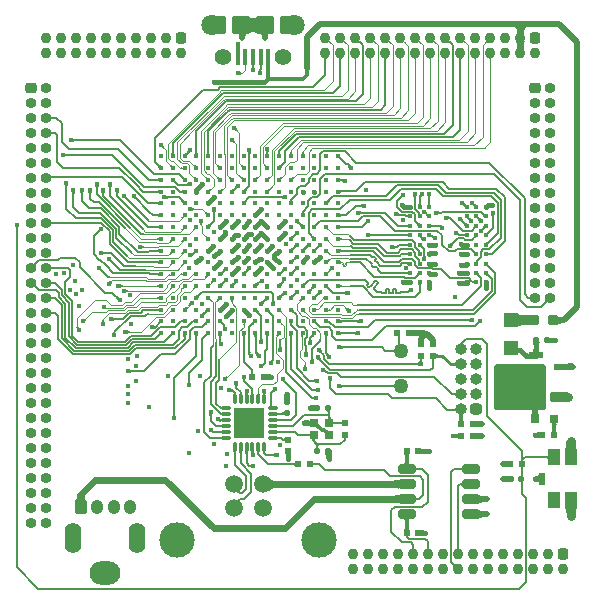
<source format=gtl>
G04*
G04 #@! TF.GenerationSoftware,Altium Limited,Altium Designer,19.1.6 (110)*
G04*
G04 Layer_Physical_Order=1*
G04 Layer_Color=255*
%FSLAX25Y25*%
%MOIN*%
G70*
G01*
G75*
%ADD11C,0.00500*%
%ADD12C,0.02362*%
%ADD13C,0.01000*%
%ADD16R,0.01968X0.01968*%
G04:AMPARAMS|DCode=18|XSize=59.06mil|YSize=61.02mil|CornerRadius=7.68mil|HoleSize=0mil|Usage=FLASHONLY|Rotation=180.000|XOffset=0mil|YOffset=0mil|HoleType=Round|Shape=RoundedRectangle|*
%AMROUNDEDRECTD18*
21,1,0.05906,0.04567,0,0,180.0*
21,1,0.04370,0.06102,0,0,180.0*
1,1,0.01535,-0.02185,0.02284*
1,1,0.01535,0.02185,0.02284*
1,1,0.01535,0.02185,-0.02284*
1,1,0.01535,-0.02185,-0.02284*
%
%ADD18ROUNDEDRECTD18*%
G04:AMPARAMS|DCode=19|XSize=51.18mil|YSize=62.99mil|CornerRadius=6.65mil|HoleSize=0mil|Usage=FLASHONLY|Rotation=180.000|XOffset=0mil|YOffset=0mil|HoleType=Round|Shape=RoundedRectangle|*
%AMROUNDEDRECTD19*
21,1,0.05118,0.04969,0,0,180.0*
21,1,0.03787,0.06299,0,0,180.0*
1,1,0.01331,-0.01894,0.02484*
1,1,0.01331,0.01894,0.02484*
1,1,0.01331,0.01894,-0.02484*
1,1,0.01331,-0.01894,-0.02484*
%
%ADD19ROUNDEDRECTD19*%
G04:AMPARAMS|DCode=20|XSize=15.75mil|YSize=53.15mil|CornerRadius=2.05mil|HoleSize=0mil|Usage=FLASHONLY|Rotation=180.000|XOffset=0mil|YOffset=0mil|HoleType=Round|Shape=RoundedRectangle|*
%AMROUNDEDRECTD20*
21,1,0.01575,0.04906,0,0,180.0*
21,1,0.01165,0.05315,0,0,180.0*
1,1,0.00409,-0.00583,0.02453*
1,1,0.00409,0.00583,0.02453*
1,1,0.00409,0.00583,-0.02453*
1,1,0.00409,-0.00583,-0.02453*
%
%ADD20ROUNDEDRECTD20*%
%ADD21R,0.02953X0.02756*%
G04:AMPARAMS|DCode=22|XSize=10.24mil|YSize=33.47mil|CornerRadius=2.56mil|HoleSize=0mil|Usage=FLASHONLY|Rotation=0.000|XOffset=0mil|YOffset=0mil|HoleType=Round|Shape=RoundedRectangle|*
%AMROUNDEDRECTD22*
21,1,0.01024,0.02835,0,0,0.0*
21,1,0.00512,0.03347,0,0,0.0*
1,1,0.00512,0.00256,-0.01417*
1,1,0.00512,-0.00256,-0.01417*
1,1,0.00512,-0.00256,0.01417*
1,1,0.00512,0.00256,0.01417*
%
%ADD22ROUNDEDRECTD22*%
G04:AMPARAMS|DCode=23|XSize=10.24mil|YSize=33.47mil|CornerRadius=2.56mil|HoleSize=0mil|Usage=FLASHONLY|Rotation=270.000|XOffset=0mil|YOffset=0mil|HoleType=Round|Shape=RoundedRectangle|*
%AMROUNDEDRECTD23*
21,1,0.01024,0.02835,0,0,270.0*
21,1,0.00512,0.03347,0,0,270.0*
1,1,0.00512,-0.01417,-0.00256*
1,1,0.00512,-0.01417,0.00256*
1,1,0.00512,0.01417,0.00256*
1,1,0.00512,0.01417,-0.00256*
%
%ADD23ROUNDEDRECTD23*%
%ADD24C,0.01772*%
%ADD25C,0.05000*%
G04:AMPARAMS|DCode=26|XSize=31.5mil|YSize=35.43mil|CornerRadius=4.1mil|HoleSize=0mil|Usage=FLASHONLY|Rotation=0.000|XOffset=0mil|YOffset=0mil|HoleType=Round|Shape=RoundedRectangle|*
%AMROUNDEDRECTD26*
21,1,0.03150,0.02724,0,0,0.0*
21,1,0.02331,0.03543,0,0,0.0*
1,1,0.00819,0.01165,-0.01362*
1,1,0.00819,-0.01165,-0.01362*
1,1,0.00819,-0.01165,0.01362*
1,1,0.00819,0.01165,0.01362*
%
%ADD26ROUNDEDRECTD26*%
%ADD27R,0.05118X0.02362*%
%ADD29C,0.01575*%
%ADD30R,0.04134X0.05512*%
%ADD31R,0.01968X0.04331*%
%ADD32R,0.03150X0.03150*%
G04:AMPARAMS|DCode=33|XSize=31.58mil|YSize=59.25mil|CornerRadius=7.89mil|HoleSize=0mil|Usage=FLASHONLY|Rotation=270.000|XOffset=0mil|YOffset=0mil|HoleType=Round|Shape=RoundedRectangle|*
%AMROUNDEDRECTD33*
21,1,0.03158,0.04347,0,0,270.0*
21,1,0.01579,0.05925,0,0,270.0*
1,1,0.01579,-0.02173,-0.00789*
1,1,0.01579,-0.02173,0.00789*
1,1,0.01579,0.02173,0.00789*
1,1,0.01579,0.02173,-0.00789*
%
%ADD33ROUNDEDRECTD33*%
G04:AMPARAMS|DCode=34|XSize=19.68mil|YSize=21.65mil|CornerRadius=4.92mil|HoleSize=0mil|Usage=FLASHONLY|Rotation=270.000|XOffset=0mil|YOffset=0mil|HoleType=Round|Shape=RoundedRectangle|*
%AMROUNDEDRECTD34*
21,1,0.01968,0.01181,0,0,270.0*
21,1,0.00984,0.02165,0,0,270.0*
1,1,0.00984,-0.00591,-0.00492*
1,1,0.00984,-0.00591,0.00492*
1,1,0.00984,0.00591,0.00492*
1,1,0.00984,0.00591,-0.00492*
%
%ADD34ROUNDEDRECTD34*%
%ADD35R,0.01968X0.01968*%
G04:AMPARAMS|DCode=36|XSize=19.68mil|YSize=21.65mil|CornerRadius=4.92mil|HoleSize=0mil|Usage=FLASHONLY|Rotation=180.000|XOffset=0mil|YOffset=0mil|HoleType=Round|Shape=RoundedRectangle|*
%AMROUNDEDRECTD36*
21,1,0.01968,0.01181,0,0,180.0*
21,1,0.00984,0.02165,0,0,180.0*
1,1,0.00984,-0.00492,0.00591*
1,1,0.00984,0.00492,0.00591*
1,1,0.00984,0.00492,-0.00591*
1,1,0.00984,-0.00492,-0.00591*
%
%ADD36ROUNDEDRECTD36*%
%ADD59C,0.07087*%
%ADD60C,0.05500*%
%ADD71C,0.00433*%
%ADD72C,0.00598*%
%ADD73R,0.09843X0.09843*%
%ADD74R,0.04724X0.04724*%
%ADD75C,0.00700*%
%ADD76C,0.01968*%
%ADD77C,0.00600*%
%ADD78C,0.01772*%
%ADD79C,0.00591*%
%ADD80C,0.03150*%
%ADD81C,0.01575*%
%ADD82C,0.01181*%
%ADD83C,0.02165*%
%ADD84C,0.03937*%
%ADD85O,0.03740X0.03543*%
G04:AMPARAMS|DCode=86|XSize=35.43mil|YSize=37.4mil|CornerRadius=8.86mil|HoleSize=0mil|Usage=FLASHONLY|Rotation=270.000|XOffset=0mil|YOffset=0mil|HoleType=Round|Shape=RoundedRectangle|*
%AMROUNDEDRECTD86*
21,1,0.03543,0.01968,0,0,270.0*
21,1,0.01772,0.03740,0,0,270.0*
1,1,0.01772,-0.00984,-0.00886*
1,1,0.01772,-0.00984,0.00886*
1,1,0.01772,0.00984,0.00886*
1,1,0.01772,0.00984,-0.00886*
%
%ADD86ROUNDEDRECTD86*%
G04:AMPARAMS|DCode=87|XSize=35.43mil|YSize=37.4mil|CornerRadius=8.86mil|HoleSize=0mil|Usage=FLASHONLY|Rotation=180.000|XOffset=0mil|YOffset=0mil|HoleType=Round|Shape=RoundedRectangle|*
%AMROUNDEDRECTD87*
21,1,0.03543,0.01968,0,0,180.0*
21,1,0.01772,0.03740,0,0,180.0*
1,1,0.01772,-0.00886,0.00984*
1,1,0.01772,0.00886,0.00984*
1,1,0.01772,0.00886,-0.00984*
1,1,0.01772,-0.00886,-0.00984*
%
%ADD87ROUNDEDRECTD87*%
%ADD88O,0.03543X0.03740*%
%ADD89O,0.03937X0.03740*%
G04:AMPARAMS|DCode=90|XSize=37.4mil|YSize=39.37mil|CornerRadius=9.35mil|HoleSize=0mil|Usage=FLASHONLY|Rotation=90.000|XOffset=0mil|YOffset=0mil|HoleType=Round|Shape=RoundedRectangle|*
%AMROUNDEDRECTD90*
21,1,0.03740,0.02067,0,0,90.0*
21,1,0.01870,0.03937,0,0,90.0*
1,1,0.01870,0.01034,0.00935*
1,1,0.01870,0.01034,-0.00935*
1,1,0.01870,-0.01034,-0.00935*
1,1,0.01870,-0.01034,0.00935*
%
%ADD90ROUNDEDRECTD90*%
%ADD91C,0.05906*%
%ADD92C,0.11811*%
%ADD93O,0.05512X0.10236*%
%ADD94O,0.04331X0.04724*%
G04:AMPARAMS|DCode=95|XSize=43.31mil|YSize=47.24mil|CornerRadius=10.83mil|HoleSize=0mil|Usage=FLASHONLY|Rotation=0.000|XOffset=0mil|YOffset=0mil|HoleType=Round|Shape=RoundedRectangle|*
%AMROUNDEDRECTD95*
21,1,0.04331,0.02559,0,0,0.0*
21,1,0.02165,0.04724,0,0,0.0*
1,1,0.02165,0.01083,-0.01280*
1,1,0.02165,-0.01083,-0.01280*
1,1,0.02165,-0.01083,0.01280*
1,1,0.02165,0.01083,0.01280*
%
%ADD95ROUNDEDRECTD95*%
%ADD96O,0.10236X0.07874*%
%ADD97C,0.01968*%
G36*
X146089Y242589D02*
X147150Y242528D01*
X147837Y242520D01*
Y239324D01*
X150358D01*
X150253Y239168D01*
X150158Y238977D01*
X150075Y238752D01*
X150003Y238493D01*
X149942Y238200D01*
X149892Y237873D01*
X149860Y237509D01*
X150096D01*
X150040Y237496D01*
X149990Y237458D01*
X149946Y237393D01*
X149908Y237303D01*
X149876Y237187D01*
X149850Y237045D01*
X149829Y236878D01*
X149812Y236564D01*
X149803Y236221D01*
X147835D01*
X147832Y236465D01*
X147788Y237045D01*
X147761Y237187D01*
X147729Y237303D01*
X147691Y237393D01*
X147648Y237458D01*
X147598Y237496D01*
X147542Y237509D01*
X147771D01*
X147746Y237873D01*
X147696Y238200D01*
X147635Y238493D01*
X147611Y238580D01*
X147150Y238574D01*
X146089Y238494D01*
Y237723D01*
X145944Y237886D01*
X145739Y238032D01*
X145473Y238161D01*
X145147Y238273D01*
X144882Y238338D01*
X144617Y238273D01*
X144291Y238161D01*
X144025Y238032D01*
X143820Y237886D01*
X143675Y237723D01*
Y238513D01*
X142614Y238574D01*
X141926Y238583D01*
Y242520D01*
X142614Y242528D01*
X143675Y242609D01*
Y243379D01*
X143820Y243216D01*
X144025Y243070D01*
X144291Y242941D01*
X144617Y242829D01*
X144882Y242764D01*
X145147Y242829D01*
X145473Y242941D01*
X145739Y243070D01*
X145944Y243216D01*
X146089Y243379D01*
Y242589D01*
D02*
G37*
G36*
X237033Y239961D02*
X236659Y239941D01*
X236324Y239882D01*
X236029Y239784D01*
X235773Y239646D01*
X235557Y239469D01*
X235380Y239252D01*
X235242Y238996D01*
X235143Y238701D01*
X235122Y238578D01*
X235136Y238374D01*
X235177Y238115D01*
X235226Y237881D01*
X235284Y237674D01*
X235352Y237492D01*
X235428Y237336D01*
X235513Y237206D01*
X232439D01*
X232564Y237387D01*
X232676Y237585D01*
X232774Y237802D01*
X232860Y238037D01*
X232932Y238290D01*
X232991Y238561D01*
X233015Y238709D01*
X232919Y238996D01*
X232781Y239252D01*
X232604Y239469D01*
X232387Y239646D01*
X232132Y239784D01*
X231836Y239882D01*
X231502Y239941D01*
X231128Y239961D01*
X234080Y241929D01*
X237033Y239961D01*
D02*
G37*
G36*
X142560Y237496D02*
X142510Y237458D01*
X142466Y237393D01*
X142428Y237303D01*
X142396Y237187D01*
X142370Y237045D01*
X142349Y236878D01*
X142326Y236465D01*
X142323Y236221D01*
X140354D01*
X140351Y236465D01*
X140307Y237045D01*
X140281Y237187D01*
X140249Y237303D01*
X140211Y237393D01*
X140167Y237458D01*
X140117Y237496D01*
X140062Y237509D01*
X142615D01*
X142560Y237496D01*
D02*
G37*
G36*
X223020Y234653D02*
X222988Y234680D01*
X222953Y234696D01*
X222914Y234703D01*
X222871Y234700D01*
X222824Y234686D01*
X222774Y234663D01*
X222719Y234630D01*
X222661Y234587D01*
X222599Y234534D01*
X222533Y234471D01*
X222239Y234790D01*
X222302Y234856D01*
X222355Y234917D01*
X222399Y234976D01*
X222432Y235031D01*
X222457Y235082D01*
X222471Y235129D01*
X222476Y235173D01*
X222471Y235213D01*
X222457Y235250D01*
X222432Y235282D01*
X223020Y234653D01*
D02*
G37*
G36*
X215556Y235386D02*
X215545Y235347D01*
X215543Y235304D01*
X215550Y235258D01*
X215567Y235208D01*
X215594Y235154D01*
X215631Y235096D01*
X215677Y235035D01*
X215733Y234970D01*
X215799Y234901D01*
X215531Y234556D01*
X215463Y234622D01*
X215399Y234677D01*
X215339Y234721D01*
X215284Y234755D01*
X215233Y234778D01*
X215187Y234792D01*
X215144Y234794D01*
X215107Y234786D01*
X215073Y234768D01*
X215045Y234739D01*
X215578Y235422D01*
X215556Y235386D01*
D02*
G37*
G36*
X205496Y235250D02*
X205482Y235213D01*
X205477Y235173D01*
X205482Y235129D01*
X205496Y235082D01*
X205520Y235031D01*
X205554Y234976D01*
X205597Y234918D01*
X205650Y234856D01*
X205713Y234790D01*
X205420Y234471D01*
X205354Y234534D01*
X205292Y234587D01*
X205233Y234630D01*
X205179Y234663D01*
X205128Y234686D01*
X205082Y234700D01*
X205039Y234703D01*
X205000Y234696D01*
X204964Y234680D01*
X204933Y234653D01*
X205520Y235283D01*
X205496Y235250D01*
D02*
G37*
G36*
X200496D02*
X200482Y235213D01*
X200477Y235173D01*
X200482Y235129D01*
X200496Y235082D01*
X200520Y235031D01*
X200554Y234976D01*
X200598Y234918D01*
X200651Y234856D01*
X200713Y234790D01*
X200420Y234471D01*
X200354Y234534D01*
X200292Y234587D01*
X200233Y234630D01*
X200179Y234663D01*
X200128Y234686D01*
X200081Y234700D01*
X200039Y234703D01*
X200000Y234696D01*
X199964Y234680D01*
X199933Y234653D01*
X200520Y235283D01*
X200496Y235250D01*
D02*
G37*
G36*
X195496D02*
X195482Y235213D01*
X195477Y235173D01*
X195482Y235129D01*
X195496Y235082D01*
X195520Y235031D01*
X195554Y234976D01*
X195598Y234918D01*
X195650Y234856D01*
X195713Y234790D01*
X195420Y234471D01*
X195354Y234534D01*
X195292Y234587D01*
X195233Y234630D01*
X195179Y234663D01*
X195128Y234686D01*
X195081Y234700D01*
X195039Y234703D01*
X195000Y234696D01*
X194965Y234680D01*
X194933Y234653D01*
X195520Y235283D01*
X195496Y235250D01*
D02*
G37*
G36*
X190496D02*
X190482Y235213D01*
X190477Y235173D01*
X190482Y235129D01*
X190496Y235082D01*
X190520Y235031D01*
X190554Y234976D01*
X190597Y234918D01*
X190650Y234856D01*
X190713Y234790D01*
X190420Y234471D01*
X190354Y234534D01*
X190292Y234587D01*
X190233Y234630D01*
X190179Y234663D01*
X190128Y234686D01*
X190082Y234700D01*
X190039Y234703D01*
X190000Y234696D01*
X189964Y234680D01*
X189933Y234653D01*
X190520Y235283D01*
X190496Y235250D01*
D02*
G37*
G36*
X185496D02*
X185482Y235213D01*
X185477Y235173D01*
X185482Y235129D01*
X185496Y235082D01*
X185520Y235031D01*
X185554Y234976D01*
X185598Y234918D01*
X185651Y234856D01*
X185713Y234790D01*
X185420Y234471D01*
X185354Y234534D01*
X185292Y234587D01*
X185233Y234630D01*
X185179Y234663D01*
X185128Y234686D01*
X185082Y234700D01*
X185039Y234703D01*
X185000Y234696D01*
X184965Y234680D01*
X184933Y234653D01*
X185520Y235283D01*
X185496Y235250D01*
D02*
G37*
G36*
X175496D02*
X175482Y235213D01*
X175477Y235173D01*
X175482Y235129D01*
X175496Y235082D01*
X175520Y235031D01*
X175554Y234976D01*
X175598Y234918D01*
X175651Y234856D01*
X175713Y234790D01*
X175420Y234471D01*
X175354Y234534D01*
X175292Y234587D01*
X175233Y234630D01*
X175179Y234663D01*
X175128Y234686D01*
X175082Y234700D01*
X175039Y234703D01*
X175000Y234696D01*
X174964Y234680D01*
X174933Y234653D01*
X175520Y235283D01*
X175496Y235250D01*
D02*
G37*
G36*
X170496D02*
X170482Y235213D01*
X170477Y235173D01*
X170482Y235129D01*
X170496Y235082D01*
X170520Y235031D01*
X170554Y234976D01*
X170598Y234918D01*
X170650Y234856D01*
X170713Y234790D01*
X170420Y234471D01*
X170354Y234534D01*
X170292Y234587D01*
X170233Y234630D01*
X170179Y234663D01*
X170128Y234686D01*
X170081Y234700D01*
X170039Y234703D01*
X170000Y234696D01*
X169965Y234680D01*
X169933Y234653D01*
X170520Y235283D01*
X170496Y235250D01*
D02*
G37*
G36*
X210553Y235394D02*
X210534Y235343D01*
X210529Y235287D01*
X210538Y235225D01*
X210560Y235158D01*
X210595Y235085D01*
X210644Y235007D01*
X210707Y234924D01*
X210783Y234835D01*
X210873Y234741D01*
X210468Y234311D01*
X210376Y234399D01*
X210289Y234473D01*
X210208Y234534D01*
X210133Y234581D01*
X210063Y234613D01*
X209999Y234633D01*
X209940Y234638D01*
X209887Y234629D01*
X209840Y234607D01*
X209798Y234571D01*
X210585Y235440D01*
X210553Y235394D01*
D02*
G37*
G36*
X180553D02*
X180534Y235343D01*
X180529Y235287D01*
X180538Y235225D01*
X180560Y235158D01*
X180595Y235085D01*
X180644Y235007D01*
X180707Y234924D01*
X180783Y234835D01*
X180873Y234741D01*
X180468Y234311D01*
X180376Y234399D01*
X180289Y234473D01*
X180208Y234534D01*
X180133Y234581D01*
X180063Y234613D01*
X179999Y234633D01*
X179940Y234638D01*
X179887Y234629D01*
X179840Y234607D01*
X179798Y234571D01*
X180586Y235440D01*
X180553Y235394D01*
D02*
G37*
G36*
X140355Y233619D02*
X140384D01*
X140378Y233609D01*
X140373Y233588D01*
X140369Y233557D01*
X140362Y233465D01*
X140361Y233446D01*
X140405Y232748D01*
X140423Y232657D01*
X140444Y232590D01*
X140467Y232544D01*
X140494Y232522D01*
X139034D01*
X139060Y232544D01*
X139084Y232590D01*
X139105Y232657D01*
X139123Y232748D01*
X139138Y232860D01*
X139161Y233153D01*
X139163Y233257D01*
X139144Y233619D01*
X139170D01*
X139173Y233760D01*
X140354D01*
X140355Y233619D01*
D02*
G37*
G36*
X235408Y235080D02*
X235314Y234902D01*
X235231Y234703D01*
X235160Y234482D01*
X235099Y234239D01*
X235049Y233973D01*
X235018Y233696D01*
X235049Y233468D01*
X235160Y232959D01*
X235231Y232738D01*
X235314Y232539D01*
X235408Y232361D01*
X235513Y232206D01*
X232439D01*
X232544Y232361D01*
X232638Y232539D01*
X232721Y232738D01*
X232793Y232959D01*
X232854Y233203D01*
X232904Y233468D01*
X232934Y233745D01*
X232904Y233973D01*
X232793Y234482D01*
X232721Y234703D01*
X232638Y234902D01*
X232544Y235080D01*
X232439Y235235D01*
X235513D01*
X235408Y235080D01*
D02*
G37*
G36*
X224367Y229411D02*
X224330Y229397D01*
X224298Y229374D01*
X224270Y229340D01*
X224247Y229298D01*
X224227Y229246D01*
X224212Y229184D01*
X224201Y229113D01*
X224195Y229033D01*
X224193Y228943D01*
X223760D01*
X223758Y229033D01*
X223751Y229113D01*
X223740Y229184D01*
X223725Y229246D01*
X223706Y229298D01*
X223682Y229340D01*
X223654Y229374D01*
X223622Y229397D01*
X223586Y229411D01*
X223545Y229416D01*
X224408D01*
X224367Y229411D01*
D02*
G37*
G36*
X219367D02*
X219330Y229397D01*
X219298Y229374D01*
X219270Y229340D01*
X219247Y229298D01*
X219227Y229246D01*
X219212Y229184D01*
X219201Y229113D01*
X219195Y229033D01*
X219193Y228943D01*
X218760D01*
X218758Y229033D01*
X218751Y229113D01*
X218740Y229184D01*
X218725Y229246D01*
X218706Y229298D01*
X218682Y229340D01*
X218654Y229374D01*
X218622Y229397D01*
X218586Y229411D01*
X218545Y229416D01*
X219408D01*
X219367Y229411D01*
D02*
G37*
G36*
X209367D02*
X209330Y229397D01*
X209298Y229374D01*
X209270Y229340D01*
X209247Y229298D01*
X209227Y229246D01*
X209212Y229184D01*
X209201Y229113D01*
X209195Y229033D01*
X209193Y228943D01*
X208760D01*
X208758Y229033D01*
X208751Y229113D01*
X208740Y229184D01*
X208725Y229246D01*
X208706Y229298D01*
X208682Y229340D01*
X208654Y229374D01*
X208622Y229397D01*
X208586Y229411D01*
X208545Y229416D01*
X209408D01*
X209367Y229411D01*
D02*
G37*
G36*
X204367D02*
X204330Y229397D01*
X204298Y229374D01*
X204270Y229340D01*
X204247Y229298D01*
X204227Y229246D01*
X204212Y229184D01*
X204201Y229113D01*
X204195Y229033D01*
X204193Y228943D01*
X203760D01*
X203758Y229033D01*
X203751Y229113D01*
X203740Y229184D01*
X203725Y229246D01*
X203706Y229298D01*
X203682Y229340D01*
X203654Y229374D01*
X203622Y229397D01*
X203586Y229411D01*
X203545Y229416D01*
X204408D01*
X204367Y229411D01*
D02*
G37*
G36*
X199367D02*
X199330Y229397D01*
X199298Y229374D01*
X199270Y229340D01*
X199247Y229298D01*
X199227Y229246D01*
X199212Y229184D01*
X199201Y229113D01*
X199195Y229033D01*
X199193Y228943D01*
X198760D01*
X198758Y229033D01*
X198751Y229113D01*
X198740Y229184D01*
X198725Y229246D01*
X198706Y229298D01*
X198682Y229340D01*
X198654Y229374D01*
X198622Y229397D01*
X198586Y229411D01*
X198545Y229416D01*
X199408D01*
X199367Y229411D01*
D02*
G37*
G36*
X194367D02*
X194330Y229397D01*
X194298Y229374D01*
X194270Y229340D01*
X194247Y229298D01*
X194227Y229246D01*
X194212Y229184D01*
X194201Y229113D01*
X194195Y229033D01*
X194193Y228943D01*
X193760D01*
X193758Y229033D01*
X193751Y229113D01*
X193740Y229184D01*
X193725Y229246D01*
X193706Y229298D01*
X193682Y229340D01*
X193654Y229374D01*
X193622Y229397D01*
X193586Y229411D01*
X193545Y229416D01*
X194408D01*
X194367Y229411D01*
D02*
G37*
G36*
X184367D02*
X184330Y229397D01*
X184298Y229374D01*
X184270Y229340D01*
X184247Y229298D01*
X184227Y229246D01*
X184212Y229184D01*
X184201Y229113D01*
X184195Y229033D01*
X184193Y228943D01*
X183760D01*
X183758Y229033D01*
X183751Y229113D01*
X183740Y229184D01*
X183725Y229246D01*
X183706Y229298D01*
X183682Y229340D01*
X183654Y229374D01*
X183622Y229397D01*
X183586Y229411D01*
X183545Y229416D01*
X184408D01*
X184367Y229411D01*
D02*
G37*
G36*
X179367D02*
X179330Y229397D01*
X179298Y229374D01*
X179270Y229340D01*
X179247Y229298D01*
X179227Y229246D01*
X179212Y229184D01*
X179201Y229113D01*
X179195Y229033D01*
X179193Y228943D01*
X178760D01*
X178758Y229033D01*
X178751Y229113D01*
X178740Y229184D01*
X178725Y229246D01*
X178706Y229298D01*
X178682Y229340D01*
X178654Y229374D01*
X178622Y229397D01*
X178586Y229411D01*
X178545Y229416D01*
X179408D01*
X179367Y229411D01*
D02*
G37*
G36*
X214507Y229466D02*
X214458Y229446D01*
X214414Y229412D01*
X214376Y229365D01*
X214344Y229304D01*
X214318Y229229D01*
X214298Y229141D01*
X214283Y229040D01*
X214275Y228924D01*
X214272Y228796D01*
X213681D01*
X213678Y228924D01*
X213669Y229040D01*
X213655Y229141D01*
X213634Y229229D01*
X213608Y229304D01*
X213576Y229365D01*
X213539Y229412D01*
X213495Y229446D01*
X213446Y229466D01*
X213390Y229473D01*
X214562D01*
X214507Y229466D01*
D02*
G37*
G36*
X189516Y229470D02*
X189465Y229449D01*
X189421Y229415D01*
X189383Y229367D01*
X189350Y229304D01*
X189324Y229228D01*
X189303Y229139D01*
X189288Y229035D01*
X189279Y228918D01*
X189276Y228787D01*
X188676D01*
X188673Y228918D01*
X188664Y229035D01*
X188650Y229139D01*
X188629Y229228D01*
X188602Y229304D01*
X188570Y229367D01*
X188531Y229415D01*
X188487Y229449D01*
X188437Y229470D01*
X188381Y229477D01*
X189572D01*
X189516Y229470D01*
D02*
G37*
G36*
X174516D02*
X174465Y229449D01*
X174421Y229415D01*
X174383Y229367D01*
X174350Y229304D01*
X174324Y229228D01*
X174303Y229139D01*
X174288Y229035D01*
X174279Y228918D01*
X174276Y228787D01*
X173676D01*
X173673Y228918D01*
X173664Y229035D01*
X173650Y229139D01*
X173629Y229228D01*
X173602Y229304D01*
X173570Y229367D01*
X173531Y229415D01*
X173487Y229449D01*
X173437Y229470D01*
X173381Y229477D01*
X174572D01*
X174516Y229470D01*
D02*
G37*
G36*
X169516D02*
X169465Y229449D01*
X169421Y229415D01*
X169383Y229367D01*
X169350Y229304D01*
X169324Y229228D01*
X169303Y229139D01*
X169288Y229035D01*
X169279Y228918D01*
X169276Y228787D01*
X168676D01*
X168673Y228918D01*
X168665Y229035D01*
X168650Y229139D01*
X168629Y229228D01*
X168602Y229304D01*
X168570Y229367D01*
X168532Y229415D01*
X168487Y229449D01*
X168437Y229470D01*
X168381Y229477D01*
X169572D01*
X169516Y229470D01*
D02*
G37*
G36*
X142715Y227268D02*
X142678Y227254D01*
X142646Y227232D01*
X142617Y227201D01*
X142594Y227161D01*
X142574Y227112D01*
X142559Y227054D01*
X142548Y226987D01*
X142542Y226911D01*
X142539Y226827D01*
X142106D01*
X142104Y226911D01*
X142098Y226987D01*
X142087Y227054D01*
X142072Y227112D01*
X142052Y227161D01*
X142028Y227201D01*
X142000Y227232D01*
X141968Y227254D01*
X141931Y227268D01*
X141890Y227272D01*
X142756D01*
X142715Y227268D01*
D02*
G37*
G36*
X147903Y227267D02*
X147861Y227251D01*
X147823Y227226D01*
X147791Y227190D01*
X147763Y227144D01*
X147741Y227088D01*
X147723Y227021D01*
X147711Y226944D01*
X147703Y226857D01*
X147701Y226760D01*
X147201D01*
X147198Y226857D01*
X147191Y226944D01*
X147178Y227021D01*
X147161Y227088D01*
X147138Y227144D01*
X147111Y227190D01*
X147078Y227226D01*
X147041Y227251D01*
X146998Y227267D01*
X146951Y227272D01*
X147951D01*
X147903Y227267D01*
D02*
G37*
G36*
X145334D02*
X145292Y227251D01*
X145254Y227226D01*
X145222Y227190D01*
X145194Y227144D01*
X145172Y227088D01*
X145154Y227021D01*
X145142Y226944D01*
X145137Y226886D01*
X145147Y226818D01*
X145165Y226742D01*
X145191Y226667D01*
X145224Y226592D01*
X145265Y226517D01*
X145313Y226443D01*
X145369Y226369D01*
X145432Y226296D01*
X145502Y226223D01*
X144262D01*
X144332Y226296D01*
X144395Y226369D01*
X144450Y226443D01*
X144499Y226517D01*
X144539Y226592D01*
X144573Y226667D01*
X144599Y226742D01*
X144617Y226818D01*
X144627Y226886D01*
X144622Y226944D01*
X144609Y227021D01*
X144592Y227088D01*
X144569Y227144D01*
X144542Y227190D01*
X144509Y227226D01*
X144472Y227251D01*
X144429Y227267D01*
X144382Y227272D01*
X145382D01*
X145334Y227267D01*
D02*
G37*
G36*
X150704Y227298D02*
X150680Y227253D01*
X150659Y227185D01*
X150641Y227095D01*
X150626Y226982D01*
X150603Y226690D01*
X150591Y226082D01*
X149409D01*
X149408Y226307D01*
X149359Y227095D01*
X149341Y227185D01*
X149320Y227253D01*
X149296Y227298D01*
X149270Y227321D01*
X150730D01*
X150704Y227298D01*
D02*
G37*
G36*
X147600Y225545D02*
X147609Y225415D01*
X147618Y225360D01*
X147629Y225311D01*
X147642Y225268D01*
X147658Y225231D01*
X147676Y225200D01*
X147697Y225175D01*
X147720Y225157D01*
X146957Y225247D01*
X146984Y225260D01*
X147008Y225278D01*
X147029Y225301D01*
X147047Y225330D01*
X147063Y225364D01*
X147076Y225404D01*
X147086Y225450D01*
X147093Y225500D01*
X147097Y225557D01*
X147099Y225619D01*
X147599D01*
X147600Y225545D01*
D02*
G37*
G36*
X163717Y225695D02*
X163689Y225615D01*
X163664Y225508D01*
X163642Y225375D01*
X163609Y225029D01*
X163584Y224309D01*
X163583Y224016D01*
X162402D01*
X162400Y224309D01*
X162320Y225508D01*
X162296Y225615D01*
X162268Y225695D01*
X162236Y225748D01*
X163748D01*
X163717Y225695D01*
D02*
G37*
G36*
X140475Y224953D02*
X140631Y224824D01*
X140708Y224771D01*
X140784Y224727D01*
X140859Y224691D01*
X140934Y224662D01*
X141008Y224642D01*
X141081Y224630D01*
X141154Y224626D01*
Y224193D01*
X141081Y224189D01*
X141008Y224177D01*
X140934Y224157D01*
X140859Y224128D01*
X140784Y224092D01*
X140708Y224048D01*
X140631Y223995D01*
X140553Y223935D01*
X140475Y223866D01*
X140396Y223789D01*
Y225029D01*
X140475Y224953D01*
D02*
G37*
G36*
X77738Y210216D02*
X77759Y210166D01*
X77793Y210123D01*
X77840Y210085D01*
X77901Y210053D01*
X77975Y210027D01*
X78064Y210006D01*
X78165Y209992D01*
X78280Y209983D01*
X78409Y209980D01*
Y209390D01*
X78280Y209387D01*
X78165Y209378D01*
X78064Y209364D01*
X77975Y209343D01*
X77901Y209317D01*
X77840Y209285D01*
X77793Y209247D01*
X77759Y209204D01*
X77738Y209154D01*
X77732Y209099D01*
Y210271D01*
X77738Y210216D01*
D02*
G37*
G36*
X139470Y206180D02*
X139488Y205979D01*
X139506Y205887D01*
X139528Y205802D01*
X139556Y205723D01*
X139589Y205650D01*
X139627Y205584D01*
X139670Y205523D01*
X139719Y205469D01*
X139412Y205163D01*
X139358Y205211D01*
X139298Y205255D01*
X139231Y205293D01*
X139158Y205326D01*
X139079Y205353D01*
X138994Y205376D01*
X138902Y205393D01*
X138805Y205405D01*
X138701Y205412D01*
X138591Y205413D01*
X139469Y206290D01*
X139470Y206180D01*
D02*
G37*
G36*
X77738Y205216D02*
X77759Y205166D01*
X77793Y205123D01*
X77840Y205085D01*
X77901Y205053D01*
X77975Y205027D01*
X78064Y205007D01*
X78165Y204992D01*
X78280Y204983D01*
X78409Y204980D01*
Y204390D01*
X78280Y204387D01*
X78165Y204378D01*
X78064Y204364D01*
X77975Y204343D01*
X77901Y204317D01*
X77840Y204285D01*
X77793Y204247D01*
X77759Y204204D01*
X77738Y204154D01*
X77732Y204099D01*
Y205271D01*
X77738Y205216D01*
D02*
G37*
G36*
X85030Y202743D02*
X85096Y202688D01*
X85165Y202640D01*
X85235Y202597D01*
X85308Y202561D01*
X85382Y202532D01*
X85458Y202509D01*
X85537Y202493D01*
X85617Y202484D01*
X85699Y202480D01*
Y201890D01*
X85617Y201887D01*
X85537Y201877D01*
X85458Y201860D01*
X85382Y201838D01*
X85308Y201809D01*
X85235Y201773D01*
X85165Y201731D01*
X85096Y201682D01*
X85030Y201627D01*
X84965Y201565D01*
Y202805D01*
X85030Y202743D01*
D02*
G37*
G36*
X138682Y202243D02*
X138701Y202042D01*
X138718Y201951D01*
X138741Y201866D01*
X138768Y201786D01*
X138801Y201714D01*
X138840Y201647D01*
X138883Y201586D01*
X138932Y201532D01*
X138625Y201226D01*
X138571Y201274D01*
X138511Y201318D01*
X138444Y201356D01*
X138371Y201389D01*
X138292Y201417D01*
X138207Y201439D01*
X138115Y201456D01*
X138018Y201468D01*
X137914Y201475D01*
X137804Y201476D01*
X138681Y202353D01*
X138682Y202243D01*
D02*
G37*
G36*
X115060Y200275D02*
X115079Y200074D01*
X115096Y199982D01*
X115119Y199897D01*
X115147Y199818D01*
X115179Y199745D01*
X115217Y199678D01*
X115261Y199618D01*
X115310Y199564D01*
X115003Y199257D01*
X114949Y199306D01*
X114889Y199349D01*
X114822Y199388D01*
X114749Y199420D01*
X114670Y199448D01*
X114585Y199471D01*
X114493Y199488D01*
X114396Y199500D01*
X114292Y199506D01*
X114182Y199508D01*
X115059Y200385D01*
X115060Y200275D01*
D02*
G37*
G36*
X161636Y198066D02*
X161643Y197994D01*
X161653Y197929D01*
X161669Y197868D01*
X161688Y197814D01*
X161712Y197765D01*
X161740Y197721D01*
X161772Y197683D01*
X161809Y197650D01*
X161850Y197623D01*
X160984D01*
X161025Y197650D01*
X161062Y197683D01*
X161095Y197721D01*
X161123Y197765D01*
X161147Y197814D01*
X161166Y197868D01*
X161181Y197929D01*
X161192Y197994D01*
X161199Y198066D01*
X161201Y198142D01*
X161634D01*
X161636Y198066D01*
D02*
G37*
G36*
X157699D02*
X157705Y197994D01*
X157716Y197929D01*
X157731Y197868D01*
X157751Y197814D01*
X157775Y197765D01*
X157803Y197721D01*
X157835Y197683D01*
X157872Y197650D01*
X157913Y197623D01*
X157047D01*
X157088Y197650D01*
X157125Y197683D01*
X157158Y197721D01*
X157186Y197765D01*
X157210Y197814D01*
X157229Y197868D01*
X157244Y197929D01*
X157255Y197994D01*
X157262Y198066D01*
X157264Y198142D01*
X157697D01*
X157699Y198066D01*
D02*
G37*
G36*
X150226Y198580D02*
X150165Y198516D01*
X150111Y198450D01*
X150063Y198382D01*
X150021Y198312D01*
X149986Y198240D01*
X149957Y198165D01*
X149934Y198089D01*
X149925Y198044D01*
X149932Y198000D01*
X149953Y197916D01*
X149980Y197835D01*
X150013Y197760D01*
X150052Y197689D01*
X150097Y197622D01*
X150148Y197561D01*
X150205Y197503D01*
X149008D01*
X149065Y197561D01*
X149116Y197622D01*
X149161Y197689D01*
X149199Y197760D01*
X149232Y197835D01*
X149259Y197916D01*
X149280Y198000D01*
X149287Y198044D01*
X149278Y198089D01*
X149256Y198165D01*
X149227Y198240D01*
X149192Y198312D01*
X149150Y198382D01*
X149102Y198450D01*
X149047Y198516D01*
X148986Y198580D01*
X150226Y198580D01*
D02*
G37*
G36*
X130224Y198185D02*
X130233Y198091D01*
X130248Y198001D01*
X130269Y197916D01*
X130296Y197836D01*
X130329Y197760D01*
X130368Y197688D01*
X130413Y197622D01*
X130464Y197560D01*
X130521Y197502D01*
X129321D01*
X129378Y197560D01*
X129429Y197622D01*
X129474Y197688D01*
X129513Y197760D01*
X129546Y197836D01*
X129573Y197916D01*
X129594Y198001D01*
X129609Y198091D01*
X129618Y198185D01*
X129621Y198284D01*
X130221D01*
X130224Y198185D01*
D02*
G37*
G36*
X126287D02*
X126296Y198091D01*
X126311Y198001D01*
X126332Y197916D01*
X126359Y197836D01*
X126392Y197760D01*
X126431Y197688D01*
X126476Y197622D01*
X126527Y197560D01*
X126584Y197502D01*
X125384D01*
X125441Y197560D01*
X125492Y197622D01*
X125537Y197688D01*
X125576Y197760D01*
X125609Y197836D01*
X125636Y197916D01*
X125657Y198001D01*
X125672Y198091D01*
X125681Y198185D01*
X125684Y198284D01*
X126284D01*
X126287Y198185D01*
D02*
G37*
G36*
X118413D02*
X118422Y198091D01*
X118437Y198001D01*
X118458Y197916D01*
X118485Y197836D01*
X118518Y197760D01*
X118557Y197688D01*
X118602Y197622D01*
X118653Y197560D01*
X118710Y197502D01*
X117510D01*
X117567Y197560D01*
X117618Y197622D01*
X117663Y197688D01*
X117702Y197760D01*
X117735Y197836D01*
X117762Y197916D01*
X117783Y198001D01*
X117798Y198091D01*
X117807Y198185D01*
X117810Y198284D01*
X118410D01*
X118413Y198185D01*
D02*
G37*
G36*
X153886Y198266D02*
X153889Y198167D01*
X153898Y198073D01*
X153912Y197984D01*
X153932Y197898D01*
X153958Y197817D01*
X153989Y197739D01*
X154027Y197667D01*
X154070Y197598D01*
X154119Y197534D01*
X154173Y197473D01*
X152978Y197532D01*
X153037Y197586D01*
X153089Y197645D01*
X153136Y197709D01*
X153176Y197778D01*
X153210Y197852D01*
X153238Y197931D01*
X153260Y198015D01*
X153275Y198104D01*
X153285Y198198D01*
X153288Y198297D01*
X153886Y198266D01*
D02*
G37*
G36*
X144260Y198122D02*
X144205Y198056D01*
X144157Y197988D01*
X144115Y197918D01*
X144080Y197846D01*
X144051Y197772D01*
X144029Y197695D01*
X144013Y197617D01*
X144003Y197536D01*
X144000Y197454D01*
X143402D01*
X143398Y197536D01*
X143389Y197617D01*
X143373Y197695D01*
X143350Y197772D01*
X143321Y197846D01*
X143286Y197918D01*
X143244Y197988D01*
X143196Y198056D01*
X143142Y198122D01*
X143081Y198186D01*
X144321D01*
X144260Y198122D01*
D02*
G37*
G36*
X124007Y197933D02*
X123919Y197931D01*
X123833Y197923D01*
X123751Y197909D01*
X123672Y197889D01*
X123596Y197863D01*
X123523Y197830D01*
X123453Y197792D01*
X123386Y197748D01*
X123323Y197698D01*
X123266Y197646D01*
X123204Y197580D01*
X123144Y197507D01*
X123091Y197433D01*
X123046Y197358D01*
X123008Y197282D01*
X122978Y197206D01*
X122955Y197128D01*
X122940Y197049D01*
X122932Y196970D01*
X122932Y196889D01*
X122086Y197735D01*
X122167Y197736D01*
X122246Y197743D01*
X122325Y197758D01*
X122403Y197781D01*
X122479Y197811D01*
X122555Y197849D01*
X122630Y197894D01*
X122704Y197947D01*
X122776Y198007D01*
X122843Y198070D01*
X122895Y198126D01*
X122945Y198189D01*
X122989Y198256D01*
X123027Y198326D01*
X123059Y198399D01*
X123085Y198475D01*
X123106Y198554D01*
X123120Y198636D01*
X123128Y198722D01*
X123130Y198810D01*
X124007Y197933D01*
D02*
G37*
G36*
X82193Y197802D02*
X82260Y197747D01*
X82328Y197698D01*
X82399Y197656D01*
X82471Y197621D01*
X82546Y197591D01*
X82622Y197569D01*
X82700Y197552D01*
X82781Y197543D01*
X82863Y197539D01*
Y196949D01*
X82781Y196946D01*
X82700Y196936D01*
X82622Y196920D01*
X82546Y196897D01*
X82471Y196868D01*
X82399Y196832D01*
X82328Y196790D01*
X82260Y196741D01*
X82193Y196686D01*
X82129Y196624D01*
Y197864D01*
X82193Y197802D01*
D02*
G37*
G36*
X174114Y196731D02*
X174121Y196651D01*
X174136Y196573D01*
X174159Y196495D01*
X174189Y196418D01*
X174227Y196343D01*
X174272Y196268D01*
X174325Y196194D01*
X174385Y196121D01*
X174453Y196049D01*
X174030Y195626D01*
X173958Y195694D01*
X173885Y195754D01*
X173811Y195807D01*
X173736Y195852D01*
X173660Y195889D01*
X173584Y195920D01*
X173506Y195942D01*
X173427Y195958D01*
X173348Y195965D01*
X173267Y195965D01*
X174113Y196812D01*
X174114Y196731D01*
D02*
G37*
G36*
X154760Y193713D02*
X154693Y193641D01*
X154633Y193569D01*
X154581Y193496D01*
X154537Y193423D01*
X154500Y193348D01*
X154470Y193273D01*
X154448Y193196D01*
X154434Y193119D01*
X154427Y193041D01*
X154428Y192963D01*
X153593Y193798D01*
X153671Y193797D01*
X153749Y193804D01*
X153826Y193818D01*
X153902Y193841D01*
X153978Y193870D01*
X154052Y193907D01*
X154126Y193951D01*
X154199Y194004D01*
X154271Y194063D01*
X154343Y194130D01*
X154760Y193713D01*
D02*
G37*
G36*
X148902Y193927D02*
X148957Y193881D01*
X149011Y193843D01*
X149064Y193811D01*
X149117Y193786D01*
X149168Y193768D01*
X149219Y193757D01*
X149269Y193753D01*
X149318Y193756D01*
X149366Y193766D01*
X148754Y193154D01*
X148764Y193202D01*
X148767Y193251D01*
X148763Y193301D01*
X148752Y193351D01*
X148734Y193403D01*
X148709Y193456D01*
X148677Y193509D01*
X148638Y193563D01*
X148592Y193618D01*
X148540Y193674D01*
X148846Y193980D01*
X148902Y193927D01*
D02*
G37*
G36*
X141028D02*
X141083Y193881D01*
X141137Y193843D01*
X141190Y193811D01*
X141243Y193786D01*
X141294Y193768D01*
X141345Y193757D01*
X141395Y193753D01*
X141444Y193756D01*
X141492Y193766D01*
X140880Y193154D01*
X140890Y193202D01*
X140893Y193251D01*
X140889Y193301D01*
X140878Y193351D01*
X140860Y193403D01*
X140835Y193456D01*
X140803Y193509D01*
X140764Y193563D01*
X140718Y193618D01*
X140666Y193674D01*
X140972Y193980D01*
X141028Y193927D01*
D02*
G37*
G36*
X133154D02*
X133209Y193881D01*
X133263Y193843D01*
X133316Y193811D01*
X133369Y193786D01*
X133420Y193768D01*
X133471Y193757D01*
X133521Y193753D01*
X133570Y193756D01*
X133618Y193766D01*
X133006Y193154D01*
X133016Y193202D01*
X133019Y193251D01*
X133015Y193301D01*
X133004Y193351D01*
X132986Y193403D01*
X132961Y193456D01*
X132929Y193509D01*
X132890Y193563D01*
X132844Y193618D01*
X132792Y193674D01*
X133098Y193980D01*
X133154Y193927D01*
D02*
G37*
G36*
X125280D02*
X125335Y193881D01*
X125389Y193843D01*
X125442Y193811D01*
X125495Y193786D01*
X125546Y193768D01*
X125597Y193757D01*
X125647Y193753D01*
X125696Y193756D01*
X125744Y193766D01*
X125132Y193154D01*
X125142Y193202D01*
X125145Y193251D01*
X125141Y193301D01*
X125130Y193351D01*
X125112Y193403D01*
X125087Y193456D01*
X125055Y193509D01*
X125016Y193563D01*
X124970Y193618D01*
X124917Y193674D01*
X125224Y193980D01*
X125280Y193927D01*
D02*
G37*
G36*
X117406D02*
X117461Y193881D01*
X117515Y193843D01*
X117568Y193811D01*
X117621Y193786D01*
X117672Y193768D01*
X117723Y193757D01*
X117773Y193753D01*
X117822Y193756D01*
X117870Y193766D01*
X117258Y193154D01*
X117268Y193202D01*
X117271Y193251D01*
X117267Y193301D01*
X117256Y193351D01*
X117238Y193403D01*
X117213Y193456D01*
X117181Y193509D01*
X117142Y193563D01*
X117096Y193618D01*
X117043Y193674D01*
X117350Y193980D01*
X117406Y193927D01*
D02*
G37*
G36*
X113444Y194071D02*
X113517Y194011D01*
X113591Y193958D01*
X113666Y193913D01*
X113742Y193875D01*
X113819Y193845D01*
X113897Y193822D01*
X113976Y193807D01*
X114056Y193799D01*
X114137Y193798D01*
X113288Y192950D01*
X113288Y193031D01*
X113280Y193111D01*
X113265Y193190D01*
X113242Y193268D01*
X113211Y193345D01*
X113174Y193421D01*
X113128Y193496D01*
X113075Y193570D01*
X113015Y193643D01*
X112947Y193715D01*
X113372Y194139D01*
X113444Y194071D01*
D02*
G37*
G36*
X176866Y194034D02*
X176929Y193984D01*
X176996Y193939D01*
X177066Y193901D01*
X177139Y193869D01*
X177215Y193843D01*
X177294Y193823D01*
X177376Y193809D01*
X177462Y193801D01*
X177550Y193799D01*
X176673Y192922D01*
X176671Y193010D01*
X176663Y193095D01*
X176649Y193178D01*
X176628Y193257D01*
X176602Y193333D01*
X176570Y193406D01*
X176532Y193475D01*
X176488Y193542D01*
X176438Y193606D01*
X176382Y193667D01*
X176805Y194090D01*
X176866Y194034D01*
D02*
G37*
G36*
X121238Y192553D02*
X121215Y192596D01*
X121186Y192634D01*
X121151Y192668D01*
X121110Y192697D01*
X121063Y192722D01*
X121010Y192742D01*
X120951Y192758D01*
X120886Y192769D01*
X120816Y192776D01*
X120739Y192778D01*
X120780Y193211D01*
X120857Y193213D01*
X120929Y193220D01*
X120995Y193230D01*
X121057Y193244D01*
X121113Y193263D01*
X121164Y193285D01*
X121210Y193312D01*
X121251Y193342D01*
X121287Y193377D01*
X121318Y193416D01*
X121238Y192553D01*
D02*
G37*
G36*
X158547Y189737D02*
X158494Y189681D01*
X158448Y189626D01*
X158410Y189572D01*
X158378Y189519D01*
X158353Y189466D01*
X158335Y189415D01*
X158324Y189364D01*
X158320Y189314D01*
X158323Y189265D01*
X158333Y189217D01*
X157720Y189829D01*
X157769Y189819D01*
X157818Y189816D01*
X157868Y189820D01*
X157918Y189831D01*
X157970Y189849D01*
X158022Y189874D01*
X158076Y189906D01*
X158130Y189945D01*
X158185Y189990D01*
X158241Y190043D01*
X158547Y189737D01*
D02*
G37*
G36*
X154610D02*
X154557Y189681D01*
X154511Y189626D01*
X154473Y189572D01*
X154441Y189519D01*
X154416Y189466D01*
X154398Y189415D01*
X154387Y189364D01*
X154383Y189314D01*
X154386Y189265D01*
X154396Y189217D01*
X153784Y189829D01*
X153832Y189819D01*
X153881Y189816D01*
X153931Y189820D01*
X153981Y189831D01*
X154033Y189849D01*
X154086Y189874D01*
X154139Y189906D01*
X154193Y189945D01*
X154248Y189990D01*
X154304Y190043D01*
X154610Y189737D01*
D02*
G37*
G36*
X150673D02*
X150620Y189681D01*
X150574Y189626D01*
X150536Y189572D01*
X150504Y189519D01*
X150479Y189466D01*
X150461Y189415D01*
X150450Y189364D01*
X150446Y189314D01*
X150449Y189265D01*
X150459Y189217D01*
X149846Y189829D01*
X149895Y189819D01*
X149944Y189816D01*
X149994Y189820D01*
X150044Y189831D01*
X150096Y189849D01*
X150148Y189874D01*
X150202Y189906D01*
X150256Y189945D01*
X150311Y189990D01*
X150367Y190043D01*
X150673Y189737D01*
D02*
G37*
G36*
X146736D02*
X146683Y189681D01*
X146637Y189626D01*
X146599Y189572D01*
X146567Y189519D01*
X146542Y189466D01*
X146524Y189415D01*
X146513Y189364D01*
X146509Y189314D01*
X146512Y189265D01*
X146522Y189217D01*
X145910Y189829D01*
X145958Y189819D01*
X146007Y189816D01*
X146057Y189820D01*
X146107Y189831D01*
X146159Y189849D01*
X146212Y189874D01*
X146265Y189906D01*
X146319Y189945D01*
X146374Y189990D01*
X146430Y190043D01*
X146736Y189737D01*
D02*
G37*
G36*
X141028Y189990D02*
X141083Y189945D01*
X141137Y189906D01*
X141190Y189874D01*
X141243Y189849D01*
X141294Y189831D01*
X141345Y189820D01*
X141395Y189816D01*
X141444Y189819D01*
X141492Y189829D01*
X140880Y189217D01*
X140890Y189265D01*
X140893Y189314D01*
X140889Y189364D01*
X140878Y189415D01*
X140860Y189466D01*
X140835Y189519D01*
X140803Y189572D01*
X140764Y189626D01*
X140718Y189681D01*
X140666Y189737D01*
X140972Y190043D01*
X141028Y189990D01*
D02*
G37*
G36*
X137091D02*
X137146Y189945D01*
X137200Y189906D01*
X137253Y189874D01*
X137306Y189849D01*
X137357Y189831D01*
X137408Y189820D01*
X137458Y189816D01*
X137507Y189819D01*
X137555Y189829D01*
X136943Y189217D01*
X136953Y189265D01*
X136956Y189314D01*
X136952Y189364D01*
X136941Y189415D01*
X136923Y189466D01*
X136898Y189519D01*
X136866Y189572D01*
X136827Y189626D01*
X136781Y189681D01*
X136729Y189737D01*
X137035Y190043D01*
X137091Y189990D01*
D02*
G37*
G36*
X133154D02*
X133209Y189945D01*
X133263Y189906D01*
X133316Y189874D01*
X133369Y189849D01*
X133420Y189831D01*
X133471Y189820D01*
X133521Y189816D01*
X133570Y189819D01*
X133618Y189829D01*
X133006Y189217D01*
X133016Y189265D01*
X133019Y189314D01*
X133015Y189364D01*
X133004Y189415D01*
X132986Y189466D01*
X132961Y189519D01*
X132929Y189572D01*
X132890Y189626D01*
X132844Y189681D01*
X132792Y189737D01*
X133098Y190043D01*
X133154Y189990D01*
D02*
G37*
G36*
X129217D02*
X129272Y189945D01*
X129326Y189906D01*
X129379Y189874D01*
X129431Y189849D01*
X129483Y189831D01*
X129534Y189820D01*
X129584Y189816D01*
X129633Y189819D01*
X129681Y189829D01*
X129069Y189217D01*
X129079Y189265D01*
X129082Y189314D01*
X129078Y189364D01*
X129067Y189415D01*
X129049Y189466D01*
X129024Y189519D01*
X128992Y189572D01*
X128953Y189626D01*
X128907Y189681D01*
X128855Y189737D01*
X129161Y190043D01*
X129217Y189990D01*
D02*
G37*
G36*
X125280D02*
X125335Y189945D01*
X125389Y189906D01*
X125442Y189874D01*
X125495Y189849D01*
X125546Y189831D01*
X125597Y189820D01*
X125647Y189816D01*
X125696Y189819D01*
X125744Y189829D01*
X125132Y189217D01*
X125142Y189265D01*
X125145Y189314D01*
X125141Y189364D01*
X125130Y189415D01*
X125112Y189466D01*
X125087Y189519D01*
X125055Y189572D01*
X125016Y189626D01*
X124970Y189681D01*
X124917Y189737D01*
X125224Y190043D01*
X125280Y189990D01*
D02*
G37*
G36*
X77705Y190303D02*
X77729Y190253D01*
X77766Y190208D01*
X77817Y190170D01*
X77881Y190138D01*
X77959Y190111D01*
X78051Y190090D01*
X78156Y190076D01*
X78275Y190067D01*
X78408Y190064D01*
X78428Y189464D01*
X78298Y189461D01*
X78183Y189452D01*
X78081Y189437D01*
X77993Y189417D01*
X77919Y189390D01*
X77859Y189357D01*
X77814Y189319D01*
X77782Y189275D01*
X77764Y189225D01*
X77760Y189168D01*
X77695Y190359D01*
X77705Y190303D01*
D02*
G37*
G36*
X121319Y190126D02*
X121391Y190067D01*
X121464Y190015D01*
X121538Y189970D01*
X121613Y189933D01*
X121688Y189903D01*
X121764Y189882D01*
X121841Y189867D01*
X121919Y189860D01*
X121998Y189861D01*
X121163Y189026D01*
X121163Y189104D01*
X121157Y189182D01*
X121142Y189259D01*
X121120Y189336D01*
X121091Y189411D01*
X121054Y189486D01*
X121009Y189559D01*
X120957Y189632D01*
X120897Y189704D01*
X120830Y189776D01*
X121248Y190193D01*
X121319Y190126D01*
D02*
G37*
G36*
X113522Y188376D02*
X113464Y188433D01*
X113402Y188484D01*
X113335Y188529D01*
X113264Y188568D01*
X113188Y188601D01*
X113108Y188628D01*
X113022Y188649D01*
X112933Y188664D01*
X112839Y188673D01*
X112740Y188676D01*
Y189276D01*
X112839Y189279D01*
X112933Y189288D01*
X113022Y189303D01*
X113108Y189324D01*
X113188Y189351D01*
X113264Y189384D01*
X113335Y189423D01*
X113402Y189468D01*
X113464Y189519D01*
X113522Y189576D01*
Y188376D01*
D02*
G37*
G36*
X174655Y189156D02*
X174688Y189131D01*
X174721Y189111D01*
X174751Y189099D01*
X174781Y189092D01*
X174810Y189092D01*
X174837Y189097D01*
X174863Y189109D01*
X174888Y189128D01*
X174912Y189152D01*
X174807Y188168D01*
X174198Y188765D01*
X174621Y189188D01*
X174655Y189156D01*
D02*
G37*
G36*
X118994Y188848D02*
X119001Y188770D01*
X119015Y188693D01*
X119037Y188617D01*
X119067Y188542D01*
X119104Y188467D01*
X119148Y188393D01*
X119200Y188321D01*
X119260Y188248D01*
X119327Y188177D01*
X118910Y187759D01*
X118838Y187827D01*
X118766Y187886D01*
X118693Y187938D01*
X118619Y187983D01*
X118545Y188020D01*
X118469Y188049D01*
X118393Y188071D01*
X118316Y188086D01*
X118238Y188093D01*
X118159Y188092D01*
X118995Y188927D01*
X118994Y188848D01*
D02*
G37*
G36*
X123404Y186764D02*
X123334Y186821D01*
X123262Y186873D01*
X123190Y186918D01*
X123116Y186958D01*
X123041Y186991D01*
X122965Y187018D01*
X122887Y187040D01*
X122809Y187055D01*
X122729Y187064D01*
X122647Y187067D01*
X122599Y187657D01*
X122682Y187661D01*
X122762Y187671D01*
X122840Y187688D01*
X122915Y187712D01*
X122987Y187743D01*
X123056Y187781D01*
X123123Y187825D01*
X123187Y187877D01*
X123249Y187935D01*
X123308Y188000D01*
X123404Y186764D01*
D02*
G37*
G36*
X83236Y187258D02*
X83180Y187191D01*
X83132Y187123D01*
X83089Y187052D01*
X83054Y186980D01*
X83024Y186906D01*
X83002Y186829D01*
X82985Y186751D01*
X82976Y186671D01*
X82972Y186589D01*
X82382D01*
X82379Y186671D01*
X82369Y186751D01*
X82353Y186829D01*
X82330Y186906D01*
X82301Y186980D01*
X82265Y187052D01*
X82223Y187123D01*
X82174Y187191D01*
X82119Y187258D01*
X82057Y187323D01*
X83297D01*
X83236Y187258D01*
D02*
G37*
G36*
X97803Y186704D02*
X97747Y186638D01*
X97698Y186569D01*
X97656Y186499D01*
X97621Y186426D01*
X97591Y186352D01*
X97569Y186276D01*
X97552Y186197D01*
X97543Y186117D01*
X97539Y186035D01*
X96949D01*
X96946Y186117D01*
X96936Y186197D01*
X96920Y186276D01*
X96897Y186352D01*
X96868Y186426D01*
X96832Y186499D01*
X96790Y186569D01*
X96741Y186638D01*
X96686Y186704D01*
X96624Y186769D01*
X97864D01*
X97803Y186704D01*
D02*
G37*
G36*
X93472D02*
X93417Y186638D01*
X93368Y186569D01*
X93326Y186499D01*
X93290Y186426D01*
X93261Y186352D01*
X93238Y186276D01*
X93222Y186197D01*
X93212Y186117D01*
X93209Y186035D01*
X92618D01*
X92615Y186117D01*
X92605Y186197D01*
X92589Y186276D01*
X92566Y186352D01*
X92537Y186426D01*
X92501Y186499D01*
X92459Y186569D01*
X92410Y186638D01*
X92355Y186704D01*
X92293Y186769D01*
X93533D01*
X93472Y186704D01*
D02*
G37*
G36*
X150673Y185800D02*
X150620Y185744D01*
X150574Y185689D01*
X150536Y185635D01*
X150504Y185582D01*
X150479Y185529D01*
X150461Y185477D01*
X150450Y185427D01*
X150446Y185377D01*
X150449Y185328D01*
X150459Y185280D01*
X149846Y185892D01*
X149895Y185882D01*
X149944Y185879D01*
X149994Y185883D01*
X150044Y185894D01*
X150096Y185912D01*
X150148Y185937D01*
X150202Y185969D01*
X150256Y186007D01*
X150311Y186053D01*
X150367Y186106D01*
X150673Y185800D01*
D02*
G37*
G36*
X134925D02*
X134872Y185744D01*
X134826Y185689D01*
X134787Y185635D01*
X134756Y185582D01*
X134731Y185529D01*
X134713Y185477D01*
X134702Y185427D01*
X134698Y185377D01*
X134701Y185328D01*
X134711Y185280D01*
X134098Y185892D01*
X134147Y185882D01*
X134196Y185879D01*
X134246Y185883D01*
X134296Y185894D01*
X134348Y185912D01*
X134400Y185937D01*
X134454Y185969D01*
X134508Y186007D01*
X134563Y186053D01*
X134619Y186106D01*
X134925Y185800D01*
D02*
G37*
G36*
X130988D02*
X130935Y185744D01*
X130889Y185689D01*
X130851Y185635D01*
X130819Y185582D01*
X130794Y185529D01*
X130776Y185477D01*
X130765Y185427D01*
X130761Y185377D01*
X130764Y185328D01*
X130774Y185280D01*
X130161Y185892D01*
X130210Y185882D01*
X130259Y185879D01*
X130309Y185883D01*
X130359Y185894D01*
X130411Y185912D01*
X130463Y185937D01*
X130517Y185969D01*
X130571Y186007D01*
X130626Y186053D01*
X130682Y186106D01*
X130988Y185800D01*
D02*
G37*
G36*
X142957Y185840D02*
X142889Y185769D01*
X142829Y185696D01*
X142776Y185622D01*
X142731Y185547D01*
X142693Y185471D01*
X142663Y185395D01*
X142640Y185317D01*
X142625Y185238D01*
X142617Y185159D01*
X142617Y185078D01*
X141771Y185924D01*
X141852Y185925D01*
X141931Y185932D01*
X142010Y185948D01*
X142088Y185970D01*
X142164Y186000D01*
X142240Y186038D01*
X142315Y186083D01*
X142389Y186136D01*
X142462Y186196D01*
X142533Y186264D01*
X142957Y185840D01*
D02*
G37*
G36*
X139755Y186122D02*
X139667Y186120D01*
X139582Y186112D01*
X139500Y186098D01*
X139421Y186078D01*
X139345Y186051D01*
X139272Y186019D01*
X139202Y185981D01*
X139135Y185937D01*
X139072Y185887D01*
X139015Y185835D01*
X138953Y185769D01*
X138893Y185696D01*
X138840Y185622D01*
X138795Y185547D01*
X138757Y185471D01*
X138727Y185394D01*
X138704Y185316D01*
X138689Y185237D01*
X138681Y185157D01*
X138680Y185076D01*
X137832Y185924D01*
X137913Y185925D01*
X137993Y185933D01*
X138072Y185948D01*
X138150Y185971D01*
X138227Y186001D01*
X138303Y186039D01*
X138378Y186084D01*
X138452Y186137D01*
X138525Y186197D01*
X138591Y186259D01*
X138643Y186316D01*
X138693Y186379D01*
X138737Y186446D01*
X138775Y186516D01*
X138807Y186589D01*
X138833Y186665D01*
X138854Y186744D01*
X138868Y186826D01*
X138876Y186911D01*
X138878Y186999D01*
X139755Y186122D01*
D02*
G37*
G36*
X173879Y185651D02*
X173946Y185605D01*
X174017Y185564D01*
X174092Y185529D01*
X174170Y185499D01*
X174253Y185475D01*
X174339Y185456D01*
X174429Y185442D01*
X174523Y185434D01*
X174621Y185431D01*
X174688Y184833D01*
X174589Y184830D01*
X174495Y184820D01*
X174406Y184804D01*
X174323Y184782D01*
X174246Y184753D01*
X174174Y184718D01*
X174107Y184676D01*
X174046Y184628D01*
X173991Y184573D01*
X173941Y184512D01*
X173815Y185703D01*
X173879Y185651D01*
D02*
G37*
G36*
X121387Y184449D02*
X121332Y184505D01*
X121272Y184555D01*
X121207Y184599D01*
X121138Y184638D01*
X121064Y184670D01*
X120985Y184697D01*
X120901Y184718D01*
X120813Y184732D01*
X120719Y184741D01*
X120622Y184744D01*
Y185335D01*
X120719Y185338D01*
X120813Y185346D01*
X120901Y185361D01*
X120985Y185382D01*
X121064Y185408D01*
X121138Y185441D01*
X121207Y185479D01*
X121272Y185524D01*
X121332Y185574D01*
X121387Y185630D01*
Y184449D01*
D02*
G37*
G36*
X113522Y184439D02*
X113464Y184496D01*
X113402Y184547D01*
X113335Y184592D01*
X113264Y184631D01*
X113188Y184664D01*
X113108Y184691D01*
X113022Y184712D01*
X112933Y184727D01*
X112839Y184736D01*
X112740Y184739D01*
Y185339D01*
X112839Y185342D01*
X112933Y185351D01*
X113022Y185366D01*
X113108Y185387D01*
X113188Y185414D01*
X113264Y185447D01*
X113335Y185486D01*
X113402Y185531D01*
X113464Y185582D01*
X113522Y185639D01*
Y184439D01*
D02*
G37*
G36*
X100165Y184736D02*
X100110Y184669D01*
X100061Y184601D01*
X100019Y184530D01*
X99983Y184458D01*
X99954Y184383D01*
X99931Y184307D01*
X99915Y184229D01*
X99905Y184149D01*
X99902Y184066D01*
X99311D01*
X99308Y184149D01*
X99298Y184229D01*
X99282Y184307D01*
X99259Y184383D01*
X99230Y184458D01*
X99194Y184530D01*
X99152Y184601D01*
X99103Y184669D01*
X99048Y184736D01*
X98986Y184801D01*
X100226D01*
X100165Y184736D01*
D02*
G37*
G36*
X95440D02*
X95385Y184669D01*
X95336Y184601D01*
X95294Y184530D01*
X95258Y184458D01*
X95229Y184383D01*
X95206Y184307D01*
X95190Y184229D01*
X95180Y184149D01*
X95177Y184066D01*
X94587D01*
X94583Y184149D01*
X94574Y184229D01*
X94557Y184307D01*
X94535Y184383D01*
X94505Y184458D01*
X94470Y184530D01*
X94428Y184601D01*
X94379Y184669D01*
X94323Y184736D01*
X94262Y184801D01*
X95502D01*
X95440Y184736D01*
D02*
G37*
G36*
X91110D02*
X91054Y184669D01*
X91006Y184601D01*
X90963Y184530D01*
X90928Y184458D01*
X90898Y184383D01*
X90876Y184307D01*
X90860Y184229D01*
X90850Y184149D01*
X90847Y184066D01*
X90256D01*
X90253Y184149D01*
X90243Y184229D01*
X90227Y184307D01*
X90204Y184383D01*
X90175Y184458D01*
X90139Y184530D01*
X90097Y184601D01*
X90048Y184669D01*
X89993Y184736D01*
X89931Y184801D01*
X91171D01*
X91110Y184736D01*
D02*
G37*
G36*
X88354D02*
X88298Y184669D01*
X88250Y184601D01*
X88208Y184530D01*
X88172Y184458D01*
X88143Y184383D01*
X88120Y184307D01*
X88103Y184229D01*
X88094Y184149D01*
X88091Y184066D01*
X87500D01*
X87497Y184149D01*
X87487Y184229D01*
X87471Y184307D01*
X87448Y184383D01*
X87419Y184458D01*
X87383Y184530D01*
X87341Y184601D01*
X87292Y184669D01*
X87237Y184736D01*
X87175Y184801D01*
X88415D01*
X88354Y184736D01*
D02*
G37*
G36*
X85598D02*
X85543Y184669D01*
X85494Y184601D01*
X85452Y184530D01*
X85416Y184458D01*
X85387Y184383D01*
X85364Y184307D01*
X85348Y184229D01*
X85338Y184149D01*
X85335Y184066D01*
X84744D01*
X84741Y184149D01*
X84731Y184229D01*
X84715Y184307D01*
X84692Y184383D01*
X84663Y184458D01*
X84627Y184530D01*
X84585Y184601D01*
X84536Y184669D01*
X84481Y184736D01*
X84419Y184801D01*
X85659D01*
X85598Y184736D01*
D02*
G37*
G36*
X201004Y183384D02*
X200982Y183385D01*
X200957Y183379D01*
X200927Y183367D01*
X200893Y183349D01*
X200855Y183324D01*
X200814Y183292D01*
X200717Y183211D01*
X200605Y183103D01*
X200182Y183526D01*
X200228Y183574D01*
X200303Y183661D01*
X200332Y183700D01*
X200355Y183736D01*
X200371Y183770D01*
X200382Y183800D01*
X200388Y183827D01*
X200387Y183852D01*
X200380Y183874D01*
X201004Y183384D01*
D02*
G37*
G36*
X204102Y183555D02*
X204048Y183489D01*
X204000Y183421D01*
X203958Y183351D01*
X203923Y183279D01*
X203894Y183205D01*
X203871Y183128D01*
X203855Y183050D01*
X203846Y182969D01*
X203842Y182887D01*
X203244Y182887D01*
X203241Y182969D01*
X203231Y183050D01*
X203215Y183128D01*
X203193Y183205D01*
X203164Y183279D01*
X203129Y183351D01*
X203087Y183421D01*
X203039Y183489D01*
X202984Y183555D01*
X202923Y183619D01*
X204163Y183619D01*
X204102Y183555D01*
D02*
G37*
G36*
X199378Y183555D02*
X199323Y183489D01*
X199275Y183421D01*
X199234Y183351D01*
X199198Y183279D01*
X199170Y183205D01*
X199147Y183128D01*
X199131Y183050D01*
X199121Y182969D01*
X199118Y182887D01*
X198520Y182887D01*
X198516Y182969D01*
X198507Y183050D01*
X198491Y183128D01*
X198468Y183205D01*
X198440Y183279D01*
X198404Y183351D01*
X198363Y183421D01*
X198314Y183489D01*
X198260Y183555D01*
X198199Y183619D01*
X199439Y183619D01*
X199378Y183555D01*
D02*
G37*
G36*
X194873Y182973D02*
X194785Y182970D01*
X194700Y182962D01*
X194617Y182948D01*
X194538Y182928D01*
X194462Y182902D01*
X194389Y182870D01*
X194319Y182832D01*
X194253Y182788D01*
X194189Y182737D01*
X194128Y182681D01*
X193705Y183105D01*
X193761Y183165D01*
X193811Y183229D01*
X193855Y183296D01*
X193893Y183366D01*
X193926Y183439D01*
X193952Y183515D01*
X193972Y183594D01*
X193986Y183676D01*
X193994Y183761D01*
X193996Y183849D01*
X194873Y182973D01*
D02*
G37*
G36*
X154879Y182451D02*
X154815Y182512D01*
X154749Y182566D01*
X154681Y182614D01*
X154611Y182656D01*
X154539Y182692D01*
X154464Y182720D01*
X154388Y182743D01*
X154310Y182759D01*
X154229Y182768D01*
X154147Y182772D01*
X154147Y183370D01*
X154229Y183373D01*
X154310Y183383D01*
X154388Y183399D01*
X154464Y183421D01*
X154539Y183450D01*
X154611Y183486D01*
X154681Y183527D01*
X154749Y183575D01*
X154815Y183630D01*
X154879Y183691D01*
X154879Y182451D01*
D02*
G37*
G36*
X116051Y183630D02*
X116117Y183575D01*
X116185Y183527D01*
X116255Y183486D01*
X116327Y183450D01*
X116402Y183421D01*
X116478Y183399D01*
X116557Y183383D01*
X116637Y183373D01*
X116720Y183370D01*
Y182772D01*
X116637Y182768D01*
X116557Y182759D01*
X116478Y182743D01*
X116402Y182720D01*
X116327Y182691D01*
X116255Y182656D01*
X116185Y182614D01*
X116117Y182566D01*
X116051Y182512D01*
X115987Y182451D01*
Y183691D01*
X116051Y183630D01*
D02*
G37*
G36*
X102856Y183366D02*
X102864Y183280D01*
X102878Y183197D01*
X102898Y183118D01*
X102924Y183041D01*
X102956Y182968D01*
X102994Y182898D01*
X103038Y182831D01*
X103088Y182767D01*
X103144Y182707D01*
X102726Y182289D01*
X102666Y182345D01*
X102602Y182395D01*
X102535Y182439D01*
X102465Y182477D01*
X102392Y182509D01*
X102315Y182535D01*
X102236Y182555D01*
X102153Y182569D01*
X102067Y182577D01*
X101977Y182579D01*
X102854Y183456D01*
X102856Y183366D01*
D02*
G37*
G36*
X106006Y183366D02*
X106014Y183280D01*
X106028Y183197D01*
X106048Y183118D01*
X106074Y183041D01*
X106106Y182968D01*
X106144Y182898D01*
X106188Y182831D01*
X106237Y182767D01*
X106293Y182707D01*
X105876Y182289D01*
X105815Y182345D01*
X105752Y182395D01*
X105685Y182439D01*
X105615Y182477D01*
X105542Y182509D01*
X105465Y182535D01*
X105385Y182555D01*
X105302Y182569D01*
X105216Y182577D01*
X105127Y182579D01*
X106004Y183456D01*
X106006Y183366D01*
D02*
G37*
G36*
X157780Y182218D02*
X157796Y181986D01*
X157802Y181959D01*
X157808Y181939D01*
X157816Y181925D01*
X157825Y181919D01*
X157136Y181919D01*
X157144Y181925D01*
X157152Y181939D01*
X157159Y181959D01*
X157165Y181986D01*
X157170Y182019D01*
X157177Y182105D01*
X157181Y182283D01*
X157780D01*
X157780Y182218D01*
D02*
G37*
G36*
X170516Y181904D02*
X170448Y181832D01*
X170388Y181759D01*
X170335Y181685D01*
X170290Y181610D01*
X170252Y181534D01*
X170222Y181458D01*
X170199Y181380D01*
X170184Y181301D01*
X170176Y181222D01*
X170176Y181141D01*
X169330Y181987D01*
X169411Y181988D01*
X169490Y181995D01*
X169569Y182010D01*
X169647Y182033D01*
X169723Y182063D01*
X169799Y182101D01*
X169874Y182146D01*
X169948Y182199D01*
X170021Y182259D01*
X170092Y182327D01*
X170516Y181904D01*
D02*
G37*
G36*
X142957D02*
X142889Y181832D01*
X142829Y181759D01*
X142776Y181685D01*
X142731Y181610D01*
X142693Y181534D01*
X142663Y181458D01*
X142640Y181380D01*
X142625Y181301D01*
X142617Y181222D01*
X142617Y181141D01*
X141771Y181987D01*
X141852Y181988D01*
X141931Y181995D01*
X142010Y182010D01*
X142088Y182033D01*
X142164Y182063D01*
X142240Y182101D01*
X142315Y182146D01*
X142389Y182199D01*
X142462Y182259D01*
X142533Y182327D01*
X142957Y181904D01*
D02*
G37*
G36*
X121318Y182259D02*
X121391Y182199D01*
X121465Y182146D01*
X121539Y182101D01*
X121615Y182063D01*
X121692Y182033D01*
X121770Y182010D01*
X121848Y181995D01*
X121928Y181988D01*
X122009Y181987D01*
X121162Y181141D01*
X121162Y181222D01*
X121154Y181301D01*
X121139Y181380D01*
X121116Y181458D01*
X121086Y181534D01*
X121049Y181610D01*
X121003Y181685D01*
X120951Y181759D01*
X120891Y181832D01*
X120823Y181904D01*
X121246Y182327D01*
X121318Y182259D01*
D02*
G37*
G36*
X113522Y180502D02*
X113464Y180559D01*
X113402Y180610D01*
X113335Y180655D01*
X113264Y180694D01*
X113188Y180727D01*
X113108Y180754D01*
X113022Y180775D01*
X112933Y180790D01*
X112839Y180799D01*
X112740Y180802D01*
Y181402D01*
X112839Y181405D01*
X112933Y181414D01*
X113022Y181429D01*
X113108Y181450D01*
X113188Y181477D01*
X113264Y181510D01*
X113335Y181549D01*
X113402Y181594D01*
X113464Y181645D01*
X113522Y181702D01*
Y180502D01*
D02*
G37*
G36*
X203846Y181156D02*
X203854Y181067D01*
X203870Y180979D01*
X203890Y180894D01*
X203917Y180812D01*
X203950Y180731D01*
X203989Y180653D01*
X204034Y180578D01*
X204085Y180504D01*
X204142Y180433D01*
X202945D01*
X203002Y180504D01*
X203053Y180578D01*
X203098Y180653D01*
X203136Y180731D01*
X203169Y180812D01*
X203196Y180894D01*
X203217Y180979D01*
X203232Y181067D01*
X203241Y181156D01*
X203244Y181248D01*
X203842D01*
X203846Y181156D01*
D02*
G37*
G36*
X200696D02*
X200705Y181067D01*
X200720Y180979D01*
X200741Y180894D01*
X200768Y180812D01*
X200801Y180731D01*
X200840Y180653D01*
X200884Y180578D01*
X200935Y180504D01*
X200992Y180433D01*
X199795D01*
X199852Y180504D01*
X199903Y180578D01*
X199948Y180653D01*
X199987Y180731D01*
X200020Y180812D01*
X200047Y180894D01*
X200068Y180979D01*
X200082Y181067D01*
X200092Y181156D01*
X200095Y181248D01*
X200693D01*
X200696Y181156D01*
D02*
G37*
G36*
X218629Y181343D02*
X218645Y181257D01*
X218665Y181174D01*
X218690Y181095D01*
X218721Y181019D01*
X218756Y180946D01*
X218788Y180892D01*
X218849Y180855D01*
X218926Y180815D01*
X219006Y180782D01*
X219089Y180754D01*
X219174Y180732D01*
X219262Y180716D01*
X219353Y180706D01*
X218506Y179860D01*
X218496Y179950D01*
X218480Y180038D01*
X218459Y180124D01*
X218431Y180206D01*
X218397Y180286D01*
X218358Y180364D01*
X218344Y180387D01*
X218306Y180406D01*
X218233Y180435D01*
X218158Y180457D01*
X218080Y180472D01*
X217999Y180480D01*
X217916Y180482D01*
X217830Y180476D01*
X218619Y181432D01*
X218629Y181343D01*
D02*
G37*
G36*
X215439Y181287D02*
X215506Y181125D01*
X215544Y181049D01*
X215627Y180907D01*
X215637Y180893D01*
X215699Y180855D01*
X215777Y180815D01*
X215857Y180782D01*
X215939Y180754D01*
X216025Y180732D01*
X216113Y180716D01*
X216203Y180706D01*
X215357Y179860D01*
X215347Y179950D01*
X215331Y180038D01*
X215309Y180124D01*
X215281Y180206D01*
X215252Y180277D01*
X215223Y180286D01*
X215153Y180299D01*
X215080Y180304D01*
X215006Y180300D01*
X214931Y180286D01*
X214854Y180264D01*
X215027Y180610D01*
X214992Y180648D01*
X215101Y180757D01*
X215410Y181372D01*
X215439Y181287D01*
D02*
G37*
G36*
X181256Y179695D02*
X181193Y179756D01*
X181127Y179810D01*
X181059Y179859D01*
X180988Y179900D01*
X180916Y179936D01*
X180842Y179964D01*
X180766Y179987D01*
X180687Y180003D01*
X180607Y180013D01*
X180524Y180016D01*
X180524Y180614D01*
X180607Y180617D01*
X180687Y180627D01*
X180766Y180643D01*
X180842Y180666D01*
X180917Y180694D01*
X180989Y180730D01*
X181059Y180771D01*
X181127Y180819D01*
X181193Y180874D01*
X181257Y180935D01*
X181256Y179695D01*
D02*
G37*
G36*
X124711Y179698D02*
X124871Y179571D01*
X124950Y179520D01*
X125028Y179476D01*
X125104Y179441D01*
X125179Y179413D01*
X125254Y179393D01*
X125327Y179382D01*
X125399Y179378D01*
X125413Y178945D01*
X125339Y178940D01*
X125266Y178928D01*
X125191Y178908D01*
X125117Y178879D01*
X125043Y178842D01*
X124968Y178797D01*
X124893Y178743D01*
X124818Y178682D01*
X124743Y178612D01*
X124667Y178533D01*
X124629Y179773D01*
X124711Y179698D01*
D02*
G37*
G36*
X132449Y178437D02*
X132395Y178372D01*
X132347Y178304D01*
X132305Y178234D01*
X132270Y178161D01*
X132241Y178087D01*
X132219Y178011D01*
X132203Y177932D01*
X132193Y177852D01*
X132190Y177769D01*
X131590D01*
X131587Y177852D01*
X131577Y177932D01*
X131561Y178011D01*
X131539Y178087D01*
X131510Y178161D01*
X131474Y178234D01*
X131433Y178304D01*
X131385Y178372D01*
X131331Y178437D01*
X131270Y178501D01*
X132510D01*
X132449Y178437D01*
D02*
G37*
G36*
X129217Y178179D02*
X129272Y178133D01*
X129326Y178095D01*
X129379Y178063D01*
X129431Y178038D01*
X129483Y178020D01*
X129534Y178009D01*
X129584Y178005D01*
X129633Y178008D01*
X129681Y178018D01*
X129069Y177406D01*
X129079Y177454D01*
X129082Y177503D01*
X129078Y177553D01*
X129067Y177603D01*
X129049Y177655D01*
X129024Y177708D01*
X128992Y177761D01*
X128953Y177815D01*
X128907Y177870D01*
X128855Y177926D01*
X129161Y178232D01*
X129217Y178179D01*
D02*
G37*
G36*
X206602Y178512D02*
X206668Y178457D01*
X206736Y178409D01*
X206806Y178367D01*
X206878Y178332D01*
X206953Y178303D01*
X207029Y178281D01*
X207108Y178265D01*
X207188Y178255D01*
X207271Y178252D01*
Y177654D01*
X207188Y177650D01*
X207108Y177641D01*
X207029Y177625D01*
X206953Y177602D01*
X206878Y177573D01*
X206806Y177538D01*
X206736Y177496D01*
X206668Y177448D01*
X206602Y177394D01*
X206538Y177333D01*
Y178573D01*
X206602Y178512D01*
D02*
G37*
G36*
X180617Y178512D02*
X180683Y178457D01*
X180752Y178409D01*
X180822Y178367D01*
X180894Y178332D01*
X180968Y178303D01*
X181045Y178280D01*
X181123Y178264D01*
X181204Y178255D01*
X181286Y178252D01*
Y177653D01*
X181204Y177650D01*
X181123Y177640D01*
X181045Y177624D01*
X180968Y177602D01*
X180894Y177573D01*
X180822Y177538D01*
X180752Y177496D01*
X180683Y177448D01*
X180617Y177393D01*
X180553Y177332D01*
Y178572D01*
X180617Y178512D01*
D02*
G37*
G36*
X193333Y177929D02*
X193381Y177867D01*
X193434Y177813D01*
X193492Y177765D01*
X193554Y177725D01*
X193621Y177692D01*
X193692Y177667D01*
X193768Y177648D01*
X193849Y177637D01*
X193934Y177634D01*
X193766Y177035D01*
X193686Y177033D01*
X193607Y177026D01*
X193528Y177014D01*
X193449Y176997D01*
X193370Y176976D01*
X193291Y176950D01*
X193212Y176919D01*
X193053Y176844D01*
X192974Y176799D01*
X193289Y177999D01*
X193333Y177929D01*
D02*
G37*
G36*
X221781Y177858D02*
X221851Y177802D01*
X221923Y177750D01*
X221998Y177705D01*
X222076Y177666D01*
X222156Y177632D01*
X222239Y177604D01*
X222324Y177583D01*
X222412Y177567D01*
X222502Y177557D01*
X221656Y176710D01*
X221646Y176801D01*
X221630Y176889D01*
X221608Y176974D01*
X221580Y177057D01*
X221547Y177137D01*
X221507Y177214D01*
X221462Y177289D01*
X221411Y177362D01*
X221354Y177431D01*
X221291Y177498D01*
X221714Y177921D01*
X221781Y177858D01*
D02*
G37*
G36*
X202856Y178249D02*
X202865Y178164D01*
X202879Y178082D01*
X202899Y178003D01*
X202925Y177927D01*
X202957Y177854D01*
X202995Y177784D01*
X203010Y177762D01*
X203026Y177750D01*
X203101Y177705D01*
X203178Y177666D01*
X203258Y177632D01*
X203341Y177604D01*
X203426Y177583D01*
X203514Y177567D01*
X203605Y177557D01*
X202758Y176710D01*
X202748Y176801D01*
X202732Y176889D01*
X202710Y176974D01*
X202683Y177057D01*
X202649Y177137D01*
X202610Y177214D01*
X202565Y177289D01*
X202553Y177305D01*
X202531Y177320D01*
X202461Y177358D01*
X202388Y177390D01*
X202312Y177416D01*
X202233Y177436D01*
X202151Y177451D01*
X202066Y177459D01*
X201977Y177461D01*
X202854Y178338D01*
X202856Y178249D01*
D02*
G37*
G36*
X225362Y177256D02*
X225307Y177190D01*
X225259Y177122D01*
X225217Y177052D01*
X225182Y176979D01*
X225153Y176905D01*
X225131Y176829D01*
X225115Y176750D01*
X225105Y176670D01*
X225102Y176587D01*
X224503D01*
X224500Y176670D01*
X224491Y176750D01*
X224475Y176829D01*
X224452Y176905D01*
X224423Y176979D01*
X224388Y177052D01*
X224346Y177122D01*
X224298Y177190D01*
X224244Y177256D01*
X224183Y177320D01*
X225423D01*
X225362Y177256D01*
D02*
G37*
G36*
X113513Y176575D02*
X113458Y176631D01*
X113398Y176681D01*
X113333Y176725D01*
X113264Y176764D01*
X113190Y176796D01*
X113111Y176823D01*
X113027Y176844D01*
X112939Y176858D01*
X112845Y176867D01*
X112748Y176870D01*
Y177461D01*
X112845Y177464D01*
X112939Y177472D01*
X113027Y177487D01*
X113111Y177508D01*
X113190Y177534D01*
X113264Y177567D01*
X113333Y177605D01*
X113398Y177650D01*
X113458Y177700D01*
X113513Y177756D01*
Y176575D01*
D02*
G37*
G36*
X173939Y177707D02*
X174000Y177656D01*
X174067Y177611D01*
X174138Y177572D01*
X174213Y177539D01*
X174293Y177512D01*
X174378Y177491D01*
X174468Y177477D01*
X174562Y177468D01*
X174661Y177465D01*
Y176866D01*
X174562Y176863D01*
X174468Y176854D01*
X174378Y176839D01*
X174293Y176818D01*
X174213Y176791D01*
X174138Y176758D01*
X174067Y176719D01*
X174000Y176675D01*
X173939Y176624D01*
X173881Y176567D01*
Y177764D01*
X173939Y177707D01*
D02*
G37*
G36*
X196592Y176331D02*
X196545Y176393D01*
X196493Y176449D01*
X196436Y176498D01*
X196374Y176541D01*
X196307Y176577D01*
X196235Y176607D01*
X196158Y176630D01*
X196076Y176646D01*
X195988Y176656D01*
X195896Y176659D01*
X196026Y177258D01*
X196119Y177260D01*
X196299Y177276D01*
X196386Y177290D01*
X196553Y177331D01*
X196634Y177357D01*
X196712Y177387D01*
X196788Y177422D01*
X196862Y177460D01*
X196592Y176331D01*
D02*
G37*
G36*
X121821Y176309D02*
X121773Y176318D01*
X121724Y176320D01*
X121674Y176315D01*
X121623Y176304D01*
X121572Y176285D01*
X121520Y176259D01*
X121467Y176226D01*
X121414Y176187D01*
X121360Y176140D01*
X121305Y176086D01*
X120993Y176387D01*
X121045Y176444D01*
X121090Y176500D01*
X121128Y176555D01*
X121159Y176608D01*
X121183Y176661D01*
X121200Y176713D01*
X121210Y176764D01*
X121213Y176814D01*
X121210Y176863D01*
X121199Y176911D01*
X121821Y176309D01*
D02*
G37*
G36*
X209752Y176937D02*
X209818Y176883D01*
X209886Y176834D01*
X209956Y176793D01*
X210028Y176757D01*
X210102Y176728D01*
X210179Y176706D01*
X210257Y176690D01*
X210338Y176680D01*
X210420Y176677D01*
Y176079D01*
X210338Y176075D01*
X210257Y176066D01*
X210179Y176050D01*
X210102Y176027D01*
X210028Y175998D01*
X209956Y175963D01*
X209886Y175921D01*
X209818Y175873D01*
X209752Y175819D01*
X209688Y175758D01*
Y176998D01*
X209752Y176937D01*
D02*
G37*
G36*
X216937Y176742D02*
X216953Y176655D01*
X216975Y176569D01*
X217002Y176487D01*
X217036Y176407D01*
X217075Y176329D01*
X217115Y176262D01*
X217184Y176225D01*
X217257Y176193D01*
X217333Y176167D01*
X217412Y176147D01*
X217494Y176133D01*
X217580Y176125D01*
X217668Y176122D01*
X216791Y175245D01*
X216789Y175334D01*
X216781Y175419D01*
X216767Y175501D01*
X216747Y175580D01*
X216721Y175656D01*
X216688Y175729D01*
X216651Y175798D01*
X216584Y175838D01*
X216507Y175877D01*
X216427Y175911D01*
X216344Y175939D01*
X216259Y175961D01*
X216171Y175977D01*
X216080Y175987D01*
X216927Y176833D01*
X216937Y176742D01*
D02*
G37*
G36*
X220087Y176742D02*
X220102Y176655D01*
X220124Y176569D01*
X220152Y176487D01*
X220185Y176407D01*
X220225Y176329D01*
X220270Y176254D01*
X220282Y176238D01*
X220304Y176223D01*
X220374Y176185D01*
X220446Y176153D01*
X220522Y176127D01*
X220602Y176107D01*
X220684Y176093D01*
X220769Y176085D01*
X220857Y176083D01*
X219980Y175206D01*
X219978Y175294D01*
X219970Y175379D01*
X219956Y175461D01*
X219936Y175541D01*
X219910Y175617D01*
X219878Y175689D01*
X219840Y175759D01*
X219825Y175781D01*
X219809Y175793D01*
X219734Y175838D01*
X219656Y175877D01*
X219576Y175911D01*
X219494Y175939D01*
X219408Y175961D01*
X219321Y175977D01*
X219230Y175987D01*
X220076Y176833D01*
X220087Y176742D01*
D02*
G37*
G36*
X110335Y175412D02*
X110338Y175408D01*
X110342Y175402D01*
X110356Y175386D01*
X110405Y175334D01*
X110422Y175318D01*
X110115Y175012D01*
X110018Y175099D01*
X110334Y175415D01*
X110335Y175412D01*
D02*
G37*
G36*
X214726Y175907D02*
X214730Y175822D01*
X214741Y175741D01*
X214758Y175662D01*
X214782Y175587D01*
X214812Y175514D01*
X214849Y175444D01*
X214893Y175377D01*
X214943Y175313D01*
X214999Y175252D01*
X214553Y174852D01*
X214493Y174908D01*
X214429Y174958D01*
X214363Y175003D01*
X214293Y175042D01*
X214220Y175076D01*
X214144Y175104D01*
X214065Y175127D01*
X213982Y175145D01*
X213896Y175157D01*
X213807Y175163D01*
X214728Y175994D01*
X214726Y175907D01*
D02*
G37*
G36*
X77738Y175216D02*
X77759Y175166D01*
X77793Y175123D01*
X77840Y175085D01*
X77901Y175053D01*
X77975Y175027D01*
X78064Y175006D01*
X78165Y174992D01*
X78280Y174983D01*
X78409Y174980D01*
Y174390D01*
X78280Y174387D01*
X78165Y174378D01*
X78064Y174364D01*
X77975Y174343D01*
X77901Y174317D01*
X77840Y174285D01*
X77793Y174247D01*
X77759Y174204D01*
X77738Y174154D01*
X77732Y174099D01*
Y175271D01*
X77738Y175216D01*
D02*
G37*
G36*
X183062Y174311D02*
X182974Y174309D01*
X182889Y174301D01*
X182807Y174287D01*
X182728Y174267D01*
X182652Y174240D01*
X182579Y174208D01*
X182509Y174170D01*
X182442Y174126D01*
X182378Y174076D01*
X182318Y174020D01*
X181894Y174444D01*
X181950Y174504D01*
X182000Y174568D01*
X182044Y174635D01*
X182082Y174705D01*
X182115Y174778D01*
X182141Y174854D01*
X182161Y174933D01*
X182175Y175015D01*
X182183Y175100D01*
X182185Y175188D01*
X183062Y174311D01*
D02*
G37*
G36*
X128004Y174424D02*
X127956Y174380D01*
X127914Y174331D01*
X127877Y174279D01*
X127846Y174223D01*
X127821Y174163D01*
X127801Y174099D01*
X127787Y174031D01*
X127778Y173959D01*
X127776Y173883D01*
X127342D01*
X127340Y173959D01*
X127331Y174031D01*
X127317Y174099D01*
X127297Y174163D01*
X127272Y174223D01*
X127241Y174279D01*
X127204Y174331D01*
X127162Y174380D01*
X127114Y174424D01*
X127060Y174464D01*
X128058Y174465D01*
X128004Y174424D01*
D02*
G37*
G36*
X215528Y174727D02*
X215597Y174670D01*
X215669Y174618D01*
X215743Y174572D01*
X215820Y174531D01*
X215900Y174495D01*
X215983Y174464D01*
X216069Y174438D01*
X216157Y174417D01*
X216248Y174402D01*
X215354Y173606D01*
X215349Y173696D01*
X215338Y173783D01*
X215320Y173867D01*
X215295Y173950D01*
X215264Y174029D01*
X215227Y174107D01*
X215183Y174182D01*
X215132Y174255D01*
X215075Y174325D01*
X215012Y174393D01*
X215462Y174790D01*
X215528Y174727D01*
D02*
G37*
G36*
X199734Y174709D02*
X199804Y174652D01*
X199876Y174601D01*
X199951Y174556D01*
X200028Y174516D01*
X200109Y174483D01*
X200191Y174455D01*
X200277Y174433D01*
X200364Y174417D01*
X200455Y174407D01*
X199609Y173561D01*
X199599Y173651D01*
X199583Y173739D01*
X199561Y173824D01*
X199533Y173907D01*
X199500Y173987D01*
X199460Y174065D01*
X199415Y174140D01*
X199364Y174212D01*
X199307Y174282D01*
X199244Y174349D01*
X199667Y174772D01*
X199734Y174709D01*
D02*
G37*
G36*
X166579Y174030D02*
X166511Y173958D01*
X166451Y173885D01*
X166398Y173811D01*
X166353Y173736D01*
X166315Y173660D01*
X166285Y173584D01*
X166262Y173506D01*
X166247Y173427D01*
X166240Y173348D01*
X166239Y173267D01*
X165393Y174113D01*
X165474Y174114D01*
X165553Y174121D01*
X165632Y174136D01*
X165710Y174159D01*
X165786Y174189D01*
X165862Y174227D01*
X165937Y174272D01*
X166011Y174325D01*
X166084Y174385D01*
X166156Y174453D01*
X166579Y174030D01*
D02*
G37*
G36*
X160337Y175100D02*
X160345Y175015D01*
X160359Y174933D01*
X160379Y174854D01*
X160405Y174778D01*
X160437Y174705D01*
X160476Y174635D01*
X160520Y174568D01*
X160570Y174504D01*
X160622Y174449D01*
X160688Y174386D01*
X160761Y174326D01*
X160835Y174273D01*
X160910Y174228D01*
X160986Y174190D01*
X161063Y174160D01*
X161141Y174137D01*
X161220Y174122D01*
X161300Y174114D01*
X161381Y174113D01*
X160532Y173265D01*
X160532Y173346D01*
X160524Y173426D01*
X160509Y173505D01*
X160486Y173583D01*
X160456Y173660D01*
X160418Y173736D01*
X160372Y173811D01*
X160320Y173885D01*
X160259Y173958D01*
X160197Y174024D01*
X160141Y174076D01*
X160077Y174126D01*
X160011Y174170D01*
X159941Y174208D01*
X159868Y174240D01*
X159792Y174267D01*
X159713Y174287D01*
X159631Y174301D01*
X159546Y174309D01*
X159458Y174311D01*
X160335Y175188D01*
X160337Y175100D01*
D02*
G37*
G36*
X131147Y174030D02*
X131079Y173958D01*
X131019Y173885D01*
X130966Y173811D01*
X130921Y173736D01*
X130883Y173660D01*
X130853Y173583D01*
X130830Y173505D01*
X130815Y173426D01*
X130807Y173346D01*
X130806Y173265D01*
X129958Y174113D01*
X130039Y174114D01*
X130119Y174122D01*
X130198Y174137D01*
X130276Y174160D01*
X130353Y174190D01*
X130429Y174228D01*
X130504Y174273D01*
X130578Y174326D01*
X130651Y174386D01*
X130723Y174454D01*
X131147Y174030D01*
D02*
G37*
G36*
X204126Y174164D02*
X204200Y174113D01*
X204275Y174068D01*
X204353Y174029D01*
X204434Y173996D01*
X204516Y173969D01*
X204601Y173948D01*
X204689Y173933D01*
X204778Y173924D01*
X204870Y173921D01*
Y173323D01*
X204778Y173320D01*
X204689Y173311D01*
X204601Y173296D01*
X204516Y173275D01*
X204434Y173248D01*
X204353Y173215D01*
X204275Y173176D01*
X204200Y173131D01*
X204126Y173081D01*
X204055Y173024D01*
Y174221D01*
X204126Y174164D01*
D02*
G37*
G36*
X196843Y172945D02*
X196764Y172989D01*
X196602Y173063D01*
X196520Y173093D01*
X196437Y173119D01*
X196352Y173140D01*
X196267Y173156D01*
X196180Y173168D01*
X196093Y173175D01*
X196004Y173177D01*
X195880Y173768D01*
X195974Y173771D01*
X196064Y173781D01*
X196149Y173798D01*
X196230Y173821D01*
X196306Y173852D01*
X196378Y173888D01*
X196445Y173932D01*
X196508Y173982D01*
X196567Y174039D01*
X196621Y174103D01*
X196843Y172945D01*
D02*
G37*
G36*
X66700Y173319D02*
X66645Y173252D01*
X66596Y173183D01*
X66554Y173113D01*
X66518Y173040D01*
X66489Y172966D01*
X66466Y172890D01*
X66450Y172811D01*
X66440Y172731D01*
X66437Y172649D01*
X65847D01*
X65843Y172731D01*
X65833Y172811D01*
X65817Y172890D01*
X65794Y172966D01*
X65765Y173040D01*
X65729Y173113D01*
X65687Y173183D01*
X65639Y173252D01*
X65583Y173319D01*
X65522Y173383D01*
X66762D01*
X66700Y173319D01*
D02*
G37*
G36*
X113513Y172638D02*
X113458Y172694D01*
X113398Y172744D01*
X113333Y172788D01*
X113264Y172827D01*
X113190Y172859D01*
X113111Y172886D01*
X113027Y172906D01*
X112939Y172921D01*
X112845Y172930D01*
X112748Y172933D01*
Y173524D01*
X112845Y173527D01*
X112939Y173535D01*
X113027Y173550D01*
X113111Y173571D01*
X113190Y173597D01*
X113264Y173630D01*
X113333Y173668D01*
X113398Y173713D01*
X113458Y173763D01*
X113513Y173819D01*
Y172638D01*
D02*
G37*
G36*
X173938Y173771D02*
X174000Y173720D01*
X174066Y173675D01*
X174138Y173636D01*
X174214Y173603D01*
X174294Y173576D01*
X174379Y173555D01*
X174469Y173540D01*
X174563Y173531D01*
X174662Y173528D01*
Y172928D01*
X174563Y172925D01*
X174469Y172916D01*
X174379Y172901D01*
X174294Y172880D01*
X174214Y172853D01*
X174138Y172820D01*
X174066Y172781D01*
X174000Y172736D01*
X173938Y172685D01*
X173880Y172628D01*
Y173828D01*
X173938Y173771D01*
D02*
G37*
G36*
X219353Y172837D02*
X219262Y172827D01*
X219174Y172811D01*
X219089Y172789D01*
X219006Y172761D01*
X218926Y172728D01*
X218849Y172688D01*
X218774Y172643D01*
X218702Y172592D01*
X218632Y172535D01*
X218565Y172472D01*
X218142Y172896D01*
X218204Y172962D01*
X218261Y173032D01*
X218313Y173105D01*
X218358Y173179D01*
X218397Y173257D01*
X218431Y173337D01*
X218459Y173420D01*
X218480Y173505D01*
X218496Y173593D01*
X218506Y173683D01*
X219353Y172837D01*
D02*
G37*
G36*
X125713Y172385D02*
X125666Y172397D01*
X125617Y172401D01*
X125568Y172398D01*
X125517Y172388D01*
X125466Y172371D01*
X125414Y172347D01*
X125361Y172316D01*
X125307Y172277D01*
X125252Y172232D01*
X125196Y172179D01*
X124901Y172497D01*
X124954Y172553D01*
X125000Y172608D01*
X125039Y172662D01*
X125072Y172715D01*
X125097Y172768D01*
X125116Y172820D01*
X125128Y172871D01*
X125133Y172921D01*
X125132Y172971D01*
X125124Y173019D01*
X125713Y172385D01*
D02*
G37*
G36*
X121807Y172376D02*
X121759Y172386D01*
X121710Y172389D01*
X121660Y172385D01*
X121609Y172374D01*
X121557Y172356D01*
X121505Y172331D01*
X121452Y172299D01*
X121398Y172260D01*
X121343Y172214D01*
X121287Y172162D01*
X120981Y172468D01*
X121033Y172524D01*
X121079Y172579D01*
X121118Y172633D01*
X121150Y172686D01*
X121175Y172739D01*
X121193Y172790D01*
X121204Y172841D01*
X121208Y172891D01*
X121205Y172940D01*
X121195Y172988D01*
X121807Y172376D01*
D02*
G37*
G36*
X170134Y172940D02*
X170131Y172891D01*
X170135Y172841D01*
X170146Y172790D01*
X170164Y172739D01*
X170189Y172686D01*
X170221Y172633D01*
X170259Y172579D01*
X170305Y172524D01*
X170358Y172468D01*
X170052Y172162D01*
X169996Y172214D01*
X169941Y172260D01*
X169887Y172299D01*
X169834Y172331D01*
X169781Y172356D01*
X169729Y172374D01*
X169679Y172385D01*
X169629Y172389D01*
X169580Y172386D01*
X169532Y172376D01*
X170144Y172988D01*
X170134Y172940D01*
D02*
G37*
G36*
X222502Y172837D02*
X222412Y172827D01*
X222324Y172811D01*
X222239Y172789D01*
X222156Y172761D01*
X222076Y172728D01*
X221998Y172688D01*
X221923Y172643D01*
X221907Y172632D01*
X221893Y172610D01*
X221855Y172540D01*
X221823Y172467D01*
X221796Y172391D01*
X221776Y172312D01*
X221762Y172230D01*
X221754Y172144D01*
X221752Y172056D01*
X220875Y172933D01*
X220963Y172935D01*
X221049Y172943D01*
X221131Y172957D01*
X221210Y172977D01*
X221286Y173004D01*
X221359Y173036D01*
X221429Y173074D01*
X221451Y173088D01*
X221462Y173105D01*
X221507Y173179D01*
X221547Y173257D01*
X221580Y173337D01*
X221608Y173420D01*
X221630Y173505D01*
X221646Y173593D01*
X221656Y173683D01*
X222502Y172837D01*
D02*
G37*
G36*
X94086Y171555D02*
X93996Y171553D01*
X93910Y171545D01*
X93827Y171531D01*
X93748Y171511D01*
X93671Y171485D01*
X93598Y171453D01*
X93528Y171415D01*
X93461Y171371D01*
X93397Y171322D01*
X93337Y171266D01*
X92919Y171683D01*
X92975Y171744D01*
X93025Y171807D01*
X93069Y171874D01*
X93107Y171944D01*
X93139Y172018D01*
X93165Y172094D01*
X93185Y172174D01*
X93199Y172257D01*
X93207Y172343D01*
X93209Y172432D01*
X94086Y171555D01*
D02*
G37*
G36*
X223591Y171199D02*
X223528Y171132D01*
X223471Y171062D01*
X223420Y170990D01*
X223375Y170915D01*
X223335Y170838D01*
X223302Y170757D01*
X223274Y170675D01*
X223252Y170589D01*
X223236Y170502D01*
X223226Y170411D01*
X222380Y171257D01*
X222470Y171268D01*
X222558Y171283D01*
X222643Y171305D01*
X222726Y171333D01*
X222806Y171367D01*
X222884Y171406D01*
X222958Y171451D01*
X223031Y171502D01*
X223100Y171559D01*
X223167Y171622D01*
X223591Y171199D01*
D02*
G37*
G36*
X213466Y171061D02*
X213471Y171035D01*
X213483Y171006D01*
X213502Y170972D01*
X213527Y170934D01*
X213558Y170892D01*
X213640Y170796D01*
X213747Y170684D01*
X213324Y170261D01*
X213276Y170307D01*
X213190Y170382D01*
X213150Y170411D01*
X213114Y170433D01*
X213081Y170450D01*
X213051Y170461D01*
X213023Y170466D01*
X212998Y170465D01*
X212977Y170459D01*
X213466Y171083D01*
X213466Y171061D01*
D02*
G37*
G36*
X196732Y169874D02*
X196661Y169931D01*
X196588Y169982D01*
X196512Y170027D01*
X196434Y170065D01*
X196354Y170098D01*
X196271Y170125D01*
X196186Y170146D01*
X196099Y170161D01*
X196009Y170170D01*
X195917Y170173D01*
Y170772D01*
X196009Y170775D01*
X196099Y170784D01*
X196186Y170799D01*
X196271Y170819D01*
X196354Y170846D01*
X196434Y170879D01*
X196512Y170918D01*
X196588Y170963D01*
X196661Y171014D01*
X196732Y171071D01*
Y169874D01*
D02*
G37*
G36*
X183767Y171031D02*
X183833Y170977D01*
X183902Y170929D01*
X183972Y170887D01*
X184044Y170852D01*
X184118Y170823D01*
X184195Y170800D01*
X184273Y170784D01*
X184353Y170775D01*
X184436Y170772D01*
Y170173D01*
X184353Y170170D01*
X184273Y170160D01*
X184195Y170144D01*
X184118Y170122D01*
X184044Y170093D01*
X183972Y170058D01*
X183902Y170016D01*
X183833Y169968D01*
X183767Y169913D01*
X183703Y169852D01*
Y171092D01*
X183767Y171031D01*
D02*
G37*
G36*
X129217Y170305D02*
X129272Y170259D01*
X129326Y170221D01*
X129379Y170189D01*
X129431Y170164D01*
X129483Y170146D01*
X129534Y170135D01*
X129584Y170131D01*
X129633Y170134D01*
X129681Y170144D01*
X129069Y169532D01*
X129079Y169580D01*
X129082Y169629D01*
X129078Y169679D01*
X129067Y169729D01*
X129049Y169781D01*
X129024Y169834D01*
X128992Y169887D01*
X128953Y169941D01*
X128907Y169996D01*
X128855Y170052D01*
X129161Y170358D01*
X129217Y170305D01*
D02*
G37*
G36*
X164625Y170448D02*
X164698Y170388D01*
X164772Y170335D01*
X164847Y170290D01*
X164922Y170252D01*
X164999Y170222D01*
X165077Y170199D01*
X165155Y170184D01*
X165235Y170176D01*
X165316Y170176D01*
X164469Y169330D01*
X164469Y169411D01*
X164461Y169490D01*
X164446Y169569D01*
X164424Y169647D01*
X164393Y169723D01*
X164356Y169799D01*
X164311Y169874D01*
X164258Y169948D01*
X164198Y170021D01*
X164130Y170092D01*
X164553Y170516D01*
X164625Y170448D01*
D02*
G37*
G36*
X219341Y169687D02*
X219253Y169678D01*
X219167Y169663D01*
X219084Y169643D01*
X219003Y169616D01*
X218924Y169583D01*
X218848Y169545D01*
X218774Y169500D01*
X218703Y169449D01*
X218633Y169393D01*
X218566Y169330D01*
X218149Y169747D01*
X218212Y169814D01*
X218268Y169884D01*
X218319Y169955D01*
X218364Y170029D01*
X218402Y170105D01*
X218435Y170184D01*
X218462Y170265D01*
X218482Y170348D01*
X218497Y170434D01*
X218506Y170522D01*
X219341Y169687D01*
D02*
G37*
G36*
X159440Y170374D02*
X159352Y170372D01*
X159267Y170364D01*
X159185Y170350D01*
X159106Y170330D01*
X159030Y170303D01*
X158957Y170271D01*
X158887Y170233D01*
X158820Y170189D01*
X158756Y170139D01*
X158701Y170087D01*
X158638Y170021D01*
X158578Y169948D01*
X158525Y169874D01*
X158480Y169799D01*
X158442Y169723D01*
X158412Y169646D01*
X158389Y169568D01*
X158374Y169489D01*
X158366Y169409D01*
X158365Y169328D01*
X157517Y170176D01*
X157598Y170177D01*
X157678Y170185D01*
X157757Y170200D01*
X157835Y170223D01*
X157912Y170253D01*
X157988Y170291D01*
X158063Y170336D01*
X158137Y170389D01*
X158210Y170449D01*
X158276Y170511D01*
X158328Y170568D01*
X158378Y170631D01*
X158422Y170698D01*
X158460Y170768D01*
X158492Y170841D01*
X158519Y170917D01*
X158539Y170996D01*
X158553Y171078D01*
X158561Y171163D01*
X158563Y171251D01*
X159440Y170374D01*
D02*
G37*
G36*
X201189Y170443D02*
X201205Y170355D01*
X201227Y170270D01*
X201254Y170187D01*
X201288Y170107D01*
X201319Y170045D01*
X201327Y170042D01*
X201399Y170014D01*
X201473Y169994D01*
X201551Y169981D01*
X201630Y169975D01*
X201713Y169977D01*
X201798Y169986D01*
X201048Y168998D01*
X201034Y169087D01*
X201016Y169173D01*
X200993Y169256D01*
X200965Y169335D01*
X200933Y169411D01*
X200896Y169483D01*
X200878Y169514D01*
X200836Y169539D01*
X200759Y169578D01*
X200679Y169612D01*
X200596Y169640D01*
X200511Y169661D01*
X200423Y169677D01*
X200332Y169687D01*
X201179Y170534D01*
X201189Y170443D01*
D02*
G37*
G36*
X174028Y169683D02*
X174061Y169647D01*
X174099Y169614D01*
X174142Y169586D01*
X174192Y169562D01*
X174246Y169543D01*
X174306Y169527D01*
X174372Y169517D01*
X174444Y169510D01*
X174520Y169508D01*
Y169075D01*
X174444Y169073D01*
X174372Y169066D01*
X174306Y169055D01*
X174246Y169040D01*
X174192Y169021D01*
X174142Y168997D01*
X174099Y168969D01*
X174061Y168936D01*
X174028Y168899D01*
X174001Y168858D01*
Y169724D01*
X174028Y169683D01*
D02*
G37*
G36*
X113400Y168858D02*
X113373Y168899D01*
X113341Y168936D01*
X113303Y168969D01*
X113259Y168997D01*
X113210Y169021D01*
X113155Y169040D01*
X113095Y169055D01*
X113029Y169066D01*
X112958Y169073D01*
X112881Y169075D01*
Y169508D01*
X112958Y169510D01*
X113029Y169517D01*
X113095Y169527D01*
X113155Y169543D01*
X113210Y169562D01*
X113259Y169586D01*
X113303Y169614D01*
X113341Y169647D01*
X113373Y169683D01*
X113400Y169724D01*
Y168858D01*
D02*
G37*
G36*
X177202Y169151D02*
X176868Y168817D01*
X176865Y168826D01*
X176855Y168840D01*
X176840Y168859D01*
X176793Y168913D01*
X176575Y169138D01*
X176881Y169445D01*
X177202Y169151D01*
D02*
G37*
G36*
X117870Y168439D02*
X117822Y168449D01*
X117773Y168452D01*
X117723Y168448D01*
X117672Y168437D01*
X117621Y168419D01*
X117568Y168394D01*
X117515Y168362D01*
X117461Y168323D01*
X117406Y168277D01*
X117350Y168225D01*
X117043Y168531D01*
X117096Y168587D01*
X117142Y168642D01*
X117181Y168696D01*
X117213Y168749D01*
X117238Y168802D01*
X117256Y168853D01*
X117267Y168904D01*
X117271Y168954D01*
X117268Y169003D01*
X117258Y169051D01*
X117870Y168439D01*
D02*
G37*
G36*
X121821Y168435D02*
X121773Y168444D01*
X121724Y168446D01*
X121674Y168441D01*
X121623Y168430D01*
X121572Y168411D01*
X121520Y168385D01*
X121467Y168352D01*
X121414Y168313D01*
X121360Y168266D01*
X121305Y168212D01*
X120993Y168513D01*
X121045Y168570D01*
X121090Y168626D01*
X121128Y168681D01*
X121159Y168734D01*
X121183Y168787D01*
X121200Y168839D01*
X121210Y168890D01*
X121213Y168940D01*
X121210Y168989D01*
X121199Y169037D01*
X121821Y168435D01*
D02*
G37*
G36*
X170134Y169003D02*
X170131Y168954D01*
X170135Y168904D01*
X170146Y168853D01*
X170164Y168802D01*
X170189Y168749D01*
X170221Y168696D01*
X170259Y168642D01*
X170305Y168587D01*
X170358Y168531D01*
X170052Y168225D01*
X169996Y168277D01*
X169941Y168323D01*
X169887Y168362D01*
X169834Y168394D01*
X169781Y168419D01*
X169729Y168437D01*
X169679Y168448D01*
X169629Y168452D01*
X169580Y168449D01*
X169532Y168439D01*
X170144Y169051D01*
X170134Y169003D01*
D02*
G37*
G36*
X223591Y168049D02*
X223528Y167982D01*
X223471Y167913D01*
X223420Y167840D01*
X223375Y167765D01*
X223335Y167688D01*
X223302Y167608D01*
X223274Y167525D01*
X223252Y167440D01*
X223236Y167352D01*
X223226Y167262D01*
X222380Y168108D01*
X222470Y168118D01*
X222558Y168134D01*
X222643Y168156D01*
X222726Y168183D01*
X222806Y168217D01*
X222884Y168256D01*
X222958Y168302D01*
X223031Y168353D01*
X223100Y168410D01*
X223167Y168473D01*
X223591Y168049D01*
D02*
G37*
G36*
X211804Y167688D02*
X211748Y167627D01*
X211698Y167564D01*
X211654Y167497D01*
X211617Y167427D01*
X211585Y167354D01*
X211559Y167277D01*
X211539Y167197D01*
X211525Y167114D01*
X211517Y167028D01*
X211515Y166939D01*
X210637Y167815D01*
X210726Y167817D01*
X210812Y167825D01*
X210895Y167839D01*
X210975Y167859D01*
X211052Y167885D01*
X211125Y167917D01*
X211195Y167955D01*
X211262Y167999D01*
X211325Y168049D01*
X211386Y168105D01*
X211804Y167688D01*
D02*
G37*
G36*
X196734Y166723D02*
X196663Y166779D01*
X196589Y166830D01*
X196513Y166875D01*
X196435Y166914D01*
X196355Y166946D01*
X196272Y166973D01*
X196187Y166994D01*
X196100Y167009D01*
X196010Y167018D01*
X195918Y167021D01*
X195916Y167620D01*
X196008Y167623D01*
X196098Y167632D01*
X196185Y167647D01*
X196270Y167668D01*
X196353Y167695D01*
X196433Y167728D01*
X196511Y167767D01*
X196586Y167812D01*
X196660Y167863D01*
X196730Y167920D01*
X196734Y166723D01*
D02*
G37*
G36*
X201189Y167294D02*
X201205Y167206D01*
X201227Y167121D01*
X201254Y167038D01*
X201288Y166958D01*
X201327Y166880D01*
X201373Y166805D01*
X201424Y166733D01*
X201481Y166663D01*
X201543Y166596D01*
X201120Y166173D01*
X201053Y166236D01*
X200984Y166293D01*
X200911Y166344D01*
X200836Y166389D01*
X200759Y166429D01*
X200679Y166462D01*
X200596Y166490D01*
X200511Y166512D01*
X200423Y166528D01*
X200332Y166538D01*
X201179Y167384D01*
X201189Y167294D01*
D02*
G37*
G36*
X192035Y167095D02*
X192101Y167040D01*
X192169Y166992D01*
X192239Y166950D01*
X192312Y166915D01*
X192386Y166886D01*
X192462Y166864D01*
X192541Y166848D01*
X192621Y166838D01*
X192704Y166835D01*
Y166236D01*
X192621Y166233D01*
X192541Y166223D01*
X192462Y166207D01*
X192386Y166185D01*
X192312Y166156D01*
X192239Y166121D01*
X192169Y166079D01*
X192101Y166031D01*
X192035Y165976D01*
X191971Y165915D01*
Y167156D01*
X192035Y167095D01*
D02*
G37*
G36*
X107798Y167078D02*
X107953Y166949D01*
X108030Y166897D01*
X108106Y166852D01*
X108182Y166816D01*
X108256Y166788D01*
X108331Y166768D01*
X108404Y166756D01*
X108477Y166752D01*
Y166319D01*
X108404Y166314D01*
X108331Y166302D01*
X108256Y166282D01*
X108182Y166254D01*
X108106Y166218D01*
X108030Y166173D01*
X107953Y166121D01*
X107876Y166060D01*
X107798Y165992D01*
X107719Y165915D01*
Y167155D01*
X107798Y167078D01*
D02*
G37*
G36*
X167314Y166437D02*
X167226Y166435D01*
X167141Y166427D01*
X167059Y166413D01*
X166980Y166393D01*
X166904Y166366D01*
X166831Y166334D01*
X166761Y166296D01*
X166694Y166252D01*
X166630Y166202D01*
X166575Y166150D01*
X166512Y166084D01*
X166452Y166011D01*
X166399Y165937D01*
X166354Y165862D01*
X166316Y165786D01*
X166286Y165709D01*
X166263Y165631D01*
X166248Y165552D01*
X166240Y165472D01*
X166239Y165391D01*
X165391Y166239D01*
X165472Y166240D01*
X165552Y166248D01*
X165631Y166263D01*
X165709Y166286D01*
X165786Y166316D01*
X165862Y166354D01*
X165937Y166399D01*
X166011Y166452D01*
X166084Y166512D01*
X166150Y166574D01*
X166202Y166630D01*
X166252Y166694D01*
X166296Y166761D01*
X166334Y166831D01*
X166366Y166904D01*
X166393Y166980D01*
X166413Y167059D01*
X166427Y167141D01*
X166435Y167226D01*
X166437Y167314D01*
X167314Y166437D01*
D02*
G37*
G36*
X159440D02*
X159352Y166435D01*
X159267Y166427D01*
X159185Y166413D01*
X159106Y166393D01*
X159030Y166366D01*
X158957Y166334D01*
X158887Y166296D01*
X158820Y166252D01*
X158756Y166202D01*
X158701Y166150D01*
X158638Y166084D01*
X158578Y166011D01*
X158525Y165937D01*
X158480Y165862D01*
X158442Y165786D01*
X158412Y165709D01*
X158389Y165631D01*
X158374Y165552D01*
X158366Y165472D01*
X158365Y165391D01*
X157517Y166239D01*
X157598Y166240D01*
X157678Y166248D01*
X157757Y166263D01*
X157835Y166286D01*
X157912Y166316D01*
X157988Y166354D01*
X158063Y166399D01*
X158137Y166452D01*
X158210Y166512D01*
X158276Y166575D01*
X158328Y166630D01*
X158378Y166694D01*
X158422Y166761D01*
X158460Y166831D01*
X158492Y166904D01*
X158519Y166980D01*
X158539Y167059D01*
X158553Y167141D01*
X158561Y167226D01*
X158563Y167314D01*
X159440Y166437D01*
D02*
G37*
G36*
X163377D02*
X163289Y166435D01*
X163204Y166427D01*
X163122Y166413D01*
X163043Y166393D01*
X162967Y166366D01*
X162894Y166334D01*
X162824Y166296D01*
X162757Y166252D01*
X162694Y166202D01*
X162637Y166150D01*
X162575Y166084D01*
X162515Y166011D01*
X162462Y165937D01*
X162417Y165862D01*
X162379Y165786D01*
X162349Y165709D01*
X162326Y165631D01*
X162311Y165552D01*
X162303Y165472D01*
X162302Y165391D01*
X161454Y166239D01*
X161535Y166240D01*
X161615Y166248D01*
X161694Y166263D01*
X161772Y166286D01*
X161849Y166316D01*
X161925Y166354D01*
X162000Y166399D01*
X162074Y166452D01*
X162147Y166512D01*
X162213Y166575D01*
X162265Y166630D01*
X162315Y166694D01*
X162359Y166761D01*
X162397Y166831D01*
X162429Y166904D01*
X162456Y166980D01*
X162476Y167059D01*
X162490Y167141D01*
X162498Y167226D01*
X162500Y167314D01*
X163377Y166437D01*
D02*
G37*
G36*
X113513Y164764D02*
X113458Y164820D01*
X113398Y164870D01*
X113333Y164914D01*
X113264Y164953D01*
X113190Y164985D01*
X113111Y165012D01*
X113027Y165032D01*
X112939Y165047D01*
X112845Y165056D01*
X112748Y165059D01*
Y165650D01*
X112845Y165653D01*
X112939Y165661D01*
X113027Y165676D01*
X113111Y165697D01*
X113190Y165723D01*
X113264Y165756D01*
X113333Y165794D01*
X113398Y165839D01*
X113458Y165889D01*
X113513Y165945D01*
Y164764D01*
D02*
G37*
G36*
X200507Y165285D02*
X200519Y165155D01*
X200529Y165101D01*
X200541Y165053D01*
X200557Y165012D01*
X200575Y164979D01*
X200596Y164952D01*
X200620Y164932D01*
X200646Y164919D01*
X199826Y164719D01*
X199841Y164740D01*
X199855Y164772D01*
X199868Y164812D01*
X199878Y164862D01*
X199887Y164922D01*
X199900Y165069D01*
X199907Y165254D01*
X199908Y165360D01*
X200506D01*
X200507Y165285D01*
D02*
G37*
G36*
X173996Y165812D02*
X174050Y165757D01*
X174111Y165709D01*
X174177Y165667D01*
X174249Y165632D01*
X174326Y165603D01*
X174409Y165580D01*
X174497Y165564D01*
X174591Y165554D01*
X174690Y165551D01*
X174616Y164953D01*
X174519Y164950D01*
X174425Y164942D01*
X174334Y164929D01*
X174248Y164910D01*
X174165Y164886D01*
X174086Y164856D01*
X174011Y164821D01*
X173940Y164781D01*
X173872Y164735D01*
X173808Y164684D01*
X173946Y165873D01*
X173996Y165812D01*
D02*
G37*
G36*
X125946Y164469D02*
X125865Y164469D01*
X125785Y164462D01*
X125707Y164446D01*
X125629Y164424D01*
X125552Y164393D01*
X125477Y164356D01*
X125402Y164311D01*
X125328Y164258D01*
X125255Y164198D01*
X125227Y164172D01*
X125219Y164163D01*
X125168Y164103D01*
X125120Y164040D01*
X125075Y163973D01*
X124993Y163830D01*
X124956Y163753D01*
X124892Y163590D01*
X124864Y163504D01*
X124289Y164603D01*
X124366Y164582D01*
X124443Y164569D01*
X124517Y164566D01*
X124590Y164571D01*
X124661Y164585D01*
X124731Y164608D01*
X124799Y164639D01*
X124865Y164679D01*
X124884Y164694D01*
X124888Y164698D01*
X124941Y164772D01*
X124986Y164847D01*
X125023Y164922D01*
X125054Y164999D01*
X125076Y165077D01*
X125091Y165155D01*
X125099Y165235D01*
X125099Y165316D01*
X125946Y164469D01*
D02*
G37*
G36*
X117870Y164502D02*
X117822Y164512D01*
X117773Y164515D01*
X117723Y164511D01*
X117672Y164500D01*
X117621Y164482D01*
X117568Y164457D01*
X117515Y164425D01*
X117461Y164386D01*
X117406Y164340D01*
X117350Y164288D01*
X117043Y164594D01*
X117096Y164650D01*
X117142Y164705D01*
X117181Y164759D01*
X117213Y164812D01*
X117238Y164865D01*
X117256Y164916D01*
X117267Y164967D01*
X117271Y165017D01*
X117268Y165066D01*
X117258Y165114D01*
X117870Y164502D01*
D02*
G37*
G36*
X121821Y164498D02*
X121773Y164507D01*
X121724Y164509D01*
X121674Y164504D01*
X121623Y164493D01*
X121572Y164474D01*
X121520Y164448D01*
X121467Y164415D01*
X121414Y164375D01*
X121360Y164329D01*
X121305Y164275D01*
X120993Y164576D01*
X121045Y164633D01*
X121090Y164689D01*
X121128Y164743D01*
X121159Y164797D01*
X121183Y164850D01*
X121200Y164902D01*
X121210Y164953D01*
X121213Y165003D01*
X121210Y165052D01*
X121199Y165100D01*
X121821Y164498D01*
D02*
G37*
G36*
X170134Y165066D02*
X170131Y165017D01*
X170135Y164967D01*
X170146Y164916D01*
X170164Y164865D01*
X170189Y164812D01*
X170221Y164759D01*
X170259Y164705D01*
X170305Y164650D01*
X170358Y164594D01*
X170052Y164288D01*
X169996Y164340D01*
X169941Y164386D01*
X169887Y164425D01*
X169834Y164457D01*
X169781Y164482D01*
X169729Y164500D01*
X169679Y164511D01*
X169629Y164515D01*
X169580Y164512D01*
X169532Y164502D01*
X170144Y165114D01*
X170134Y165066D01*
D02*
G37*
G36*
X218633Y165253D02*
X218703Y165196D01*
X218774Y165146D01*
X218848Y165101D01*
X218924Y165062D01*
X219003Y165030D01*
X219084Y165003D01*
X219167Y164982D01*
X219253Y164968D01*
X219341Y164959D01*
X218506Y164124D01*
X218497Y164212D01*
X218482Y164297D01*
X218462Y164381D01*
X218435Y164462D01*
X218402Y164540D01*
X218364Y164617D01*
X218319Y164690D01*
X218268Y164762D01*
X218212Y164831D01*
X218149Y164898D01*
X218566Y165316D01*
X218633Y165253D01*
D02*
G37*
G36*
X94792Y165125D02*
X94858Y165070D01*
X94927Y165021D01*
X94997Y164979D01*
X95070Y164943D01*
X95144Y164914D01*
X95221Y164891D01*
X95299Y164875D01*
X95379Y164866D01*
X95461Y164862D01*
Y164272D01*
X95379Y164268D01*
X95299Y164259D01*
X95221Y164242D01*
X95144Y164220D01*
X95070Y164190D01*
X94997Y164155D01*
X94927Y164112D01*
X94858Y164064D01*
X94792Y164009D01*
X94727Y163947D01*
Y165187D01*
X94792Y165125D01*
D02*
G37*
G36*
X223024Y164715D02*
X223097Y164664D01*
X223173Y164619D01*
X223251Y164580D01*
X223331Y164547D01*
X223414Y164520D01*
X223499Y164499D01*
X223586Y164484D01*
X223676Y164475D01*
X223768Y164472D01*
Y163874D01*
X223676Y163871D01*
X223586Y163862D01*
X223499Y163847D01*
X223414Y163826D01*
X223331Y163799D01*
X223251Y163766D01*
X223173Y163727D01*
X223097Y163682D01*
X223024Y163632D01*
X222953Y163575D01*
Y164772D01*
X223024Y164715D01*
D02*
G37*
G36*
X196732Y163575D02*
X196661Y163632D01*
X196588Y163682D01*
X196512Y163727D01*
X196434Y163766D01*
X196354Y163799D01*
X196271Y163826D01*
X196186Y163847D01*
X196099Y163862D01*
X196009Y163871D01*
X195917Y163874D01*
Y164472D01*
X196009Y164475D01*
X196099Y164484D01*
X196186Y164499D01*
X196271Y164520D01*
X196354Y164547D01*
X196434Y164580D01*
X196512Y164619D01*
X196588Y164664D01*
X196661Y164715D01*
X196732Y164772D01*
Y163575D01*
D02*
G37*
G36*
X202271Y163881D02*
X202280Y163800D01*
X202296Y163722D01*
X202319Y163645D01*
X202347Y163571D01*
X202383Y163499D01*
X202425Y163429D01*
X202473Y163361D01*
X202527Y163295D01*
X202588Y163231D01*
X201348D01*
X201409Y163295D01*
X201464Y163361D01*
X201512Y163429D01*
X201553Y163499D01*
X201589Y163571D01*
X201618Y163645D01*
X201640Y163722D01*
X201656Y163800D01*
X201666Y163881D01*
X201669Y163963D01*
X202267D01*
X202271Y163881D01*
D02*
G37*
G36*
X170358Y162178D02*
X170305Y162122D01*
X170259Y162067D01*
X170221Y162013D01*
X170189Y161960D01*
X170164Y161907D01*
X170146Y161855D01*
X170135Y161805D01*
X170131Y161755D01*
X170134Y161706D01*
X170144Y161658D01*
X169532Y162270D01*
X169580Y162260D01*
X169629Y162257D01*
X169679Y162261D01*
X169729Y162272D01*
X169781Y162290D01*
X169834Y162315D01*
X169887Y162347D01*
X169941Y162385D01*
X169996Y162431D01*
X170052Y162484D01*
X170358Y162178D01*
D02*
G37*
G36*
X200507Y162136D02*
X200519Y162006D01*
X200529Y161951D01*
X200541Y161904D01*
X200557Y161863D01*
X200575Y161829D01*
X200596Y161802D01*
X200620Y161782D01*
X200646Y161769D01*
X199826Y161569D01*
X199841Y161591D01*
X199855Y161622D01*
X199868Y161663D01*
X199878Y161713D01*
X199887Y161772D01*
X199900Y161919D01*
X199907Y162104D01*
X199908Y162211D01*
X200506D01*
X200507Y162136D01*
D02*
G37*
G36*
X159440Y162500D02*
X159352Y162498D01*
X159267Y162490D01*
X159185Y162476D01*
X159106Y162456D01*
X159030Y162429D01*
X158957Y162397D01*
X158887Y162359D01*
X158820Y162315D01*
X158756Y162265D01*
X158701Y162213D01*
X158638Y162147D01*
X158578Y162074D01*
X158525Y162000D01*
X158480Y161925D01*
X158442Y161849D01*
X158412Y161772D01*
X158389Y161694D01*
X158374Y161615D01*
X158366Y161535D01*
X158365Y161454D01*
X157517Y162302D01*
X157598Y162303D01*
X157678Y162311D01*
X157757Y162326D01*
X157835Y162349D01*
X157912Y162379D01*
X157988Y162417D01*
X158063Y162462D01*
X158137Y162515D01*
X158210Y162575D01*
X158276Y162637D01*
X158328Y162694D01*
X158378Y162757D01*
X158422Y162824D01*
X158460Y162894D01*
X158492Y162967D01*
X158519Y163043D01*
X158539Y163122D01*
X158553Y163204D01*
X158561Y163289D01*
X158563Y163377D01*
X159440Y162500D01*
D02*
G37*
G36*
X97738Y162500D02*
X97746Y162414D01*
X97760Y162331D01*
X97780Y162251D01*
X97806Y162175D01*
X97838Y162101D01*
X97876Y162031D01*
X97920Y161964D01*
X97970Y161901D01*
X98025Y161840D01*
X97608Y161423D01*
X97547Y161479D01*
X97484Y161529D01*
X97417Y161572D01*
X97347Y161610D01*
X97274Y161642D01*
X97197Y161668D01*
X97118Y161688D01*
X97035Y161702D01*
X96948Y161710D01*
X96859Y161712D01*
X97736Y162589D01*
X97738Y162500D01*
D02*
G37*
G36*
X72894Y161177D02*
X72806Y161085D01*
X72731Y160998D01*
X72671Y160917D01*
X72624Y160842D01*
X72591Y160772D01*
X72572Y160707D01*
X72567Y160649D01*
X72575Y160596D01*
X72598Y160548D01*
X72634Y160506D01*
X71765Y161294D01*
X71811Y161262D01*
X71862Y161243D01*
X71918Y161238D01*
X71980Y161246D01*
X72047Y161268D01*
X72120Y161304D01*
X72198Y161353D01*
X72281Y161416D01*
X72369Y161492D01*
X72463Y161582D01*
X72894Y161177D01*
D02*
G37*
G36*
X176981Y161182D02*
X176974Y161185D01*
X176965Y161189D01*
X176952Y161191D01*
X176936Y161194D01*
X176894Y161198D01*
X176807Y161201D01*
X176772Y161201D01*
Y161634D01*
X176807Y161634D01*
X176952Y161643D01*
X176965Y161646D01*
X176974Y161649D01*
X176981Y161653D01*
Y161182D01*
D02*
G37*
G36*
X174039Y161786D02*
X174067Y161754D01*
X174102Y161726D01*
X174143Y161701D01*
X174190Y161681D01*
X174243Y161664D01*
X174303Y161651D01*
X174368Y161641D01*
X174440Y161636D01*
X174518Y161634D01*
Y161201D01*
X174440Y161199D01*
X174368Y161193D01*
X174303Y161184D01*
X174243Y161171D01*
X174190Y161154D01*
X174143Y161133D01*
X174102Y161109D01*
X174067Y161081D01*
X174039Y161049D01*
X174017Y161013D01*
Y161821D01*
X174039Y161786D01*
D02*
G37*
G36*
X113513Y160827D02*
X113458Y160883D01*
X113398Y160933D01*
X113333Y160977D01*
X113264Y161016D01*
X113190Y161048D01*
X113111Y161075D01*
X113027Y161095D01*
X112939Y161110D01*
X112845Y161119D01*
X112748Y161122D01*
Y161713D01*
X112845Y161716D01*
X112939Y161724D01*
X113027Y161739D01*
X113111Y161760D01*
X113190Y161786D01*
X113264Y161819D01*
X113333Y161857D01*
X113398Y161902D01*
X113458Y161952D01*
X113513Y162008D01*
Y160827D01*
D02*
G37*
G36*
X117870Y160565D02*
X117822Y160575D01*
X117773Y160578D01*
X117723Y160574D01*
X117672Y160563D01*
X117621Y160545D01*
X117568Y160520D01*
X117515Y160488D01*
X117461Y160449D01*
X117406Y160403D01*
X117350Y160351D01*
X117043Y160657D01*
X117096Y160713D01*
X117142Y160768D01*
X117181Y160822D01*
X117213Y160875D01*
X117238Y160928D01*
X117256Y160979D01*
X117267Y161030D01*
X117271Y161080D01*
X117268Y161129D01*
X117258Y161177D01*
X117870Y160565D01*
D02*
G37*
G36*
X121821Y160561D02*
X121773Y160570D01*
X121724Y160572D01*
X121674Y160567D01*
X121623Y160556D01*
X121572Y160537D01*
X121520Y160511D01*
X121467Y160478D01*
X121414Y160439D01*
X121360Y160392D01*
X121305Y160338D01*
X120993Y160639D01*
X121045Y160696D01*
X121090Y160752D01*
X121128Y160806D01*
X121159Y160860D01*
X121183Y160913D01*
X121200Y160965D01*
X121210Y161016D01*
X121213Y161066D01*
X121210Y161115D01*
X121199Y161163D01*
X121821Y160561D01*
D02*
G37*
G36*
X196654Y160503D02*
X196593Y160566D01*
X196529Y160622D01*
X196461Y160672D01*
X196389Y160715D01*
X196314Y160752D01*
X196235Y160782D01*
X196152Y160805D01*
X196066Y160821D01*
X195975Y160831D01*
X195881Y160835D01*
X195973Y161433D01*
X196062Y161436D01*
X196150Y161443D01*
X196238Y161456D01*
X196324Y161474D01*
X196409Y161497D01*
X196493Y161525D01*
X196577Y161558D01*
X196659Y161596D01*
X196741Y161639D01*
X196821Y161688D01*
X196654Y160503D01*
D02*
G37*
G36*
X223235Y160985D02*
X223250Y160899D01*
X223271Y160816D01*
X223297Y160735D01*
X223330Y160657D01*
X223369Y160580D01*
X223413Y160506D01*
X223464Y160435D01*
X223521Y160366D01*
X223584Y160299D01*
X223166Y159881D01*
X223099Y159944D01*
X223030Y160001D01*
X222958Y160051D01*
X222884Y160096D01*
X222808Y160135D01*
X222729Y160167D01*
X222649Y160194D01*
X222565Y160215D01*
X222480Y160229D01*
X222392Y160238D01*
X223227Y161073D01*
X223235Y160985D01*
D02*
G37*
G36*
X77735Y160223D02*
X77756Y160173D01*
X77790Y160129D01*
X77838Y160090D01*
X77900Y160058D01*
X77976Y160031D01*
X78066Y160011D01*
X78169Y159996D01*
X78286Y159987D01*
X78417Y159984D01*
Y159386D01*
X78286Y159383D01*
X78169Y159374D01*
X78066Y159359D01*
X77976Y159339D01*
X77900Y159312D01*
X77838Y159280D01*
X77790Y159241D01*
X77756Y159197D01*
X77735Y159147D01*
X77728Y159091D01*
Y160279D01*
X77735Y160223D01*
D02*
G37*
G36*
X155364Y158181D02*
X155280Y158192D01*
X155198Y158195D01*
X155119Y158191D01*
X155042Y158179D01*
X154968Y158159D01*
X154896Y158133D01*
X154827Y158098D01*
X154760Y158056D01*
X154718Y158024D01*
X154694Y157995D01*
X154639Y157922D01*
X154590Y157848D01*
X154547Y157772D01*
X154510Y157696D01*
X154479Y157618D01*
X154454Y157539D01*
X154436Y157459D01*
X154423Y157377D01*
X153718Y158349D01*
X153796Y158337D01*
X153873Y158335D01*
X153949Y158342D01*
X154025Y158357D01*
X154100Y158381D01*
X154175Y158414D01*
X154249Y158456D01*
X154323Y158506D01*
X154366Y158541D01*
X154387Y158567D01*
X154434Y158633D01*
X154475Y158702D01*
X154513Y158774D01*
X154546Y158850D01*
X154575Y158928D01*
X154600Y159011D01*
X154620Y159096D01*
X154635Y159185D01*
X155364Y158181D01*
D02*
G37*
G36*
X135679D02*
X135595Y158192D01*
X135513Y158195D01*
X135434Y158191D01*
X135357Y158179D01*
X135283Y158159D01*
X135211Y158133D01*
X135142Y158098D01*
X135075Y158056D01*
X135033Y158024D01*
X135009Y157995D01*
X134954Y157922D01*
X134905Y157848D01*
X134862Y157772D01*
X134825Y157696D01*
X134794Y157618D01*
X134769Y157539D01*
X134751Y157459D01*
X134738Y157377D01*
X134034Y158349D01*
X134111Y158337D01*
X134187Y158335D01*
X134264Y158342D01*
X134340Y158357D01*
X134415Y158381D01*
X134490Y158414D01*
X134564Y158456D01*
X134638Y158506D01*
X134681Y158541D01*
X134702Y158567D01*
X134748Y158633D01*
X134791Y158702D01*
X134828Y158774D01*
X134861Y158850D01*
X134890Y158929D01*
X134915Y159011D01*
X134935Y159096D01*
X134950Y159185D01*
X135679Y158181D01*
D02*
G37*
G36*
X170358Y158241D02*
X170305Y158185D01*
X170259Y158130D01*
X170221Y158076D01*
X170189Y158022D01*
X170164Y157970D01*
X170146Y157918D01*
X170135Y157868D01*
X170131Y157818D01*
X170134Y157769D01*
X170144Y157720D01*
X169532Y158333D01*
X169580Y158323D01*
X169629Y158320D01*
X169679Y158324D01*
X169729Y158335D01*
X169781Y158353D01*
X169834Y158378D01*
X169887Y158410D01*
X169941Y158448D01*
X169996Y158494D01*
X170052Y158547D01*
X170358Y158241D01*
D02*
G37*
G36*
X171251Y158563D02*
X171141Y158562D01*
X170940Y158543D01*
X170848Y158526D01*
X170763Y158503D01*
X170684Y158476D01*
X170611Y158443D01*
X170545Y158405D01*
X170484Y158361D01*
X170430Y158312D01*
X170124Y158619D01*
X170172Y158673D01*
X170215Y158734D01*
X170254Y158800D01*
X170287Y158873D01*
X170314Y158952D01*
X170337Y159037D01*
X170354Y159129D01*
X170366Y159226D01*
X170373Y159330D01*
X170374Y159440D01*
X171251Y158563D01*
D02*
G37*
G36*
X94589Y159351D02*
X94597Y159265D01*
X94611Y159182D01*
X94631Y159102D01*
X94657Y159025D01*
X94688Y158952D01*
X94726Y158882D01*
X94770Y158815D01*
X94820Y158752D01*
X94876Y158691D01*
X94459Y158273D01*
X94398Y158329D01*
X94335Y158379D01*
X94268Y158423D01*
X94198Y158461D01*
X94124Y158493D01*
X94048Y158519D01*
X93968Y158539D01*
X93885Y158553D01*
X93799Y158561D01*
X93710Y158563D01*
X94586Y159440D01*
X94589Y159351D01*
D02*
G37*
G36*
X159440Y158563D02*
X159352Y158561D01*
X159267Y158553D01*
X159185Y158539D01*
X159106Y158519D01*
X159030Y158492D01*
X158957Y158460D01*
X158887Y158422D01*
X158820Y158378D01*
X158756Y158328D01*
X158701Y158276D01*
X158638Y158210D01*
X158578Y158137D01*
X158525Y158063D01*
X158480Y157988D01*
X158442Y157912D01*
X158412Y157835D01*
X158389Y157757D01*
X158374Y157678D01*
X158366Y157598D01*
X158365Y157517D01*
X157517Y158365D01*
X157598Y158366D01*
X157678Y158374D01*
X157757Y158389D01*
X157835Y158412D01*
X157912Y158442D01*
X157988Y158480D01*
X158063Y158525D01*
X158137Y158578D01*
X158210Y158638D01*
X158276Y158701D01*
X158328Y158756D01*
X158378Y158820D01*
X158422Y158887D01*
X158460Y158957D01*
X158492Y159030D01*
X158519Y159106D01*
X158539Y159185D01*
X158553Y159267D01*
X158561Y159352D01*
X158563Y159440D01*
X159440Y158563D01*
D02*
G37*
G36*
X143692D02*
X143604Y158561D01*
X143519Y158553D01*
X143437Y158539D01*
X143358Y158519D01*
X143282Y158492D01*
X143209Y158460D01*
X143139Y158422D01*
X143072Y158378D01*
X143008Y158328D01*
X142952Y158276D01*
X142890Y158210D01*
X142830Y158137D01*
X142777Y158063D01*
X142732Y157988D01*
X142694Y157912D01*
X142664Y157835D01*
X142641Y157757D01*
X142626Y157678D01*
X142618Y157598D01*
X142617Y157517D01*
X141769Y158365D01*
X141850Y158366D01*
X141930Y158374D01*
X142009Y158389D01*
X142087Y158412D01*
X142164Y158442D01*
X142240Y158480D01*
X142315Y158525D01*
X142389Y158578D01*
X142462Y158638D01*
X142528Y158701D01*
X142580Y158756D01*
X142630Y158820D01*
X142674Y158887D01*
X142712Y158957D01*
X142744Y159030D01*
X142771Y159106D01*
X142791Y159185D01*
X142805Y159267D01*
X142813Y159352D01*
X142815Y159440D01*
X143692Y158563D01*
D02*
G37*
G36*
X196821Y157210D02*
X196741Y157258D01*
X196659Y157301D01*
X196577Y157340D01*
X196493Y157373D01*
X196409Y157401D01*
X196324Y157424D01*
X196238Y157442D01*
X196150Y157454D01*
X196062Y157462D01*
X195973Y157465D01*
X195881Y158063D01*
X195975Y158066D01*
X196066Y158076D01*
X196152Y158093D01*
X196235Y158116D01*
X196314Y158146D01*
X196389Y158183D01*
X196461Y158226D01*
X196529Y158275D01*
X196593Y158332D01*
X196654Y158395D01*
X196821Y157210D01*
D02*
G37*
G36*
X125149Y157185D02*
X125141Y157200D01*
X125126Y157213D01*
X125106Y157225D01*
X125080Y157235D01*
X125049Y157244D01*
X125011Y157251D01*
X124968Y157257D01*
X124864Y157263D01*
X124803Y157264D01*
Y157697D01*
X124864Y157698D01*
X125011Y157709D01*
X125049Y157717D01*
X125080Y157725D01*
X125106Y157735D01*
X125126Y157747D01*
X125141Y157761D01*
X125149Y157776D01*
Y157185D01*
D02*
G37*
G36*
X121274Y157047D02*
X121247Y157088D01*
X121215Y157125D01*
X121177Y157158D01*
X121133Y157186D01*
X121084Y157210D01*
X121029Y157229D01*
X120969Y157244D01*
X120903Y157255D01*
X120832Y157262D01*
X120755Y157264D01*
Y157697D01*
X120832Y157699D01*
X120903Y157705D01*
X120969Y157716D01*
X121029Y157731D01*
X121084Y157751D01*
X121133Y157775D01*
X121177Y157803D01*
X121215Y157835D01*
X121247Y157872D01*
X121274Y157913D01*
Y157047D01*
D02*
G37*
G36*
X113522Y156880D02*
X113464Y156937D01*
X113402Y156988D01*
X113335Y157033D01*
X113264Y157072D01*
X113188Y157105D01*
X113108Y157132D01*
X113022Y157153D01*
X112933Y157168D01*
X112839Y157177D01*
X112740Y157180D01*
Y157780D01*
X112839Y157783D01*
X112933Y157792D01*
X113022Y157807D01*
X113108Y157828D01*
X113188Y157855D01*
X113264Y157888D01*
X113335Y157927D01*
X113402Y157972D01*
X113464Y158023D01*
X113522Y158080D01*
Y156880D01*
D02*
G37*
G36*
X117496Y156842D02*
X117459Y156874D01*
X117418Y156902D01*
X117373Y156927D01*
X117323Y156948D01*
X117268Y156966D01*
X117209Y156981D01*
X117145Y156993D01*
X117077Y157001D01*
X117005Y157006D01*
X116928Y157008D01*
X116792Y157441D01*
X116869Y157443D01*
X116939Y157450D01*
X117002Y157462D01*
X117058Y157478D01*
X117106Y157498D01*
X117148Y157524D01*
X117183Y157554D01*
X117211Y157588D01*
X117232Y157628D01*
X117245Y157671D01*
X117496Y156842D01*
D02*
G37*
G36*
X223235Y157835D02*
X223250Y157750D01*
X223271Y157667D01*
X223297Y157586D01*
X223330Y157507D01*
X223369Y157431D01*
X223413Y157357D01*
X223464Y157285D01*
X223521Y157216D01*
X223584Y157149D01*
X223166Y156731D01*
X223099Y156794D01*
X223030Y156851D01*
X222958Y156902D01*
X222884Y156946D01*
X222808Y156985D01*
X222729Y157018D01*
X222649Y157044D01*
X222565Y157065D01*
X222480Y157080D01*
X222392Y157088D01*
X223227Y157923D01*
X223235Y157835D01*
D02*
G37*
G36*
X220087Y157845D02*
X220102Y157757D01*
X220124Y157672D01*
X220152Y157589D01*
X220185Y157509D01*
X220225Y157431D01*
X220270Y157357D01*
X220321Y157284D01*
X220378Y157214D01*
X220441Y157147D01*
X220018Y156724D01*
X219951Y156787D01*
X219881Y156844D01*
X219809Y156895D01*
X219734Y156940D01*
X219656Y156980D01*
X219576Y157013D01*
X219494Y157041D01*
X219408Y157063D01*
X219321Y157079D01*
X219230Y157089D01*
X220076Y157935D01*
X220087Y157845D01*
D02*
G37*
G36*
X200455Y157089D02*
X200364Y157079D01*
X200277Y157063D01*
X200191Y157041D01*
X200109Y157013D01*
X200028Y156980D01*
X199951Y156940D01*
X199876Y156895D01*
X199804Y156844D01*
X199734Y156787D01*
X199667Y156724D01*
X199244Y157147D01*
X199307Y157214D01*
X199364Y157284D01*
X199415Y157357D01*
X199460Y157431D01*
X199500Y157509D01*
X199533Y157589D01*
X199561Y157672D01*
X199583Y157757D01*
X199599Y157845D01*
X199609Y157935D01*
X200455Y157089D01*
D02*
G37*
G36*
X129681Y156628D02*
X129633Y156638D01*
X129584Y156641D01*
X129534Y156637D01*
X129483Y156626D01*
X129431Y156608D01*
X129379Y156583D01*
X129326Y156551D01*
X129272Y156512D01*
X129217Y156466D01*
X129161Y156414D01*
X128855Y156720D01*
X128907Y156776D01*
X128953Y156831D01*
X128992Y156885D01*
X129024Y156938D01*
X129049Y156991D01*
X129067Y157042D01*
X129078Y157093D01*
X129082Y157143D01*
X129079Y157192D01*
X129069Y157240D01*
X129681Y156628D01*
D02*
G37*
G36*
X218544Y154476D02*
X218538Y154483D01*
X218526Y154488D01*
X218507Y154493D01*
X218481Y154497D01*
X218449Y154501D01*
X218311Y154508D01*
X218186Y154509D01*
Y155099D01*
X218609Y155118D01*
X218544Y154476D01*
D02*
G37*
G36*
X130988Y154304D02*
X130935Y154248D01*
X130889Y154193D01*
X130851Y154139D01*
X130819Y154086D01*
X130794Y154033D01*
X130776Y153981D01*
X130765Y153931D01*
X130761Y153881D01*
X130764Y153832D01*
X130774Y153784D01*
X130161Y154396D01*
X130210Y154386D01*
X130259Y154383D01*
X130309Y154387D01*
X130359Y154398D01*
X130411Y154416D01*
X130463Y154441D01*
X130517Y154473D01*
X130571Y154511D01*
X130626Y154557D01*
X130682Y154610D01*
X130988Y154304D01*
D02*
G37*
G36*
X131881Y154626D02*
X131771Y154624D01*
X131570Y154606D01*
X131478Y154589D01*
X131393Y154566D01*
X131314Y154539D01*
X131241Y154506D01*
X131175Y154467D01*
X131114Y154424D01*
X131060Y154376D01*
X130754Y154682D01*
X130802Y154736D01*
X130845Y154797D01*
X130884Y154863D01*
X130917Y154936D01*
X130944Y155015D01*
X130967Y155100D01*
X130984Y155192D01*
X130996Y155289D01*
X131002Y155393D01*
X131004Y155503D01*
X131881Y154626D01*
D02*
G37*
G36*
X97987Y155160D02*
X97938Y155106D01*
X97895Y155046D01*
X97856Y154979D01*
X97824Y154906D01*
X97796Y154827D01*
X97773Y154742D01*
X97756Y154650D01*
X97744Y154553D01*
X97737Y154449D01*
X97736Y154339D01*
X96859Y155216D01*
X96969Y155218D01*
X97170Y155236D01*
X97262Y155254D01*
X97347Y155276D01*
X97426Y155304D01*
X97499Y155337D01*
X97566Y155375D01*
X97626Y155418D01*
X97680Y155467D01*
X97987Y155160D01*
D02*
G37*
G36*
X77735Y155224D02*
X77755Y155174D01*
X77790Y155130D01*
X77838Y155091D01*
X77900Y155059D01*
X77976Y155032D01*
X78066Y155012D01*
X78170Y154997D01*
X78287Y154988D01*
X78418Y154985D01*
Y154385D01*
X78287Y154382D01*
X78170Y154373D01*
X78066Y154358D01*
X77976Y154338D01*
X77900Y154311D01*
X77838Y154279D01*
X77790Y154240D01*
X77755Y154196D01*
X77735Y154146D01*
X77728Y154090D01*
Y155280D01*
X77735Y155224D01*
D02*
G37*
G36*
X162642Y154344D02*
X162574Y154273D01*
X162514Y154200D01*
X162461Y154126D01*
X162416Y154051D01*
X162378Y153975D01*
X162348Y153899D01*
X162325Y153821D01*
X162310Y153742D01*
X162302Y153663D01*
X162302Y153582D01*
X161456Y154428D01*
X161537Y154429D01*
X161616Y154436D01*
X161695Y154451D01*
X161773Y154474D01*
X161849Y154504D01*
X161925Y154542D01*
X162000Y154587D01*
X162074Y154640D01*
X162147Y154700D01*
X162218Y154768D01*
X162642Y154344D01*
D02*
G37*
G36*
X154769Y154345D02*
X154701Y154273D01*
X154641Y154200D01*
X154588Y154126D01*
X154543Y154051D01*
X154505Y153975D01*
X154475Y153898D01*
X154452Y153820D01*
X154437Y153741D01*
X154429Y153661D01*
X154428Y153580D01*
X153580Y154428D01*
X153661Y154429D01*
X153741Y154437D01*
X153820Y154452D01*
X153898Y154475D01*
X153975Y154505D01*
X154051Y154543D01*
X154126Y154588D01*
X154200Y154641D01*
X154273Y154701D01*
X154345Y154769D01*
X154769Y154345D01*
D02*
G37*
G36*
X146895D02*
X146827Y154273D01*
X146767Y154200D01*
X146714Y154126D01*
X146669Y154051D01*
X146631Y153975D01*
X146601Y153898D01*
X146578Y153820D01*
X146563Y153741D01*
X146555Y153661D01*
X146554Y153580D01*
X145706Y154428D01*
X145787Y154429D01*
X145867Y154437D01*
X145946Y154452D01*
X146024Y154475D01*
X146101Y154505D01*
X146177Y154543D01*
X146252Y154588D01*
X146326Y154641D01*
X146399Y154701D01*
X146471Y154769D01*
X146895Y154345D01*
D02*
G37*
G36*
X135818Y154626D02*
X135730Y154624D01*
X135645Y154616D01*
X135563Y154602D01*
X135484Y154581D01*
X135408Y154555D01*
X135335Y154523D01*
X135265Y154485D01*
X135198Y154441D01*
X135134Y154391D01*
X135078Y154339D01*
X135016Y154273D01*
X134956Y154200D01*
X134903Y154126D01*
X134858Y154051D01*
X134820Y153975D01*
X134790Y153898D01*
X134767Y153820D01*
X134752Y153741D01*
X134744Y153661D01*
X134743Y153580D01*
X133895Y154428D01*
X133976Y154429D01*
X134056Y154437D01*
X134135Y154452D01*
X134213Y154475D01*
X134290Y154505D01*
X134366Y154543D01*
X134441Y154588D01*
X134515Y154641D01*
X134588Y154701D01*
X134654Y154763D01*
X134706Y154820D01*
X134756Y154883D01*
X134800Y154950D01*
X134838Y155020D01*
X134870Y155093D01*
X134897Y155169D01*
X134917Y155248D01*
X134931Y155330D01*
X134939Y155415D01*
X134941Y155503D01*
X135818Y154626D01*
D02*
G37*
G36*
X139361Y154232D02*
X139273Y154230D01*
X139188Y154222D01*
X139106Y154208D01*
X139027Y154188D01*
X138951Y154161D01*
X138878Y154129D01*
X138825Y154100D01*
X138795Y154051D01*
X138757Y153975D01*
X138727Y153898D01*
X138704Y153820D01*
X138689Y153741D01*
X138681Y153661D01*
X138680Y153580D01*
X137832Y154428D01*
X137913Y154429D01*
X137993Y154437D01*
X138072Y154452D01*
X138150Y154475D01*
X138227Y154505D01*
X138303Y154543D01*
X138352Y154573D01*
X138381Y154626D01*
X138413Y154699D01*
X138440Y154775D01*
X138460Y154854D01*
X138474Y154936D01*
X138482Y155021D01*
X138484Y155109D01*
X139361Y154232D01*
D02*
G37*
G36*
X200935Y154141D02*
X200884Y154068D01*
X200840Y153992D01*
X200801Y153914D01*
X200768Y153834D01*
X200741Y153751D01*
X200720Y153666D01*
X200705Y153579D01*
X200696Y153489D01*
X200693Y153398D01*
X200095D01*
X200092Y153489D01*
X200082Y153579D01*
X200068Y153666D01*
X200047Y153751D01*
X200020Y153834D01*
X199987Y153914D01*
X199948Y153992D01*
X199903Y154068D01*
X199852Y154141D01*
X199795Y154213D01*
X200992D01*
X200935Y154141D01*
D02*
G37*
G36*
X174028Y153935D02*
X174061Y153898D01*
X174099Y153866D01*
X174142Y153838D01*
X174192Y153814D01*
X174246Y153795D01*
X174306Y153779D01*
X174372Y153769D01*
X174444Y153762D01*
X174520Y153760D01*
Y153327D01*
X174444Y153325D01*
X174372Y153318D01*
X174306Y153307D01*
X174246Y153292D01*
X174192Y153273D01*
X174142Y153249D01*
X174099Y153221D01*
X174061Y153188D01*
X174028Y153151D01*
X174001Y153110D01*
Y153976D01*
X174028Y153935D01*
D02*
G37*
G36*
X113401Y153110D02*
X113373Y153151D01*
X113341Y153188D01*
X113303Y153220D01*
X113259Y153249D01*
X113210Y153272D01*
X113155Y153292D01*
X113095Y153307D01*
X113029Y153318D01*
X112958Y153324D01*
X112881Y153327D01*
X112881Y153760D01*
X112958Y153762D01*
X113029Y153768D01*
X113095Y153779D01*
X113155Y153794D01*
X113210Y153814D01*
X113259Y153838D01*
X113303Y153866D01*
X113341Y153898D01*
X113373Y153935D01*
X113400Y153976D01*
X113401Y153110D01*
D02*
G37*
G36*
X100711Y154086D02*
X100867Y153957D01*
X100944Y153905D01*
X101020Y153861D01*
X101095Y153824D01*
X101170Y153796D01*
X101244Y153776D01*
X101317Y153764D01*
X101390Y153760D01*
X101390Y153327D01*
X101318Y153323D01*
X101244Y153311D01*
X101170Y153290D01*
X101095Y153262D01*
X101020Y153226D01*
X100944Y153181D01*
X100867Y153129D01*
X100789Y153068D01*
X100711Y153000D01*
X100633Y152923D01*
X100632Y154163D01*
X100711Y154086D01*
D02*
G37*
G36*
X72598Y153822D02*
X72575Y153774D01*
X72567Y153721D01*
X72572Y153663D01*
X72591Y153598D01*
X72624Y153528D01*
X72671Y153453D01*
X72731Y153372D01*
X72806Y153285D01*
X72894Y153193D01*
X72463Y152788D01*
X72369Y152878D01*
X72198Y153017D01*
X72120Y153066D01*
X72047Y153102D01*
X71980Y153124D01*
X71918Y153132D01*
X71862Y153127D01*
X71811Y153108D01*
X71765Y153076D01*
X72634Y153864D01*
X72598Y153822D01*
D02*
G37*
G36*
X125744Y152691D02*
X125696Y152701D01*
X125647Y152704D01*
X125597Y152700D01*
X125546Y152689D01*
X125495Y152671D01*
X125442Y152646D01*
X125389Y152614D01*
X125335Y152575D01*
X125280Y152529D01*
X125224Y152477D01*
X124917Y152783D01*
X124970Y152839D01*
X125016Y152894D01*
X125055Y152948D01*
X125087Y153001D01*
X125112Y153054D01*
X125130Y153105D01*
X125141Y153156D01*
X125145Y153206D01*
X125142Y153255D01*
X125132Y153303D01*
X125744Y152691D01*
D02*
G37*
G36*
X121807D02*
X121759Y152701D01*
X121710Y152704D01*
X121660Y152700D01*
X121609Y152689D01*
X121557Y152671D01*
X121505Y152646D01*
X121452Y152614D01*
X121398Y152575D01*
X121343Y152529D01*
X121287Y152477D01*
X120981Y152783D01*
X121033Y152839D01*
X121079Y152894D01*
X121118Y152948D01*
X121150Y153001D01*
X121175Y153054D01*
X121193Y153105D01*
X121204Y153156D01*
X121208Y153206D01*
X121205Y153255D01*
X121195Y153303D01*
X121807Y152691D01*
D02*
G37*
G36*
X117870D02*
X117822Y152701D01*
X117773Y152704D01*
X117723Y152700D01*
X117672Y152689D01*
X117621Y152671D01*
X117568Y152646D01*
X117515Y152614D01*
X117461Y152575D01*
X117406Y152529D01*
X117350Y152477D01*
X117043Y152783D01*
X117096Y152839D01*
X117142Y152894D01*
X117181Y152948D01*
X117213Y153001D01*
X117238Y153054D01*
X117256Y153105D01*
X117267Y153156D01*
X117271Y153206D01*
X117268Y153255D01*
X117258Y153303D01*
X117870Y152691D01*
D02*
G37*
G36*
X170176Y153424D02*
X170184Y153344D01*
X170199Y153266D01*
X170222Y153188D01*
X170252Y153111D01*
X170290Y153035D01*
X170335Y152961D01*
X170388Y152887D01*
X170448Y152814D01*
X170516Y152742D01*
X170092Y152319D01*
X170021Y152387D01*
X169948Y152447D01*
X169874Y152499D01*
X169799Y152545D01*
X169723Y152582D01*
X169647Y152612D01*
X169569Y152635D01*
X169490Y152650D01*
X169411Y152658D01*
X169330Y152658D01*
X170176Y153505D01*
X170176Y153424D01*
D02*
G37*
G36*
X165318Y152658D02*
X165237Y152658D01*
X165157Y152650D01*
X165078Y152635D01*
X165000Y152612D01*
X164923Y152582D01*
X164847Y152544D01*
X164772Y152498D01*
X164698Y152446D01*
X164625Y152385D01*
X164559Y152323D01*
X164507Y152267D01*
X164457Y152203D01*
X164413Y152137D01*
X164374Y152067D01*
X164342Y151994D01*
X164316Y151918D01*
X164296Y151839D01*
X164282Y151757D01*
X164274Y151672D01*
X164272Y151584D01*
X163395Y152461D01*
X163483Y152463D01*
X163568Y152471D01*
X163650Y152485D01*
X163729Y152505D01*
X163805Y152531D01*
X163878Y152563D01*
X163948Y152602D01*
X164014Y152646D01*
X164078Y152696D01*
X164134Y152748D01*
X164196Y152814D01*
X164257Y152887D01*
X164309Y152961D01*
X164355Y153036D01*
X164392Y153112D01*
X164423Y153189D01*
X164446Y153267D01*
X164461Y153346D01*
X164469Y153426D01*
X164469Y153507D01*
X165318Y152658D01*
D02*
G37*
G36*
X197260Y151561D02*
X197238Y151568D01*
X197213Y151569D01*
X197186Y151563D01*
X197155Y151552D01*
X197122Y151536D01*
X197086Y151513D01*
X197047Y151484D01*
X197005Y151450D01*
X196912Y151363D01*
X196489Y151786D01*
X196546Y151845D01*
X196710Y152036D01*
X196734Y152074D01*
X196753Y152108D01*
X196765Y152138D01*
X196771Y152164D01*
X196770Y152185D01*
X197260Y151561D01*
D02*
G37*
G36*
X102524Y152534D02*
X102692Y152412D01*
X102773Y152362D01*
X102853Y152320D01*
X102930Y152286D01*
X103006Y152259D01*
X103081Y152240D01*
X103154Y152228D01*
X103225Y152224D01*
X103259Y151791D01*
X103184Y151787D01*
X103110Y151775D01*
X103036Y151753D01*
X102963Y151724D01*
X102890Y151686D01*
X102818Y151640D01*
X102746Y151585D01*
X102674Y151522D01*
X102603Y151450D01*
X102532Y151370D01*
X102437Y152607D01*
X102524Y152534D01*
D02*
G37*
G36*
X175715Y150593D02*
X175655Y150656D01*
X175592Y150712D01*
X175527Y150762D01*
X175459Y150805D01*
X175388Y150842D01*
X175315Y150872D01*
X175240Y150895D01*
X175162Y150912D01*
X175081Y150922D01*
X174998Y150925D01*
X175029Y151524D01*
X175111Y151527D01*
X175192Y151536D01*
X175270Y151551D01*
X175348Y151573D01*
X175423Y151601D01*
X175497Y151634D01*
X175569Y151674D01*
X175640Y151720D01*
X175709Y151773D01*
X175776Y151831D01*
X175715Y150593D01*
D02*
G37*
G36*
X155225Y150343D02*
X155148Y150365D01*
X155073Y150378D01*
X154999Y150382D01*
X154927Y150378D01*
X154856Y150364D01*
X154787Y150342D01*
X154719Y150311D01*
X154653Y150270D01*
X154639Y150260D01*
X154588Y150189D01*
X154543Y150114D01*
X154505Y150038D01*
X154475Y149961D01*
X154452Y149883D01*
X154437Y149804D01*
X154429Y149724D01*
X154428Y149643D01*
X153580Y150491D01*
X153661Y150492D01*
X153741Y150500D01*
X153820Y150515D01*
X153898Y150538D01*
X153975Y150568D01*
X154051Y150606D01*
X154126Y150651D01*
X154200Y150704D01*
X154273Y150764D01*
X154300Y150790D01*
X154306Y150796D01*
X154357Y150856D01*
X154451Y150986D01*
X154494Y151056D01*
X154572Y151204D01*
X154607Y151283D01*
X154668Y151451D01*
X155225Y150343D01*
D02*
G37*
G36*
X167314Y150689D02*
X167226Y150687D01*
X167140Y150679D01*
X167058Y150665D01*
X166979Y150645D01*
X166903Y150619D01*
X166830Y150586D01*
X166760Y150548D01*
X166693Y150504D01*
X166630Y150454D01*
X166573Y150402D01*
X166511Y150336D01*
X166451Y150263D01*
X166398Y150189D01*
X166353Y150114D01*
X166315Y150038D01*
X166285Y149962D01*
X166262Y149884D01*
X166247Y149805D01*
X166240Y149726D01*
X166239Y149645D01*
X165393Y150491D01*
X165474Y150491D01*
X165553Y150499D01*
X165632Y150514D01*
X165710Y150537D01*
X165786Y150567D01*
X165862Y150605D01*
X165937Y150650D01*
X166011Y150703D01*
X166084Y150763D01*
X166150Y150825D01*
X166202Y150882D01*
X166252Y150945D01*
X166296Y151012D01*
X166334Y151082D01*
X166367Y151155D01*
X166393Y151231D01*
X166413Y151310D01*
X166427Y151392D01*
X166435Y151478D01*
X166437Y151566D01*
X167314Y150689D01*
D02*
G37*
G36*
X159440D02*
X159352Y150687D01*
X159267Y150679D01*
X159185Y150665D01*
X159106Y150645D01*
X159030Y150618D01*
X158957Y150586D01*
X158887Y150548D01*
X158820Y150504D01*
X158756Y150454D01*
X158701Y150402D01*
X158638Y150336D01*
X158578Y150263D01*
X158525Y150189D01*
X158480Y150114D01*
X158442Y150038D01*
X158412Y149961D01*
X158389Y149883D01*
X158374Y149804D01*
X158366Y149724D01*
X158365Y149643D01*
X157517Y150491D01*
X157598Y150492D01*
X157678Y150500D01*
X157757Y150515D01*
X157835Y150538D01*
X157912Y150568D01*
X157988Y150606D01*
X158063Y150651D01*
X158137Y150704D01*
X158210Y150764D01*
X158276Y150826D01*
X158328Y150882D01*
X158378Y150946D01*
X158422Y151013D01*
X158460Y151083D01*
X158492Y151156D01*
X158519Y151232D01*
X158539Y151311D01*
X158553Y151393D01*
X158561Y151478D01*
X158563Y151566D01*
X159440Y150689D01*
D02*
G37*
G36*
X127210Y150408D02*
X127142Y150336D01*
X127082Y150263D01*
X127029Y150189D01*
X126984Y150114D01*
X126946Y150038D01*
X126916Y149961D01*
X126893Y149883D01*
X126878Y149804D01*
X126870Y149724D01*
X126869Y149643D01*
X126021Y150491D01*
X126102Y150492D01*
X126182Y150500D01*
X126261Y150515D01*
X126339Y150538D01*
X126416Y150568D01*
X126492Y150606D01*
X126567Y150651D01*
X126641Y150704D01*
X126714Y150764D01*
X126786Y150832D01*
X127210Y150408D01*
D02*
G37*
G36*
X168456Y149311D02*
X168448Y149326D01*
X168433Y149339D01*
X168413Y149351D01*
X168387Y149361D01*
X168356Y149370D01*
X168318Y149377D01*
X168275Y149383D01*
X168171Y149389D01*
X168110Y149390D01*
Y149823D01*
X168171Y149824D01*
X168318Y149835D01*
X168356Y149843D01*
X168387Y149851D01*
X168413Y149861D01*
X168433Y149873D01*
X168448Y149887D01*
X168456Y149902D01*
Y149311D01*
D02*
G37*
G36*
X113400Y149173D02*
X113373Y149214D01*
X113341Y149251D01*
X113303Y149284D01*
X113259Y149312D01*
X113210Y149336D01*
X113155Y149355D01*
X113095Y149370D01*
X113029Y149381D01*
X112958Y149388D01*
X112881Y149390D01*
Y149823D01*
X112958Y149825D01*
X113029Y149831D01*
X113095Y149842D01*
X113155Y149857D01*
X113210Y149877D01*
X113259Y149901D01*
X113303Y149929D01*
X113341Y149961D01*
X113373Y149998D01*
X113400Y150039D01*
Y149173D01*
D02*
G37*
G36*
X237224Y149112D02*
X237216Y149150D01*
X237196Y149183D01*
X237164Y149213D01*
X237121Y149239D01*
X237066Y149261D01*
X236999Y149279D01*
X236921Y149293D01*
X236830Y149303D01*
X236614Y149311D01*
Y149902D01*
X236722Y149904D01*
X236902Y149920D01*
X236975Y149934D01*
X237037Y149952D01*
X237087Y149975D01*
X237125Y150001D01*
X237152Y150031D01*
X237167Y150066D01*
X237170Y150104D01*
X237224Y149112D01*
D02*
G37*
G36*
X77765Y150144D02*
X77782Y150094D01*
X77814Y150050D01*
X77860Y150012D01*
X77919Y149979D01*
X77993Y149953D01*
X78080Y149932D01*
X78182Y149917D01*
X78297Y149908D01*
X78427Y149906D01*
X78406Y149307D01*
X78274Y149304D01*
X78051Y149281D01*
X77959Y149260D01*
X77881Y149233D01*
X77817Y149201D01*
X77766Y149163D01*
X77729Y149118D01*
X77706Y149068D01*
X77696Y149012D01*
X77761Y150200D01*
X77765Y150144D01*
D02*
G37*
G36*
X99696Y149938D02*
X99760Y149888D01*
X99827Y149844D01*
X99897Y149806D01*
X99970Y149775D01*
X100047Y149749D01*
X100126Y149729D01*
X100209Y149715D01*
X100295Y149706D01*
X100385Y149704D01*
X99508Y148828D01*
X99506Y148917D01*
X99498Y149003D01*
X99484Y149086D01*
X99464Y149166D01*
X99438Y149242D01*
X99406Y149315D01*
X99368Y149385D01*
X99324Y149452D01*
X99274Y149516D01*
X99218Y149576D01*
X99636Y149994D01*
X99696Y149938D01*
D02*
G37*
G36*
X161177Y148754D02*
X161129Y148764D01*
X161080Y148767D01*
X161030Y148763D01*
X160979Y148752D01*
X160928Y148734D01*
X160875Y148709D01*
X160822Y148677D01*
X160768Y148638D01*
X160713Y148592D01*
X160657Y148540D01*
X160351Y148846D01*
X160403Y148902D01*
X160449Y148957D01*
X160488Y149011D01*
X160520Y149064D01*
X160545Y149117D01*
X160563Y149168D01*
X160574Y149219D01*
X160578Y149269D01*
X160575Y149318D01*
X160565Y149366D01*
X161177Y148754D01*
D02*
G37*
G36*
X133618D02*
X133570Y148764D01*
X133521Y148767D01*
X133471Y148763D01*
X133420Y148752D01*
X133369Y148734D01*
X133316Y148709D01*
X133263Y148677D01*
X133209Y148638D01*
X133154Y148592D01*
X133098Y148540D01*
X132792Y148846D01*
X132844Y148902D01*
X132890Y148957D01*
X132929Y149011D01*
X132961Y149064D01*
X132986Y149117D01*
X133004Y149168D01*
X133015Y149219D01*
X133019Y149269D01*
X133016Y149318D01*
X133006Y149366D01*
X133618Y148754D01*
D02*
G37*
G36*
X130764Y149318D02*
X130761Y149269D01*
X130765Y149219D01*
X130776Y149168D01*
X130794Y149117D01*
X130819Y149064D01*
X130851Y149011D01*
X130889Y148957D01*
X130935Y148902D01*
X130988Y148846D01*
X130682Y148540D01*
X130626Y148592D01*
X130571Y148638D01*
X130517Y148677D01*
X130463Y148709D01*
X130411Y148734D01*
X130359Y148752D01*
X130309Y148763D01*
X130259Y148767D01*
X130210Y148764D01*
X130161Y148754D01*
X130774Y149366D01*
X130764Y149318D01*
D02*
G37*
G36*
X138187Y148807D02*
X138150Y148774D01*
X138118Y148736D01*
X138090Y148692D01*
X138066Y148643D01*
X138047Y148588D01*
X138031Y148528D01*
X138021Y148462D01*
X138014Y148391D01*
X138012Y148314D01*
X137579D01*
X137577Y148391D01*
X137570Y148462D01*
X137559Y148528D01*
X137544Y148588D01*
X137525Y148643D01*
X137501Y148692D01*
X137473Y148736D01*
X137440Y148774D01*
X137403Y148807D01*
X137362Y148834D01*
X138228D01*
X138187Y148807D01*
D02*
G37*
G36*
X151878Y148920D02*
X151887Y148839D01*
X151903Y148761D01*
X151926Y148685D01*
X151954Y148610D01*
X151990Y148538D01*
X152031Y148468D01*
X152079Y148400D01*
X152134Y148334D01*
X152195Y148270D01*
X150954D01*
X151015Y148334D01*
X151070Y148400D01*
X151118Y148468D01*
X151159Y148538D01*
X151195Y148610D01*
X151223Y148685D01*
X151246Y148761D01*
X151262Y148839D01*
X151271Y148920D01*
X151275Y149003D01*
X151874D01*
X151878Y148920D01*
D02*
G37*
G36*
X243196Y148076D02*
X243150Y148108D01*
X243099Y148127D01*
X243042Y148132D01*
X242981Y148124D01*
X242914Y148102D01*
X242841Y148066D01*
X242763Y148017D01*
X242680Y147954D01*
X242591Y147878D01*
X242497Y147788D01*
X242067Y148193D01*
X242155Y148285D01*
X242229Y148372D01*
X242290Y148453D01*
X242337Y148529D01*
X242369Y148598D01*
X242388Y148663D01*
X242394Y148721D01*
X242385Y148774D01*
X242363Y148822D01*
X242326Y148864D01*
X243196Y148076D01*
D02*
G37*
G36*
X149568Y148721D02*
X149487Y148721D01*
X149407Y148713D01*
X149329Y148698D01*
X149251Y148676D01*
X149174Y148645D01*
X149099Y148608D01*
X149024Y148563D01*
X148950Y148510D01*
X148877Y148450D01*
X148811Y148387D01*
X148759Y148331D01*
X148708Y148267D01*
X148664Y148200D01*
X148626Y148131D01*
X148594Y148057D01*
X148568Y147982D01*
X148548Y147902D01*
X148534Y147820D01*
X148526Y147735D01*
X148524Y147647D01*
X147647Y148524D01*
X147735Y148526D01*
X147820Y148534D01*
X147902Y148548D01*
X147982Y148568D01*
X148057Y148594D01*
X148131Y148626D01*
X148200Y148664D01*
X148267Y148708D01*
X148331Y148759D01*
X148387Y148811D01*
X148450Y148877D01*
X148510Y148950D01*
X148563Y149024D01*
X148608Y149099D01*
X148645Y149174D01*
X148676Y149251D01*
X148698Y149329D01*
X148713Y149407D01*
X148721Y149487D01*
X148721Y149568D01*
X149568Y148721D01*
D02*
G37*
G36*
X124400Y147145D02*
X124290Y147144D01*
X124089Y147125D01*
X123998Y147108D01*
X123913Y147086D01*
X123834Y147058D01*
X123761Y147025D01*
X123694Y146987D01*
X123633Y146943D01*
X123579Y146895D01*
X123273Y147201D01*
X123321Y147256D01*
X123365Y147316D01*
X123403Y147383D01*
X123436Y147456D01*
X123464Y147535D01*
X123486Y147620D01*
X123503Y147711D01*
X123515Y147809D01*
X123522Y147912D01*
X123523Y148022D01*
X124400Y147145D01*
D02*
G37*
G36*
X123114Y146430D02*
X123061Y146374D01*
X123015Y146319D01*
X122977Y146265D01*
X122945Y146212D01*
X122920Y146159D01*
X122902Y146107D01*
X122891Y146057D01*
X122887Y146007D01*
X122890Y145958D01*
X122900Y145910D01*
X122287Y146522D01*
X122336Y146512D01*
X122385Y146509D01*
X122435Y146513D01*
X122485Y146524D01*
X122537Y146542D01*
X122589Y146567D01*
X122643Y146599D01*
X122697Y146637D01*
X122752Y146683D01*
X122808Y146736D01*
X123114Y146430D01*
D02*
G37*
G36*
X180018Y145437D02*
X180010Y145440D01*
X179994Y145442D01*
X179970Y145445D01*
X179850Y145450D01*
X179580Y145453D01*
Y145886D01*
X180018Y145902D01*
Y145437D01*
D02*
G37*
G36*
X170135Y145950D02*
X170149Y145936D01*
X170169Y145924D01*
X170195Y145914D01*
X170227Y145905D01*
X170264Y145898D01*
X170308Y145893D01*
X170412Y145887D01*
X170473Y145886D01*
Y145453D01*
X170412Y145452D01*
X170264Y145440D01*
X170227Y145433D01*
X170195Y145424D01*
X170169Y145414D01*
X170149Y145402D01*
X170135Y145389D01*
X170126Y145374D01*
Y145965D01*
X170135Y145950D01*
D02*
G37*
G36*
X175996Y146363D02*
X176056Y146320D01*
X176123Y146282D01*
X176196Y146249D01*
X176275Y146221D01*
X176360Y146198D01*
X176451Y146181D01*
X176549Y146169D01*
X176653Y146163D01*
X176762Y146161D01*
X175885Y145284D01*
X175884Y145394D01*
X175865Y145595D01*
X175848Y145687D01*
X175826Y145772D01*
X175798Y145851D01*
X175765Y145924D01*
X175727Y145991D01*
X175684Y146051D01*
X175635Y146105D01*
X175941Y146412D01*
X175996Y146363D01*
D02*
G37*
G36*
X129856Y144786D02*
X129775Y144788D01*
X129695Y144782D01*
X129617Y144769D01*
X129539Y144748D01*
X129462Y144719D01*
X129386Y144682D01*
X129312Y144638D01*
X129237Y144585D01*
X129164Y144525D01*
X129106Y144470D01*
X129060Y144421D01*
X129010Y144357D01*
X128966Y144290D01*
X128929Y144220D01*
X128898Y144147D01*
X128873Y144071D01*
X128855Y143993D01*
X128843Y143911D01*
X128837Y143826D01*
X128838Y143739D01*
X127932Y144586D01*
X128021Y144591D01*
X128106Y144602D01*
X128189Y144618D01*
X128268Y144640D01*
X128344Y144668D01*
X128417Y144701D01*
X128487Y144740D01*
X128553Y144785D01*
X128617Y144835D01*
X128677Y144891D01*
X128757Y144817D01*
X128683Y144896D01*
X128750Y144968D01*
X128811Y145041D01*
X128864Y145115D01*
X128910Y145190D01*
X128949Y145266D01*
X128981Y145343D01*
X129005Y145421D01*
X129022Y145500D01*
X129033Y145581D01*
X129035Y145662D01*
X129856Y144786D01*
D02*
G37*
G36*
X162260Y145381D02*
X162257Y145332D01*
X162261Y145282D01*
X162272Y145231D01*
X162290Y145180D01*
X162315Y145127D01*
X162347Y145074D01*
X162385Y145020D01*
X162431Y144965D01*
X162484Y144909D01*
X162178Y144603D01*
X162122Y144655D01*
X162067Y144701D01*
X162013Y144740D01*
X161960Y144772D01*
X161907Y144797D01*
X161855Y144815D01*
X161805Y144826D01*
X161755Y144830D01*
X161706Y144827D01*
X161658Y144817D01*
X162270Y145429D01*
X162260Y145381D01*
D02*
G37*
G36*
X154386D02*
X154383Y145332D01*
X154387Y145282D01*
X154398Y145231D01*
X154416Y145180D01*
X154441Y145127D01*
X154473Y145074D01*
X154511Y145020D01*
X154557Y144965D01*
X154610Y144909D01*
X154304Y144603D01*
X154248Y144655D01*
X154193Y144701D01*
X154139Y144740D01*
X154086Y144772D01*
X154033Y144797D01*
X153981Y144815D01*
X153931Y144826D01*
X153881Y144830D01*
X153832Y144827D01*
X153784Y144817D01*
X154396Y145429D01*
X154386Y145381D01*
D02*
G37*
G36*
X158365Y145550D02*
X158373Y145470D01*
X158388Y145392D01*
X158411Y145314D01*
X158441Y145237D01*
X158479Y145161D01*
X158524Y145087D01*
X158577Y145013D01*
X158637Y144940D01*
X158705Y144868D01*
X158281Y144445D01*
X158210Y144513D01*
X158137Y144573D01*
X158063Y144625D01*
X157988Y144671D01*
X157912Y144708D01*
X157836Y144738D01*
X157758Y144761D01*
X157679Y144776D01*
X157600Y144784D01*
X157519Y144784D01*
X158365Y145631D01*
X158365Y145550D01*
D02*
G37*
G36*
X150491D02*
X150499Y145470D01*
X150514Y145392D01*
X150537Y145314D01*
X150567Y145237D01*
X150605Y145161D01*
X150650Y145087D01*
X150703Y145013D01*
X150763Y144940D01*
X150831Y144868D01*
X150407Y144445D01*
X150336Y144513D01*
X150263Y144573D01*
X150189Y144625D01*
X150114Y144671D01*
X150038Y144708D01*
X149962Y144738D01*
X149884Y144761D01*
X149805Y144776D01*
X149726Y144784D01*
X149645Y144784D01*
X150491Y145631D01*
X150491Y145550D01*
D02*
G37*
G36*
X146555D02*
X146562Y145470D01*
X146577Y145392D01*
X146600Y145314D01*
X146630Y145237D01*
X146668Y145161D01*
X146713Y145087D01*
X146766Y145013D01*
X146826Y144940D01*
X146894Y144868D01*
X146470Y144445D01*
X146398Y144513D01*
X146326Y144573D01*
X146252Y144625D01*
X146177Y144671D01*
X146101Y144708D01*
X146025Y144738D01*
X145947Y144761D01*
X145868Y144776D01*
X145789Y144784D01*
X145708Y144784D01*
X146554Y145631D01*
X146555Y145550D01*
D02*
G37*
G36*
X77735Y145223D02*
X77756Y145173D01*
X77790Y145129D01*
X77838Y145090D01*
X77900Y145058D01*
X77976Y145031D01*
X78066Y145011D01*
X78169Y144996D01*
X78286Y144987D01*
X78417Y144984D01*
Y144386D01*
X78286Y144383D01*
X78169Y144374D01*
X78066Y144359D01*
X77976Y144339D01*
X77900Y144312D01*
X77838Y144280D01*
X77790Y144241D01*
X77756Y144197D01*
X77735Y144147D01*
X77728Y144091D01*
Y145279D01*
X77735Y145223D01*
D02*
G37*
G36*
X98335Y143078D02*
X98401Y143023D01*
X98470Y142974D01*
X98541Y142932D01*
X98613Y142896D01*
X98687Y142867D01*
X98764Y142844D01*
X98842Y142828D01*
X98922Y142818D01*
X99004Y142815D01*
Y142224D01*
X98922Y142221D01*
X98842Y142211D01*
X98764Y142195D01*
X98687Y142172D01*
X98613Y142143D01*
X98541Y142107D01*
X98470Y142065D01*
X98401Y142016D01*
X98335Y141961D01*
X98270Y141899D01*
Y143140D01*
X98335Y143078D01*
D02*
G37*
G36*
X89325Y142562D02*
X89276Y142508D01*
X89233Y142447D01*
X89195Y142381D01*
X89162Y142308D01*
X89134Y142229D01*
X89112Y142143D01*
X89095Y142052D01*
X89083Y141955D01*
X89076Y141851D01*
X89075Y141741D01*
X88198Y142618D01*
X88308Y142619D01*
X88509Y142638D01*
X88600Y142655D01*
X88686Y142678D01*
X88765Y142705D01*
X88837Y142738D01*
X88904Y142776D01*
X88965Y142820D01*
X89019Y142868D01*
X89325Y142562D01*
D02*
G37*
G36*
X95102Y142262D02*
X95114Y142189D01*
X95135Y142115D01*
X95163Y142040D01*
X95199Y141964D01*
X95244Y141888D01*
X95296Y141812D01*
X95357Y141734D01*
X95425Y141656D01*
X95502Y141577D01*
X94262D01*
X94338Y141656D01*
X94467Y141812D01*
X94520Y141888D01*
X94564Y141964D01*
X94601Y142040D01*
X94629Y142115D01*
X94649Y142189D01*
X94661Y142262D01*
X94665Y142335D01*
X95098D01*
X95102Y142262D01*
D02*
G37*
G36*
X217084Y141506D02*
X217020Y141567D01*
X216954Y141621D01*
X216886Y141669D01*
X216816Y141711D01*
X216743Y141747D01*
X216669Y141775D01*
X216593Y141798D01*
X216514Y141814D01*
X216434Y141824D01*
X216351Y141827D01*
Y142425D01*
X216434Y142428D01*
X216514Y142438D01*
X216593Y142454D01*
X216669Y142476D01*
X216743Y142505D01*
X216816Y142541D01*
X216886Y142582D01*
X216954Y142631D01*
X217020Y142685D01*
X217084Y142746D01*
Y141506D01*
D02*
G37*
G36*
X173939Y142274D02*
X174000Y142223D01*
X174067Y142178D01*
X174138Y142139D01*
X174213Y142106D01*
X174293Y142079D01*
X174378Y142058D01*
X174468Y142043D01*
X174562Y142034D01*
X174661Y142032D01*
Y141433D01*
X174562Y141430D01*
X174468Y141421D01*
X174378Y141406D01*
X174293Y141385D01*
X174213Y141358D01*
X174138Y141325D01*
X174067Y141287D01*
X174000Y141242D01*
X173939Y141191D01*
X173881Y141134D01*
Y142331D01*
X173939Y142274D01*
D02*
G37*
G36*
X180076Y141112D02*
X180012Y141173D01*
X179946Y141228D01*
X179878Y141276D01*
X179808Y141318D01*
X179736Y141353D01*
X179661Y141382D01*
X179585Y141404D01*
X179507Y141420D01*
X179426Y141430D01*
X179343Y141433D01*
X179343Y142032D01*
X179426Y142035D01*
X179507Y142044D01*
X179585Y142060D01*
X179661Y142083D01*
X179736Y142112D01*
X179808Y142147D01*
X179878Y142189D01*
X179946Y142237D01*
X180012Y142291D01*
X180076Y142352D01*
X180076Y141112D01*
D02*
G37*
G36*
X114124Y140848D02*
X114045Y140849D01*
X113967Y140842D01*
X113890Y140827D01*
X113814Y140805D01*
X113739Y140776D01*
X113664Y140739D01*
X113590Y140694D01*
X113517Y140642D01*
X113445Y140583D01*
X113374Y140515D01*
X112956Y140933D01*
X113023Y141004D01*
X113083Y141076D01*
X113135Y141149D01*
X113180Y141223D01*
X113217Y141298D01*
X113246Y141373D01*
X113268Y141449D01*
X113283Y141526D01*
X113289Y141604D01*
X113289Y141683D01*
X114124Y140848D01*
D02*
G37*
G36*
X154386Y141444D02*
X154383Y141395D01*
X154387Y141345D01*
X154398Y141294D01*
X154416Y141243D01*
X154441Y141190D01*
X154473Y141137D01*
X154511Y141083D01*
X154557Y141028D01*
X154610Y140972D01*
X154304Y140666D01*
X154248Y140718D01*
X154193Y140764D01*
X154139Y140803D01*
X154086Y140835D01*
X154033Y140860D01*
X153981Y140878D01*
X153931Y140889D01*
X153881Y140893D01*
X153832Y140890D01*
X153784Y140880D01*
X154396Y141492D01*
X154386Y141444D01*
D02*
G37*
G36*
X134721Y141509D02*
X134721Y141449D01*
X134729Y141388D01*
X134744Y141328D01*
X134766Y141266D01*
X134796Y141205D01*
X134833Y141143D01*
X134878Y141080D01*
X134930Y141018D01*
X134990Y140955D01*
X134636Y140601D01*
X134573Y140661D01*
X134510Y140713D01*
X134448Y140757D01*
X134386Y140795D01*
X134324Y140824D01*
X134263Y140847D01*
X134202Y140862D01*
X134142Y140869D01*
X134081Y140869D01*
X134022Y140862D01*
X134729Y141569D01*
X134721Y141509D01*
D02*
G37*
G36*
X220464Y140847D02*
X220375Y140844D01*
X220290Y140836D01*
X220208Y140822D01*
X220129Y140802D01*
X220053Y140776D01*
X219980Y140744D01*
X219910Y140706D01*
X219843Y140662D01*
X219779Y140611D01*
X219719Y140555D01*
X219296Y140979D01*
X219352Y141039D01*
X219402Y141103D01*
X219446Y141170D01*
X219484Y141240D01*
X219516Y141313D01*
X219542Y141389D01*
X219562Y141468D01*
X219577Y141550D01*
X219585Y141635D01*
X219587Y141723D01*
X220464Y140847D01*
D02*
G37*
G36*
X166240Y141613D02*
X166247Y141533D01*
X166262Y141455D01*
X166285Y141377D01*
X166315Y141300D01*
X166353Y141225D01*
X166398Y141150D01*
X166451Y141076D01*
X166511Y141003D01*
X166579Y140931D01*
X166156Y140508D01*
X166084Y140576D01*
X166011Y140636D01*
X165937Y140689D01*
X165862Y140734D01*
X165786Y140771D01*
X165710Y140802D01*
X165632Y140824D01*
X165553Y140839D01*
X165474Y140847D01*
X165393Y140847D01*
X166239Y141694D01*
X166240Y141613D01*
D02*
G37*
G36*
X145631Y140847D02*
X145550Y140847D01*
X145470Y140839D01*
X145392Y140824D01*
X145314Y140802D01*
X145237Y140771D01*
X145161Y140734D01*
X145087Y140689D01*
X145013Y140636D01*
X144940Y140576D01*
X144868Y140508D01*
X144445Y140931D01*
X144513Y141003D01*
X144573Y141076D01*
X144625Y141150D01*
X144671Y141225D01*
X144708Y141300D01*
X144738Y141377D01*
X144761Y141455D01*
X144776Y141533D01*
X144784Y141613D01*
X144784Y141694D01*
X145631Y140847D01*
D02*
G37*
G36*
X129883D02*
X129802Y140847D01*
X129722Y140839D01*
X129644Y140824D01*
X129566Y140802D01*
X129489Y140771D01*
X129413Y140734D01*
X129339Y140689D01*
X129265Y140636D01*
X129192Y140576D01*
X129120Y140508D01*
X128697Y140931D01*
X128765Y141003D01*
X128825Y141076D01*
X128877Y141150D01*
X128923Y141225D01*
X128960Y141300D01*
X128990Y141377D01*
X129013Y141455D01*
X129028Y141533D01*
X129036Y141613D01*
X129036Y141694D01*
X129883Y140847D01*
D02*
G37*
G36*
X246435Y143649D02*
X246559Y143535D01*
X246708Y143436D01*
X246881Y143349D01*
X247078Y143276D01*
X247298Y143217D01*
X247543Y143170D01*
X247812Y143137D01*
X248104Y143117D01*
X248421Y143110D01*
Y141142D01*
X248104Y141135D01*
X247543Y141082D01*
X247298Y141035D01*
X247078Y140976D01*
X246881Y140902D01*
X246708Y140816D01*
X246559Y140716D01*
X246435Y140603D01*
X246334Y140477D01*
Y143775D01*
X246435Y143649D01*
D02*
G37*
G36*
X142124Y140933D02*
X142087Y140900D01*
X142055Y140862D01*
X142027Y140818D01*
X142003Y140769D01*
X141983Y140714D01*
X141968Y140654D01*
X141957Y140588D01*
X141951Y140517D01*
X141949Y140440D01*
X141516D01*
X141514Y140517D01*
X141507Y140588D01*
X141496Y140654D01*
X141481Y140714D01*
X141462Y140769D01*
X141438Y140818D01*
X141410Y140862D01*
X141377Y140900D01*
X141340Y140933D01*
X141299Y140960D01*
X142165D01*
X142124Y140933D01*
D02*
G37*
G36*
X158010Y141016D02*
X157990Y140985D01*
X157972Y140944D01*
X157957Y140895D01*
X157944Y140837D01*
X157933Y140770D01*
X157919Y140611D01*
X157914Y140416D01*
X157316D01*
X157314Y140499D01*
X157302Y140641D01*
X157291Y140701D01*
X157277Y140754D01*
X157261Y140799D01*
X157240Y140837D01*
X157217Y140867D01*
X157191Y140890D01*
X157162Y140906D01*
X158033Y141040D01*
X158010Y141016D01*
D02*
G37*
G36*
X233264Y144329D02*
X233359Y144197D01*
X233517Y144081D01*
X233737Y143980D01*
X234020Y143895D01*
X234367Y143825D01*
X234776Y143771D01*
X235037Y143754D01*
X237262Y143863D01*
Y140389D01*
X237185Y140420D01*
X237052Y140448D01*
X236861Y140472D01*
X236309Y140511D01*
X235544Y140524D01*
X234367Y140427D01*
X234020Y140357D01*
X233737Y140272D01*
X233517Y140171D01*
X233359Y140055D01*
X233264Y139923D01*
X233233Y139776D01*
Y144476D01*
X233264Y144329D01*
D02*
G37*
G36*
X112764Y139906D02*
X111999Y139227D01*
X111944Y140366D01*
X111988Y140325D01*
X112034Y140296D01*
X112083Y140278D01*
X112135Y140271D01*
X112188Y140276D01*
X112244Y140292D01*
X112303Y140319D01*
X112364Y140358D01*
X112427Y140408D01*
X112492Y140469D01*
X112764Y139906D01*
D02*
G37*
G36*
X86262Y140033D02*
X86322Y139987D01*
X86385Y139947D01*
X86450Y139914D01*
X86519Y139888D01*
X86590Y139868D01*
X86663Y139855D01*
X86740Y139849D01*
X86819Y139849D01*
X86900Y139856D01*
X86129Y139084D01*
X86135Y139166D01*
X86136Y139245D01*
X86129Y139321D01*
X86116Y139394D01*
X86096Y139465D01*
X86070Y139534D01*
X86037Y139599D01*
X85997Y139662D01*
X85951Y139723D01*
X85898Y139780D01*
X86204Y140086D01*
X86262Y140033D01*
D02*
G37*
G36*
X98970Y138202D02*
X98988Y137897D01*
X98994Y137873D01*
X99000Y137857D01*
X99008Y137848D01*
X98317Y137968D01*
X98329Y137973D01*
X98340Y137985D01*
X98349Y138002D01*
X98357Y138024D01*
X98364Y138053D01*
X98369Y138087D01*
X98374Y138127D01*
X98379Y138223D01*
X98379Y138279D01*
X98970D01*
X98970Y138202D01*
D02*
G37*
G36*
X103074Y138732D02*
X103229Y138603D01*
X103306Y138551D01*
X103382Y138506D01*
X103457Y138470D01*
X103532Y138442D01*
X103606Y138422D01*
X103680Y138409D01*
X103753Y138406D01*
Y137972D01*
X103680Y137968D01*
X103606Y137956D01*
X103532Y137936D01*
X103457Y137908D01*
X103382Y137872D01*
X103306Y137827D01*
X103229Y137775D01*
X103152Y137714D01*
X103074Y137646D01*
X102995Y137569D01*
Y138809D01*
X103074Y138732D01*
D02*
G37*
G36*
X173939Y138337D02*
X174000Y138286D01*
X174067Y138241D01*
X174138Y138202D01*
X174213Y138169D01*
X174294Y138142D01*
X174378Y138121D01*
X174468Y138106D01*
X174562Y138097D01*
X174661Y138094D01*
X174661Y137496D01*
X174562Y137493D01*
X174468Y137484D01*
X174378Y137469D01*
X174293Y137448D01*
X174213Y137421D01*
X174138Y137388D01*
X174067Y137349D01*
X174000Y137304D01*
X173939Y137254D01*
X173881Y137197D01*
X173882Y138394D01*
X173939Y138337D01*
D02*
G37*
G36*
X179288Y137175D02*
X179224Y137236D01*
X179158Y137291D01*
X179090Y137339D01*
X179020Y137380D01*
X178948Y137416D01*
X178874Y137445D01*
X178797Y137467D01*
X178719Y137483D01*
X178638Y137493D01*
X178556Y137496D01*
X178556Y138094D01*
X178638Y138098D01*
X178719Y138107D01*
X178797Y138123D01*
X178874Y138146D01*
X178948Y138175D01*
X179020Y138210D01*
X179090Y138252D01*
X179158Y138300D01*
X179224Y138354D01*
X179288Y138415D01*
X179288Y137175D01*
D02*
G37*
G36*
X153303Y136943D02*
X153255Y136953D01*
X153206Y136956D01*
X153156Y136952D01*
X153105Y136941D01*
X153054Y136923D01*
X153001Y136898D01*
X152948Y136866D01*
X152894Y136827D01*
X152839Y136781D01*
X152783Y136729D01*
X152477Y137035D01*
X152529Y137091D01*
X152575Y137146D01*
X152614Y137200D01*
X152646Y137253D01*
X152671Y137306D01*
X152689Y137357D01*
X152700Y137408D01*
X152704Y137458D01*
X152701Y137507D01*
X152691Y137555D01*
X153303Y136943D01*
D02*
G37*
G36*
X118061Y136911D02*
X117982Y136911D01*
X117904Y136905D01*
X117827Y136890D01*
X117751Y136868D01*
X117676Y136839D01*
X117601Y136802D01*
X117527Y136757D01*
X117454Y136705D01*
X117382Y136645D01*
X117311Y136578D01*
X116893Y136996D01*
X116960Y137067D01*
X117020Y137139D01*
X117072Y137212D01*
X117117Y137286D01*
X117154Y137361D01*
X117183Y137436D01*
X117205Y137512D01*
X117219Y137589D01*
X117226Y137667D01*
X117226Y137746D01*
X118061Y136911D01*
D02*
G37*
G36*
X129885Y136910D02*
X129804Y136910D01*
X129724Y136902D01*
X129645Y136887D01*
X129567Y136864D01*
X129490Y136833D01*
X129414Y136796D01*
X129339Y136750D01*
X129265Y136698D01*
X129192Y136637D01*
X129120Y136569D01*
X128695Y136994D01*
X128763Y137066D01*
X128823Y137139D01*
X128876Y137213D01*
X128922Y137288D01*
X128959Y137364D01*
X128990Y137441D01*
X129013Y137519D01*
X129028Y137598D01*
X129036Y137678D01*
X129036Y137759D01*
X129885Y136910D01*
D02*
G37*
G36*
X114137D02*
X114056Y136910D01*
X113976Y136902D01*
X113897Y136887D01*
X113819Y136864D01*
X113742Y136833D01*
X113666Y136796D01*
X113591Y136750D01*
X113517Y136698D01*
X113444Y136637D01*
X113372Y136569D01*
X112947Y136994D01*
X113015Y137066D01*
X113075Y137139D01*
X113128Y137213D01*
X113174Y137288D01*
X113211Y137364D01*
X113242Y137441D01*
X113265Y137519D01*
X113280Y137598D01*
X113288Y137678D01*
X113288Y137759D01*
X114137Y136910D01*
D02*
G37*
G36*
X165541Y136929D02*
X165462Y136910D01*
X165384Y136885D01*
X165307Y136854D01*
X165231Y136819D01*
X165156Y136778D01*
X165082Y136732D01*
X165009Y136681D01*
X164937Y136625D01*
X164796Y136497D01*
X164254Y136801D01*
X164323Y136874D01*
X164382Y136948D01*
X164431Y137021D01*
X164471Y137094D01*
X164501Y137168D01*
X164522Y137241D01*
X164533Y137314D01*
X164534Y137387D01*
X164526Y137460D01*
X164508Y137534D01*
X165541Y136929D01*
D02*
G37*
G36*
X161660Y136943D02*
X161616Y136927D01*
X161577Y136904D01*
X161542Y136874D01*
X161512Y136837D01*
X161487Y136794D01*
X161466Y136744D01*
X161450Y136687D01*
X161438Y136624D01*
X161431Y136553D01*
X161429Y136477D01*
X160996Y136583D01*
X160994Y136660D01*
X160980Y136800D01*
X160967Y136863D01*
X160951Y136921D01*
X160932Y136975D01*
X160908Y137024D01*
X160881Y137069D01*
X160851Y137109D01*
X160817Y137144D01*
X161660Y136943D01*
D02*
G37*
G36*
X169826Y137080D02*
X169776Y137020D01*
X169731Y136955D01*
X169693Y136886D01*
X169660Y136812D01*
X169634Y136733D01*
X169613Y136649D01*
X169598Y136561D01*
X169590Y136468D01*
X169587Y136370D01*
X168996D01*
X168993Y136468D01*
X168984Y136561D01*
X168970Y136649D01*
X168949Y136733D01*
X168922Y136812D01*
X168890Y136886D01*
X168851Y136955D01*
X168807Y137020D01*
X168757Y137080D01*
X168701Y137135D01*
X169882D01*
X169826Y137080D01*
D02*
G37*
G36*
X158022Y137085D02*
X157971Y137023D01*
X157926Y136957D01*
X157887Y136886D01*
X157854Y136810D01*
X157827Y136730D01*
X157807Y136645D01*
X157791Y136556D01*
X157782Y136462D01*
X157780Y136363D01*
X157181D01*
X157178Y136462D01*
X157169Y136556D01*
X157154Y136645D01*
X157133Y136730D01*
X157106Y136810D01*
X157073Y136886D01*
X157035Y136957D01*
X156990Y137023D01*
X156939Y137085D01*
X156882Y137142D01*
X158079D01*
X158022Y137085D01*
D02*
G37*
G36*
X150148D02*
X150097Y137023D01*
X150052Y136957D01*
X150013Y136886D01*
X149980Y136810D01*
X149953Y136730D01*
X149932Y136645D01*
X149917Y136556D01*
X149908Y136462D01*
X149906Y136363D01*
X149307D01*
X149304Y136462D01*
X149295Y136556D01*
X149280Y136645D01*
X149259Y136730D01*
X149232Y136810D01*
X149199Y136886D01*
X149161Y136957D01*
X149116Y137023D01*
X149065Y137085D01*
X149008Y137142D01*
X150205D01*
X150148Y137085D01*
D02*
G37*
G36*
X142274D02*
X142223Y137023D01*
X142178Y136957D01*
X142139Y136886D01*
X142106Y136810D01*
X142079Y136730D01*
X142058Y136645D01*
X142043Y136556D01*
X142034Y136462D01*
X142032Y136363D01*
X141433D01*
X141430Y136462D01*
X141421Y136556D01*
X141406Y136645D01*
X141385Y136730D01*
X141358Y136810D01*
X141325Y136886D01*
X141287Y136957D01*
X141242Y137023D01*
X141191Y137085D01*
X141134Y137142D01*
X142331D01*
X142274Y137085D01*
D02*
G37*
G36*
X122589D02*
X122538Y137023D01*
X122493Y136957D01*
X122454Y136886D01*
X122421Y136810D01*
X122394Y136730D01*
X122373Y136645D01*
X122358Y136556D01*
X122350Y136462D01*
X122346Y136363D01*
X121748D01*
X121745Y136462D01*
X121736Y136556D01*
X121721Y136645D01*
X121700Y136730D01*
X121673Y136810D01*
X121640Y136886D01*
X121601Y136957D01*
X121556Y137023D01*
X121506Y137085D01*
X121449Y137142D01*
X122646D01*
X122589Y137085D01*
D02*
G37*
G36*
X134401Y137086D02*
X134350Y137024D01*
X134305Y136957D01*
X134266Y136886D01*
X134233Y136810D01*
X134206Y136730D01*
X134185Y136644D01*
X134170Y136555D01*
X134161Y136461D01*
X134158Y136362D01*
X133558D01*
X133555Y136461D01*
X133546Y136555D01*
X133531Y136644D01*
X133510Y136730D01*
X133483Y136810D01*
X133450Y136886D01*
X133411Y136957D01*
X133366Y137024D01*
X133315Y137086D01*
X133258Y137144D01*
X134458D01*
X134401Y137086D01*
D02*
G37*
G36*
X126527D02*
X126476Y137024D01*
X126431Y136957D01*
X126392Y136886D01*
X126359Y136810D01*
X126332Y136730D01*
X126311Y136644D01*
X126296Y136555D01*
X126287Y136461D01*
X126284Y136362D01*
X125684D01*
X125681Y136461D01*
X125672Y136555D01*
X125657Y136644D01*
X125636Y136730D01*
X125609Y136810D01*
X125576Y136886D01*
X125537Y136957D01*
X125492Y137024D01*
X125441Y137086D01*
X125384Y137144D01*
X126584D01*
X126527Y137086D01*
D02*
G37*
G36*
X146244Y137112D02*
X146196Y137048D01*
X146152Y136979D01*
X146115Y136906D01*
X146084Y136829D01*
X146058Y136748D01*
X146038Y136662D01*
X146023Y136572D01*
X146015Y136478D01*
X146012Y136380D01*
X145413Y136349D01*
X145410Y136448D01*
X145401Y136542D01*
X145386Y136631D01*
X145364Y136715D01*
X145336Y136794D01*
X145302Y136868D01*
X145262Y136937D01*
X145215Y137001D01*
X145162Y137060D01*
X145104Y137114D01*
X146299Y137172D01*
X146244Y137112D01*
D02*
G37*
G36*
X193886Y136823D02*
X193898Y136223D01*
X193298D01*
X193295Y136339D01*
X193286Y136442D01*
X193271Y136533D01*
X193250Y136613D01*
X193223Y136680D01*
X193190Y136735D01*
X193151Y136778D01*
X193106Y136809D01*
X193055Y136828D01*
X192998Y136835D01*
X193886Y136823D01*
D02*
G37*
G36*
X147940Y136322D02*
X147950Y136241D01*
X147966Y136163D01*
X147988Y136086D01*
X148017Y136012D01*
X148052Y135940D01*
X148094Y135870D01*
X148142Y135802D01*
X148197Y135736D01*
X148258Y135672D01*
X147017D01*
X147078Y135736D01*
X147133Y135802D01*
X147181Y135870D01*
X147223Y135940D01*
X147258Y136012D01*
X147287Y136086D01*
X147309Y136163D01*
X147326Y136241D01*
X147335Y136322D01*
X147338Y136404D01*
X147937D01*
X147940Y136322D01*
D02*
G37*
G36*
X164303Y135891D02*
X164305Y135812D01*
X164312Y135733D01*
X164324Y135654D01*
X164341Y135575D01*
X164362Y135496D01*
X164388Y135416D01*
X164419Y135337D01*
X164494Y135179D01*
X164539Y135100D01*
X163340Y135415D01*
X163409Y135459D01*
X163471Y135507D01*
X163526Y135560D01*
X163573Y135618D01*
X163613Y135680D01*
X163646Y135747D01*
X163672Y135818D01*
X163690Y135894D01*
X163701Y135975D01*
X163705Y136060D01*
X164303Y135891D01*
D02*
G37*
G36*
X134162Y135578D02*
X134173Y135497D01*
X134191Y135424D01*
X134217Y135357D01*
X134250Y135297D01*
X134291Y135243D01*
X134339Y135196D01*
X134394Y135155D01*
X134456Y135122D01*
X134526Y135094D01*
X133422Y134561D01*
X133448Y134637D01*
X133491Y134806D01*
X133509Y134899D01*
X133536Y135103D01*
X133553Y135329D01*
X133558Y135577D01*
X134158Y135664D01*
X134162Y135578D01*
D02*
G37*
G36*
X243726Y136366D02*
X243794Y136356D01*
X243895Y136348D01*
X244639Y136324D01*
X245551Y136319D01*
Y134547D01*
X243691Y134489D01*
Y136378D01*
X243726Y136366D01*
D02*
G37*
G36*
X214863Y134566D02*
X214882Y134292D01*
X214889Y134262D01*
X214897Y134240D01*
X214906Y134226D01*
X214916Y134221D01*
X214213Y134303D01*
X214224Y134305D01*
X214234Y134315D01*
X214243Y134331D01*
X214250Y134355D01*
X214257Y134385D01*
X214262Y134423D01*
X214269Y134520D01*
X214272Y134646D01*
X214862D01*
X214863Y134566D01*
D02*
G37*
G36*
X193901Y134871D02*
X193910Y134772D01*
X193925Y134684D01*
X193946Y134608D01*
X193973Y134543D01*
X194007Y134489D01*
X194046Y134446D01*
X194091Y134415D01*
X194143Y134396D01*
X194200Y134388D01*
X193024Y134149D01*
X193076Y134179D01*
X193123Y134219D01*
X193164Y134267D01*
X193199Y134325D01*
X193229Y134391D01*
X193254Y134467D01*
X193273Y134552D01*
X193287Y134645D01*
X193295Y134748D01*
X193298Y134859D01*
X193898Y134982D01*
X193901Y134871D01*
D02*
G37*
G36*
X154306Y133594D02*
X154316Y133513D01*
X154332Y133435D01*
X154355Y133358D01*
X154383Y133284D01*
X154419Y133212D01*
X154460Y133142D01*
X154508Y133074D01*
X154563Y133008D01*
X154624Y132944D01*
X153384D01*
X153445Y133008D01*
X153499Y133074D01*
X153548Y133142D01*
X153589Y133212D01*
X153624Y133284D01*
X153653Y133358D01*
X153676Y133435D01*
X153692Y133513D01*
X153701Y133594D01*
X153705Y133676D01*
X154303D01*
X154306Y133594D01*
D02*
G37*
G36*
X174318Y133630D02*
X174384Y133575D01*
X174452Y133527D01*
X174522Y133486D01*
X174594Y133451D01*
X174669Y133422D01*
X174745Y133399D01*
X174823Y133383D01*
X174904Y133374D01*
X174987Y133371D01*
Y132771D01*
X174904Y132767D01*
X174823Y132758D01*
X174745Y132742D01*
X174669Y132719D01*
X174594Y132691D01*
X174522Y132655D01*
X174452Y132614D01*
X174384Y132566D01*
X174318Y132511D01*
X174254Y132450D01*
Y133691D01*
X174318Y133630D01*
D02*
G37*
G36*
X240327Y134613D02*
X240250Y134462D01*
X240182Y134300D01*
X240124Y134128D01*
X240074Y133946D01*
X240033Y133753D01*
X240001Y133550D01*
X239965Y133111D01*
X239964Y133037D01*
X239968Y132854D01*
X239992Y132584D01*
X240032Y132346D01*
X240087Y132140D01*
X240158Y131965D01*
X240244Y131822D01*
X240347Y131711D01*
X240465Y131632D01*
X240599Y131584D01*
X240748Y131568D01*
X237598D01*
X237748Y131584D01*
X237882Y131632D01*
X238000Y131711D01*
X238102Y131822D01*
X238189Y131965D01*
X238260Y132140D01*
X238315Y132346D01*
X238354Y132584D01*
X238378Y132854D01*
X238385Y133118D01*
X238327Y134754D01*
X240413D01*
X240327Y134613D01*
D02*
G37*
G36*
X162900Y131991D02*
X162910Y131911D01*
X162926Y131832D01*
X162949Y131756D01*
X162978Y131681D01*
X163013Y131609D01*
X163055Y131539D01*
X163103Y131471D01*
X163157Y131405D01*
X163218Y131341D01*
X161978D01*
X162039Y131405D01*
X162093Y131471D01*
X162142Y131539D01*
X162183Y131609D01*
X162219Y131681D01*
X162248Y131756D01*
X162270Y131832D01*
X162286Y131911D01*
X162296Y131991D01*
X162299Y132074D01*
X162897D01*
X162900Y131991D01*
D02*
G37*
G36*
X191668Y131290D02*
X191648Y131347D01*
X191618Y131398D01*
X191577Y131443D01*
X191527Y131482D01*
X191467Y131515D01*
X191396Y131542D01*
X191315Y131563D01*
X191225Y131578D01*
X191124Y131587D01*
X191013Y131590D01*
Y132190D01*
X191124Y132193D01*
X191225Y132202D01*
X191315Y132217D01*
X191396Y132238D01*
X191467Y132265D01*
X191527Y132298D01*
X191577Y132337D01*
X191618Y132382D01*
X191648Y132433D01*
X191668Y132490D01*
Y131290D01*
D02*
G37*
G36*
X167776Y132000D02*
X167769Y131921D01*
X167770Y131843D01*
X167779Y131768D01*
X167796Y131695D01*
X167821Y131624D01*
X167854Y131555D01*
X167895Y131489D01*
X167945Y131424D01*
X168002Y131361D01*
X167477Y131038D01*
X167419Y131093D01*
X167357Y131144D01*
X167292Y131191D01*
X167224Y131235D01*
X167152Y131274D01*
X167077Y131310D01*
X166999Y131343D01*
X166918Y131371D01*
X166833Y131396D01*
X166745Y131417D01*
X167791Y132082D01*
X167776Y132000D01*
D02*
G37*
G36*
X144004Y131641D02*
X144015Y131561D01*
X144033Y131487D01*
X144059Y131420D01*
X144092Y131360D01*
X144133Y131306D01*
X144181Y131259D01*
X144236Y131219D01*
X144299Y131185D01*
X144369Y131157D01*
X143264Y130624D01*
X143290Y130701D01*
X143334Y130870D01*
X143352Y130964D01*
X143380Y131167D01*
X143396Y131392D01*
X143402Y131640D01*
X144000Y131727D01*
X144004Y131641D01*
D02*
G37*
G36*
X146157Y131436D02*
X146221Y131386D01*
X146288Y131342D01*
X146358Y131303D01*
X146431Y131271D01*
X146507Y131245D01*
X146586Y131225D01*
X146668Y131211D01*
X146753Y131203D01*
X146842Y131201D01*
X145965Y130324D01*
X145963Y130412D01*
X145954Y130497D01*
X145940Y130580D01*
X145920Y130659D01*
X145894Y130735D01*
X145862Y130808D01*
X145824Y130877D01*
X145780Y130944D01*
X145730Y131008D01*
X145673Y131069D01*
X146097Y131492D01*
X146157Y131436D01*
D02*
G37*
G36*
X169688Y131126D02*
X169747Y131076D01*
X169811Y131028D01*
X169947Y130940D01*
X170021Y130899D01*
X170178Y130827D01*
X170262Y130794D01*
X170349Y130765D01*
X169240Y130208D01*
X169263Y130286D01*
X169277Y130361D01*
X169283Y130435D01*
X169280Y130506D01*
X169268Y130576D01*
X169248Y130643D01*
X169220Y130709D01*
X169183Y130773D01*
X169137Y130834D01*
X169082Y130894D01*
X169632Y131180D01*
X169688Y131126D01*
D02*
G37*
G36*
X236638Y129516D02*
X236630Y129518D01*
X236606Y129520D01*
X236435Y129525D01*
X235827Y129528D01*
Y131102D01*
X236638Y131114D01*
Y129516D01*
D02*
G37*
G36*
X205707Y131198D02*
X205737Y131117D01*
X205787Y131046D01*
X205857Y130985D01*
X205947Y130933D01*
X206057Y130891D01*
X206187Y130858D01*
X206337Y130834D01*
X206507Y130820D01*
X206697Y130815D01*
Y129815D01*
X206507Y129810D01*
X206337Y129796D01*
X206187Y129772D01*
X206057Y129739D01*
X205947Y129697D01*
X205857Y129645D01*
X205787Y129584D01*
X205737Y129513D01*
X205707Y129432D01*
X205697Y129343D01*
Y131287D01*
X205707Y131198D01*
D02*
G37*
G36*
X164869Y129629D02*
X164879Y129549D01*
X164895Y129470D01*
X164918Y129394D01*
X164946Y129320D01*
X164982Y129247D01*
X165023Y129177D01*
X165071Y129109D01*
X165126Y129043D01*
X165187Y128979D01*
X163947D01*
X164008Y129043D01*
X164062Y129109D01*
X164111Y129177D01*
X164152Y129247D01*
X164188Y129320D01*
X164216Y129394D01*
X164239Y129470D01*
X164255Y129549D01*
X164265Y129629D01*
X164268Y129712D01*
X164866D01*
X164869Y129629D01*
D02*
G37*
G36*
X205068Y129941D02*
X205059Y129903D01*
X205051Y129845D01*
X205038Y129673D01*
X205032Y129355D01*
X205324D01*
X205267Y129349D01*
X205216Y129330D01*
X205171Y129300D01*
X205132Y129257D01*
X205099Y129202D01*
X205072Y129134D01*
X205051Y129055D01*
X205036Y128963D01*
X205027Y128859D01*
X205024Y128743D01*
X204424D01*
X204421Y128859D01*
X204412Y128963D01*
X204397Y129055D01*
X204376Y129134D01*
X204349Y129202D01*
X204316Y129257D01*
X204277Y129300D01*
X204232Y129330D01*
X204181Y129349D01*
X204124Y129355D01*
X204402D01*
X204371Y129962D01*
X205078D01*
X205068Y129941D01*
D02*
G37*
G36*
X167376Y129618D02*
X167367Y129540D01*
X167367Y129463D01*
X167375Y129389D01*
X167391Y129316D01*
X167415Y129246D01*
X167448Y129177D01*
X167489Y129110D01*
X167538Y129046D01*
X167596Y128983D01*
X167058Y128672D01*
X167000Y128726D01*
X166939Y128777D01*
X166875Y128825D01*
X166807Y128869D01*
X166735Y128909D01*
X166661Y128946D01*
X166583Y128980D01*
X166418Y129036D01*
X166330Y129060D01*
X167393Y129699D01*
X167376Y129618D01*
D02*
G37*
G36*
X133789Y128646D02*
X133342D01*
X133343Y128653D01*
X133344Y128672D01*
X133349Y129025D01*
X133349Y129235D01*
X133782D01*
X133789Y128646D01*
D02*
G37*
G36*
X151664Y128678D02*
X151630Y128644D01*
X151499Y128496D01*
X151496Y128488D01*
X151496Y128483D01*
X150968Y128820D01*
X151241Y129101D01*
X151664Y128678D01*
D02*
G37*
G36*
X201330Y129349D02*
X201279Y129330D01*
X201234Y129300D01*
X201195Y129257D01*
X201162Y129202D01*
X201135Y129134D01*
X201114Y129055D01*
X201099Y128963D01*
X201090Y128859D01*
X201090Y128851D01*
X201091Y128841D01*
X201100Y128761D01*
X201116Y128682D01*
X201139Y128606D01*
X201167Y128532D01*
X201203Y128459D01*
X201244Y128389D01*
X201292Y128321D01*
X201347Y128255D01*
X201408Y128192D01*
X200167D01*
X200228Y128255D01*
X200283Y128321D01*
X200331Y128389D01*
X200372Y128459D01*
X200407Y128532D01*
X200436Y128606D01*
X200459Y128682D01*
X200475Y128761D01*
X200484Y128841D01*
X200485Y128851D01*
X200484Y128859D01*
X200475Y128963D01*
X200460Y129055D01*
X200439Y129134D01*
X200412Y129202D01*
X200379Y129257D01*
X200340Y129300D01*
X200295Y129330D01*
X200244Y129349D01*
X200187Y129355D01*
X201387D01*
X201330Y129349D01*
D02*
G37*
G36*
X200155Y126939D02*
X200091Y127000D01*
X200025Y127054D01*
X199957Y127102D01*
X199887Y127144D01*
X199815Y127179D01*
X199741Y127208D01*
X199664Y127230D01*
X199586Y127246D01*
X199505Y127256D01*
X199422Y127259D01*
Y127859D01*
X199505Y127862D01*
X199586Y127872D01*
X199664Y127888D01*
X199741Y127910D01*
X199815Y127939D01*
X199887Y127974D01*
X199957Y128016D01*
X200025Y128064D01*
X200091Y128118D01*
X200155Y128179D01*
Y126939D01*
D02*
G37*
G36*
X148814Y127525D02*
X148758Y127464D01*
X148708Y127401D01*
X148664Y127334D01*
X148626Y127264D01*
X148594Y127191D01*
X148568Y127115D01*
X148548Y127036D01*
X148533Y126954D01*
X148525Y126869D01*
X148523Y126780D01*
X147646Y127657D01*
X147735Y127659D01*
X147820Y127667D01*
X147902Y127682D01*
X147981Y127702D01*
X148057Y127728D01*
X148130Y127760D01*
X148200Y127798D01*
X148267Y127842D01*
X148331Y127892D01*
X148391Y127948D01*
X148814Y127525D01*
D02*
G37*
G36*
X162425Y127190D02*
X162437Y127116D01*
X162458Y127042D01*
X162486Y126967D01*
X162522Y126892D01*
X162566Y126816D01*
X162619Y126739D01*
X162680Y126661D01*
X162748Y126583D01*
X162825Y126505D01*
X161585D01*
X161661Y126583D01*
X161791Y126739D01*
X161843Y126816D01*
X161887Y126892D01*
X161924Y126967D01*
X161952Y127042D01*
X161972Y127116D01*
X161984Y127190D01*
X161988Y127262D01*
X162421D01*
X162425Y127190D01*
D02*
G37*
G36*
X212628Y126448D02*
X212615Y126542D01*
X212578Y126626D01*
X212516Y126699D01*
X212429Y126764D01*
X212318Y126818D01*
X212182Y126862D01*
X212021Y126897D01*
X211835Y126921D01*
X211624Y126936D01*
X211389Y126941D01*
Y127941D01*
X211624Y127946D01*
X212021Y127985D01*
X212182Y128020D01*
X212318Y128064D01*
X212429Y128118D01*
X212516Y128182D01*
X212578Y128256D01*
X212615Y128340D01*
X212628Y128434D01*
Y126448D01*
D02*
G37*
G36*
X250004Y127824D02*
X250051Y127809D01*
X250131Y127796D01*
X250242Y127785D01*
X250765Y127761D01*
X251575Y127754D01*
Y125588D01*
X249988Y125502D01*
Y127840D01*
X250004Y127824D01*
D02*
G37*
G36*
X103898Y125670D02*
X103957Y125610D01*
X104018Y125557D01*
X104083Y125512D01*
X104151Y125473D01*
X104222Y125442D01*
X104296Y125417D01*
X104374Y125400D01*
X104454Y125389D01*
X104537Y125386D01*
X104461Y124795D01*
X104381Y124792D01*
X104301Y124783D01*
X104222Y124769D01*
X104144Y124749D01*
X104067Y124723D01*
X103991Y124691D01*
X103915Y124653D01*
X103841Y124609D01*
X103767Y124560D01*
X103694Y124505D01*
X103843Y125736D01*
X103898Y125670D01*
D02*
G37*
G36*
X144790Y124683D02*
X144799Y124579D01*
X144814Y124488D01*
X144835Y124408D01*
X144862Y124341D01*
X144895Y124286D01*
X144934Y124243D01*
X144979Y124213D01*
X145030Y124195D01*
X145087Y124189D01*
X143890D01*
X143947Y124195D01*
X143998Y124213D01*
X144042Y124243D01*
X144081Y124286D01*
X144114Y124341D01*
X144141Y124408D01*
X144162Y124488D01*
X144177Y124579D01*
X144186Y124683D01*
X144189Y124799D01*
X144787D01*
X144790Y124683D01*
D02*
G37*
G36*
X136569Y123271D02*
X136521Y123216D01*
X136477Y123156D01*
X136439Y123089D01*
X136406Y123016D01*
X136378Y122937D01*
X136356Y122852D01*
X136339Y122761D01*
X136327Y122663D01*
X136320Y122559D01*
X136319Y122450D01*
X135442Y123327D01*
X135552Y123328D01*
X135753Y123347D01*
X135844Y123364D01*
X135930Y123386D01*
X136009Y123414D01*
X136081Y123447D01*
X136148Y123485D01*
X136209Y123528D01*
X136263Y123577D01*
X136569Y123271D01*
D02*
G37*
G36*
X149411Y124184D02*
X149453Y124170D01*
X149524Y124156D01*
X149622Y124145D01*
X149902Y124128D01*
X150799Y124114D01*
Y122343D01*
X150533Y122342D01*
X149411Y122273D01*
X149398Y122256D01*
Y124201D01*
X149411Y124184D01*
D02*
G37*
G36*
X142203Y122473D02*
X142182Y122446D01*
X142164Y122412D01*
X142148Y122371D01*
X142134Y122322D01*
X142123Y122267D01*
X142115Y122205D01*
X142105Y122059D01*
X142104Y121975D01*
X141505D01*
X141504Y122049D01*
X141492Y122176D01*
X141483Y122231D01*
X141470Y122278D01*
X141455Y122320D01*
X141436Y122355D01*
X141415Y122384D01*
X141391Y122406D01*
X141365Y122422D01*
X142226Y122493D01*
X142203Y122473D01*
D02*
G37*
G36*
X171232Y122138D02*
X171178Y122072D01*
X171130Y122004D01*
X171089Y121934D01*
X171053Y121862D01*
X171024Y121788D01*
X171002Y121711D01*
X170986Y121633D01*
X170976Y121552D01*
X170973Y121470D01*
X170373D01*
X170370Y121552D01*
X170360Y121633D01*
X170344Y121711D01*
X170322Y121788D01*
X170293Y121862D01*
X170258Y121934D01*
X170216Y122004D01*
X170168Y122072D01*
X170114Y122138D01*
X170053Y122202D01*
X171293D01*
X171232Y122138D01*
D02*
G37*
G36*
X165509Y121427D02*
X165445Y121488D01*
X165379Y121543D01*
X165311Y121591D01*
X165241Y121633D01*
X165169Y121668D01*
X165094Y121697D01*
X165018Y121719D01*
X164940Y121735D01*
X164859Y121745D01*
X164777Y121748D01*
Y122346D01*
X164859Y122350D01*
X164940Y122359D01*
X165018Y122375D01*
X165094Y122398D01*
X165169Y122427D01*
X165241Y122462D01*
X165311Y122504D01*
X165379Y122552D01*
X165445Y122606D01*
X165509Y122667D01*
Y121427D01*
D02*
G37*
G36*
X155608Y122310D02*
X155613Y122225D01*
X155625Y122144D01*
X155643Y122065D01*
X155667Y121989D01*
X155698Y121916D01*
X155735Y121846D01*
X155779Y121779D01*
X155828Y121715D01*
X155885Y121654D01*
X155444Y121249D01*
X155384Y121305D01*
X155321Y121355D01*
X155254Y121400D01*
X155184Y121439D01*
X155111Y121472D01*
X155035Y121500D01*
X154956Y121522D01*
X154873Y121539D01*
X154787Y121550D01*
X154699Y121555D01*
X155609Y122397D01*
X155608Y122310D01*
D02*
G37*
G36*
X123925Y121755D02*
X123935Y121674D01*
X123951Y121596D01*
X123973Y121519D01*
X124002Y121445D01*
X124037Y121373D01*
X124079Y121303D01*
X124127Y121235D01*
X124181Y121169D01*
X124242Y121105D01*
X123002D01*
X123063Y121169D01*
X123117Y121235D01*
X123165Y121303D01*
X123207Y121373D01*
X123242Y121445D01*
X123271Y121519D01*
X123293Y121596D01*
X123309Y121674D01*
X123319Y121755D01*
X123322Y121837D01*
X123922D01*
X123925Y121755D01*
D02*
G37*
G36*
X139929Y120563D02*
X139875Y120497D01*
X139827Y120429D01*
X139785Y120359D01*
X139750Y120287D01*
X139721Y120212D01*
X139698Y120136D01*
X139682Y120058D01*
X139673Y119977D01*
X139669Y119895D01*
X139071D01*
X139068Y119977D01*
X139058Y120058D01*
X139042Y120136D01*
X139020Y120212D01*
X138991Y120287D01*
X138955Y120359D01*
X138914Y120429D01*
X138865Y120497D01*
X138811Y120563D01*
X138750Y120627D01*
X139990D01*
X139929Y120563D01*
D02*
G37*
G36*
X191668Y119479D02*
X191648Y119536D01*
X191618Y119587D01*
X191577Y119632D01*
X191527Y119671D01*
X191467Y119704D01*
X191396Y119731D01*
X191315Y119752D01*
X191225Y119767D01*
X191124Y119776D01*
X191013Y119779D01*
Y120379D01*
X191124Y120382D01*
X191225Y120391D01*
X191315Y120406D01*
X191396Y120427D01*
X191467Y120454D01*
X191527Y120487D01*
X191577Y120526D01*
X191618Y120571D01*
X191648Y120622D01*
X191668Y120679D01*
Y119479D01*
D02*
G37*
G36*
X174319Y120638D02*
X174384Y120584D01*
X174452Y120536D01*
X174522Y120494D01*
X174595Y120459D01*
X174669Y120430D01*
X174745Y120407D01*
X174824Y120391D01*
X174904Y120382D01*
X174987Y120379D01*
Y119779D01*
X174904Y119775D01*
X174824Y119766D01*
X174745Y119750D01*
X174669Y119728D01*
X174595Y119699D01*
X174522Y119664D01*
X174452Y119622D01*
X174384Y119574D01*
X174319Y119519D01*
X174255Y119459D01*
Y120699D01*
X174319Y120638D01*
D02*
G37*
G36*
X165903Y118278D02*
X165839Y118339D01*
X165773Y118393D01*
X165705Y118441D01*
X165635Y118483D01*
X165562Y118518D01*
X165488Y118547D01*
X165412Y118570D01*
X165333Y118586D01*
X165253Y118595D01*
X165170Y118598D01*
Y119197D01*
X165253Y119200D01*
X165333Y119210D01*
X165412Y119226D01*
X165488Y119248D01*
X165562Y119277D01*
X165635Y119312D01*
X165705Y119354D01*
X165773Y119402D01*
X165839Y119457D01*
X165903Y119518D01*
Y118278D01*
D02*
G37*
G36*
X152353Y118406D02*
X152265Y118403D01*
X152180Y118395D01*
X152098Y118381D01*
X152018Y118361D01*
X151943Y118335D01*
X151869Y118303D01*
X151800Y118265D01*
X151733Y118221D01*
X151669Y118170D01*
X151608Y118114D01*
X151185Y118537D01*
X151241Y118598D01*
X151292Y118662D01*
X151336Y118729D01*
X151374Y118799D01*
X151406Y118872D01*
X151432Y118948D01*
X151452Y119027D01*
X151466Y119109D01*
X151474Y119194D01*
X151476Y119282D01*
X152353Y118406D01*
D02*
G37*
G36*
X137766Y119360D02*
X137791Y119333D01*
X138476Y118640D01*
X138165Y118105D01*
X138100Y118165D01*
X138036Y118214D01*
X137974Y118252D01*
X137912Y118280D01*
X137853Y118296D01*
X137794Y118302D01*
X137736Y118296D01*
X137680Y118280D01*
X137625Y118253D01*
X137572Y118214D01*
X137755Y119373D01*
X137766Y119360D01*
D02*
G37*
G36*
X146872Y117816D02*
X146879Y117750D01*
X146889Y117689D01*
X146905Y117632D01*
X146924Y117579D01*
X146948Y117531D01*
X146976Y117487D01*
X147008Y117447D01*
X147044Y117411D01*
X147085Y117381D01*
X146222D01*
X146263Y117411D01*
X146299Y117447D01*
X146332Y117487D01*
X146360Y117531D01*
X146383Y117579D01*
X146403Y117632D01*
X146418Y117689D01*
X146428Y117750D01*
X146435Y117816D01*
X146437Y117886D01*
X146870D01*
X146872Y117816D01*
D02*
G37*
G36*
X139080Y117828D02*
X139091Y117679D01*
X139100Y117615D01*
X139112Y117558D01*
X139127Y117508D01*
X139144Y117466D01*
X139164Y117430D01*
X139186Y117402D01*
X139211Y117381D01*
X138348D01*
X138373Y117402D01*
X138396Y117430D01*
X138415Y117466D01*
X138433Y117508D01*
X138447Y117558D01*
X138459Y117615D01*
X138468Y117679D01*
X138479Y117828D01*
X138480Y117913D01*
X139079D01*
X139080Y117828D01*
D02*
G37*
G36*
X144986Y117952D02*
X145001Y117781D01*
X145014Y117701D01*
X145031Y117625D01*
X145051Y117553D01*
X145076Y117484D01*
X145104Y117419D01*
X145135Y117358D01*
X145171Y117300D01*
X144199D01*
X144235Y117358D01*
X144266Y117419D01*
X144295Y117484D01*
X144319Y117553D01*
X144339Y117625D01*
X144356Y117701D01*
X144369Y117781D01*
X144384Y117952D01*
X144386Y118043D01*
X144984D01*
X144986Y117952D01*
D02*
G37*
G36*
X141049D02*
X141064Y117781D01*
X141077Y117701D01*
X141094Y117625D01*
X141114Y117553D01*
X141139Y117484D01*
X141167Y117419D01*
X141198Y117358D01*
X141234Y117300D01*
X140262D01*
X140298Y117358D01*
X140330Y117419D01*
X140357Y117484D01*
X140382Y117553D01*
X140402Y117625D01*
X140419Y117701D01*
X140432Y117781D01*
X140447Y117952D01*
X140449Y118043D01*
X141047D01*
X141049Y117952D01*
D02*
G37*
G36*
X148923D02*
X148930Y117871D01*
X149242D01*
X149181Y117807D01*
X149127Y117741D01*
X149079Y117673D01*
X149037Y117603D01*
X149002Y117531D01*
X148999Y117524D01*
X149013Y117484D01*
X149041Y117419D01*
X149072Y117358D01*
X149108Y117300D01*
X148934D01*
X148925Y117221D01*
X148921Y117139D01*
X148323D01*
X148320Y117221D01*
X148310Y117300D01*
X148136D01*
X148172Y117358D01*
X148204Y117419D01*
X148231Y117484D01*
X148246Y117524D01*
X148243Y117531D01*
X148207Y117603D01*
X148166Y117673D01*
X148117Y117741D01*
X148063Y117807D01*
X148002Y117871D01*
X148314D01*
X148321Y117952D01*
X148323Y118043D01*
X148921D01*
X148923Y117952D01*
D02*
G37*
G36*
X143018D02*
X143025Y117871D01*
X143337D01*
X143276Y117807D01*
X143221Y117741D01*
X143173Y117673D01*
X143131Y117603D01*
X143096Y117531D01*
X143093Y117524D01*
X143107Y117484D01*
X143135Y117419D01*
X143167Y117358D01*
X143202Y117300D01*
X143028D01*
X143019Y117221D01*
X143016Y117139D01*
X142417D01*
X142414Y117221D01*
X142405Y117300D01*
X142231D01*
X142266Y117358D01*
X142298Y117419D01*
X142326Y117484D01*
X142340Y117524D01*
X142337Y117531D01*
X142302Y117603D01*
X142260Y117673D01*
X142212Y117741D01*
X142157Y117807D01*
X142096Y117871D01*
X142408D01*
X142415Y117952D01*
X142417Y118043D01*
X143016D01*
X143018Y117952D01*
D02*
G37*
G36*
X212441Y116846D02*
X212435Y116902D01*
X212414Y116952D01*
X212380Y116996D01*
X212332Y117035D01*
X212271Y117067D01*
X212195Y117094D01*
X212107Y117114D01*
X212004Y117129D01*
X211888Y117138D01*
X211758Y117141D01*
Y117741D01*
X211888Y117744D01*
X212004Y117753D01*
X212107Y117768D01*
X212195Y117788D01*
X212271Y117815D01*
X212332Y117847D01*
X212380Y117886D01*
X212414Y117930D01*
X212435Y117980D01*
X212441Y118036D01*
Y116846D01*
D02*
G37*
G36*
X164932Y115797D02*
X164925Y115806D01*
X164911Y115814D01*
X164891Y115820D01*
X164864Y115826D01*
X164831Y115831D01*
X164745Y115838D01*
X164567Y115842D01*
Y116441D01*
X164633Y116441D01*
X164864Y116457D01*
X164891Y116463D01*
X164911Y116470D01*
X164925Y116478D01*
X164932Y116486D01*
Y115797D01*
D02*
G37*
G36*
X157018Y115542D02*
X155129D01*
X155141Y115576D01*
X155150Y115644D01*
X155159Y115746D01*
X155183Y116490D01*
X155188Y117401D01*
X156960D01*
X157018Y115542D01*
D02*
G37*
G36*
X246869Y118262D02*
X246999Y118234D01*
X247183Y118210D01*
X247716Y118171D01*
X250000Y118131D01*
Y114981D01*
X246793Y114820D01*
Y118293D01*
X246869Y118262D01*
D02*
G37*
G36*
X151129Y113782D02*
X151138Y113679D01*
X151153Y113587D01*
X151174Y113508D01*
X151201Y113441D01*
X151234Y113385D01*
X151273Y113343D01*
X151318Y113312D01*
X151368Y113294D01*
X151425Y113288D01*
X150228D01*
X150285Y113294D01*
X150336Y113312D01*
X150381Y113343D01*
X150420Y113385D01*
X150453Y113441D01*
X150480Y113508D01*
X150501Y113587D01*
X150516Y113679D01*
X150525Y113782D01*
X150528Y113898D01*
X151126D01*
X151129Y113782D01*
D02*
G37*
G36*
X165572Y112048D02*
X165539Y112059D01*
X165473Y112069D01*
X165374Y112078D01*
X164657Y112101D01*
X163779Y112106D01*
Y113878D01*
X165572Y113936D01*
Y112048D01*
D02*
G37*
G36*
X213820Y111969D02*
X213800Y111979D01*
X213761Y111988D01*
X213703Y111996D01*
X213531Y112009D01*
X212773Y112023D01*
Y112623D01*
X213820Y112677D01*
Y111969D01*
D02*
G37*
G36*
X212490Y111727D02*
X212479Y111784D01*
X212454Y111834D01*
X212416Y111878D01*
X212364Y111916D01*
X212299Y111949D01*
X212221Y111976D01*
X212129Y111996D01*
X212024Y112011D01*
X211906Y112020D01*
X211774Y112023D01*
X211743Y112623D01*
X211871Y112626D01*
X211985Y112635D01*
X212085Y112650D01*
X212171Y112671D01*
X212243Y112697D01*
X212301Y112730D01*
X212346Y112769D01*
X212376Y112814D01*
X212392Y112865D01*
X212394Y112921D01*
X212490Y111727D01*
D02*
G37*
G36*
X170719Y112124D02*
X170660Y112095D01*
X170609Y112051D01*
X170564Y111991D01*
X170526Y111916D01*
X170495Y111826D01*
X170471Y111720D01*
X170454Y111599D01*
X170444Y111462D01*
X170440Y111311D01*
X169740D01*
X169737Y111451D01*
X169726Y111576D01*
X169709Y111686D01*
X169684Y111780D01*
X169653Y111859D01*
X169614Y111922D01*
X169569Y111970D01*
X169516Y112003D01*
X169457Y112021D01*
X169390Y112022D01*
X170784Y112137D01*
X170719Y112124D01*
D02*
G37*
G36*
X242520Y126772D02*
X242520Y112992D01*
X242520D01*
X241732Y112205D01*
X239869D01*
X239914Y111583D01*
X239955Y111327D01*
X240007Y111110D01*
X240071Y110933D01*
X240146Y110795D01*
X240232Y110697D01*
X240331Y110638D01*
X240441Y110618D01*
X237315D01*
X237425Y110638D01*
X237523Y110697D01*
X237610Y110795D01*
X237685Y110933D01*
X237749Y111110D01*
X237801Y111327D01*
X237842Y111583D01*
X237871Y111878D01*
X237881Y112205D01*
X225984Y112205D01*
X225197Y112992D01*
Y126772D01*
X225984Y127559D01*
X241732Y127559D01*
X242520Y126772D01*
D02*
G37*
G36*
X153223Y111243D02*
X153246Y111229D01*
X153278Y111217D01*
X153319Y111206D01*
X153368Y111197D01*
X153425Y111190D01*
X153566Y111180D01*
X153740Y111177D01*
Y110477D01*
X153649Y110476D01*
X153368Y110456D01*
X153319Y110447D01*
X153278Y110437D01*
X153246Y110424D01*
X153223Y110410D01*
X153207Y110395D01*
Y111258D01*
X153223Y111243D01*
D02*
G37*
G36*
X155219Y110330D02*
X155206Y110396D01*
X155177Y110454D01*
X155133Y110505D01*
X155073Y110550D01*
X154998Y110588D01*
X154908Y110619D01*
X154802Y110643D01*
X154681Y110660D01*
X154544Y110670D01*
X154392Y110674D01*
Y111374D01*
X154533Y111377D01*
X154658Y111388D01*
X154767Y111405D01*
X154862Y111430D01*
X154941Y111461D01*
X155004Y111500D01*
X155052Y111545D01*
X155085Y111598D01*
X155102Y111657D01*
X155104Y111724D01*
X155219Y110330D01*
D02*
G37*
G36*
X118807Y110731D02*
X118817Y110651D01*
X118833Y110572D01*
X118855Y110496D01*
X118884Y110421D01*
X118919Y110349D01*
X118961Y110279D01*
X119009Y110211D01*
X119063Y110145D01*
X119124Y110081D01*
X117884D01*
X117945Y110145D01*
X117999Y110211D01*
X118047Y110279D01*
X118089Y110349D01*
X118124Y110421D01*
X118153Y110496D01*
X118175Y110572D01*
X118191Y110651D01*
X118201Y110731D01*
X118204Y110814D01*
X118804D01*
X118807Y110731D01*
D02*
G37*
G36*
X131268Y110721D02*
X131213Y110655D01*
X131165Y110587D01*
X131123Y110517D01*
X131088Y110444D01*
X131059Y110370D01*
X131037Y110294D01*
X131021Y110215D01*
X131011Y110135D01*
X131008Y110052D01*
X130409D01*
X130406Y110135D01*
X130397Y110215D01*
X130381Y110294D01*
X130358Y110370D01*
X130329Y110444D01*
X130294Y110517D01*
X130252Y110587D01*
X130204Y110655D01*
X130149Y110721D01*
X130089Y110785D01*
X131329D01*
X131268Y110721D01*
D02*
G37*
G36*
X215169Y110765D02*
X215074Y110759D01*
X214990Y110729D01*
X214916Y110674D01*
X214852Y110595D01*
X214797Y110491D01*
X214753Y110362D01*
X214718Y110210D01*
X214693Y110032D01*
X214678Y109830D01*
X214673Y109604D01*
X213673Y109645D01*
X213668Y109876D01*
X213629Y110267D01*
X213594Y110427D01*
X213550Y110564D01*
X213496Y110677D01*
X213432Y110766D01*
X213358Y110831D01*
X213274Y110873D01*
X213180Y110891D01*
X215169Y110765D01*
D02*
G37*
G36*
X170728Y109805D02*
X170738Y109684D01*
X170756Y109577D01*
X170780Y109484D01*
X170811Y109406D01*
X170850Y109342D01*
X170896Y109292D01*
X170948Y109256D01*
X171008Y109235D01*
X171074Y109228D01*
X169674D01*
X169740Y109235D01*
X169800Y109256D01*
X169852Y109292D01*
X169898Y109342D01*
X169937Y109406D01*
X169968Y109484D01*
X169992Y109577D01*
X170010Y109684D01*
X170020Y109805D01*
X170024Y109940D01*
X170724D01*
X170728Y109805D01*
D02*
G37*
G36*
X214678Y109263D02*
X214692Y109093D01*
X214716Y108943D01*
X214749Y108813D01*
X214791Y108703D01*
X214843Y108613D01*
X214905Y108543D01*
X214976Y108493D01*
X215056Y108463D01*
X215145Y108453D01*
X213201D01*
X213291Y108463D01*
X213371Y108493D01*
X213442Y108543D01*
X213503Y108613D01*
X213555Y108703D01*
X213598Y108813D01*
X213631Y108943D01*
X213654Y109093D01*
X213668Y109263D01*
X213673Y109453D01*
X214673D01*
X214678Y109263D01*
D02*
G37*
G36*
X153184Y109309D02*
X153246Y109277D01*
X153311Y109249D01*
X153379Y109225D01*
X153452Y109204D01*
X153528Y109187D01*
X153608Y109174D01*
X153779Y109159D01*
X153870Y109158D01*
Y108559D01*
X153779Y108557D01*
X153608Y108542D01*
X153528Y108529D01*
X153452Y108512D01*
X153379Y108492D01*
X153311Y108468D01*
X153246Y108440D01*
X153184Y108408D01*
X153127Y108373D01*
Y109344D01*
X153184Y109309D01*
D02*
G37*
G36*
X133866Y109460D02*
X133913Y109407D01*
X133964Y109361D01*
X134021Y109320D01*
X134083Y109286D01*
X134112Y109274D01*
X134115Y109275D01*
X134177Y109295D01*
X134230Y109318D01*
X134275Y109344D01*
Y109226D01*
X134302Y109221D01*
X134386Y109211D01*
X134475Y109208D01*
X134299Y108508D01*
X134275Y108508D01*
Y108373D01*
X134230Y108398D01*
X134177Y108421D01*
X134115Y108442D01*
X134044Y108459D01*
X133965Y108474D01*
X133960Y108475D01*
X133891Y108459D01*
X133818Y108437D01*
X133747Y108411D01*
X133678Y108381D01*
X133613Y108348D01*
X133550Y108310D01*
X133594Y108505D01*
X133440Y108508D01*
Y109208D01*
X133562Y109210D01*
X133758Y109222D01*
X133826Y109519D01*
X133866Y109460D01*
D02*
G37*
G36*
X174642Y107174D02*
X174635Y107240D01*
X174613Y107300D01*
X174578Y107352D01*
X174528Y107398D01*
X174464Y107437D01*
X174386Y107468D01*
X174293Y107492D01*
X174186Y107510D01*
X174065Y107520D01*
X173930Y107524D01*
Y108224D01*
X174065Y108228D01*
X174186Y108238D01*
X174293Y108256D01*
X174386Y108280D01*
X174464Y108311D01*
X174528Y108350D01*
X174578Y108396D01*
X174613Y108448D01*
X174635Y108508D01*
X174642Y108574D01*
Y107174D01*
D02*
G37*
G36*
X171834Y108508D02*
X171855Y108448D01*
X171890Y108396D01*
X171940Y108350D01*
X172004Y108311D01*
X172083Y108280D01*
X172175Y108256D01*
X172282Y108238D01*
X172403Y108228D01*
X172538Y108224D01*
Y107524D01*
X172403Y107520D01*
X172282Y107510D01*
X172175Y107492D01*
X172083Y107468D01*
X172004Y107437D01*
X171940Y107398D01*
X171890Y107352D01*
X171855Y107300D01*
X171834Y107240D01*
X171826Y107174D01*
Y108574D01*
X171834Y108508D01*
D02*
G37*
G36*
X165946Y107939D02*
X165958Y107902D01*
X165976Y107862D01*
X166000Y107820D01*
X166030Y107774D01*
X166065Y107726D01*
X166153Y107621D01*
X166264Y107504D01*
X165429Y106669D01*
X165369Y106727D01*
X165207Y106868D01*
X165158Y106903D01*
X165113Y106933D01*
X165071Y106957D01*
X165031Y106975D01*
X164994Y106987D01*
X164961Y106994D01*
X165939Y107973D01*
X165946Y107939D01*
D02*
G37*
G36*
X163595Y106508D02*
X163577Y106599D01*
X163524Y106681D01*
X163435Y106753D01*
X163311Y106815D01*
X163152Y106868D01*
X162957Y106911D01*
X162727Y106945D01*
X162461Y106969D01*
X161823Y106988D01*
Y108760D01*
X162160Y108765D01*
X162727Y108803D01*
X162957Y108837D01*
X163152Y108880D01*
X163311Y108933D01*
X163435Y108995D01*
X163524Y109067D01*
X163577Y109149D01*
X163595Y109240D01*
Y106508D01*
D02*
G37*
G36*
X153172Y107350D02*
X153225Y107327D01*
X153287Y107306D01*
X153358Y107289D01*
X153437Y107274D01*
X153621Y107252D01*
X153726Y107245D01*
X153962Y107240D01*
Y106540D01*
X153839Y106538D01*
X153525Y106518D01*
X153437Y106506D01*
X153287Y106473D01*
X153225Y106453D01*
X153172Y106430D01*
X153127Y106404D01*
Y107375D01*
X153172Y107350D01*
D02*
G37*
G36*
X134275Y106404D02*
X134217Y106439D01*
X134156Y106471D01*
X134091Y106499D01*
X134022Y106523D01*
X133950Y106544D01*
X133873Y106561D01*
X133793Y106574D01*
X133623Y106589D01*
X133532Y106590D01*
Y107189D01*
X133623Y107191D01*
X133793Y107206D01*
X133873Y107219D01*
X133950Y107236D01*
X134022Y107256D01*
X134091Y107280D01*
X134156Y107308D01*
X134217Y107340D01*
X134275Y107375D01*
Y106404D01*
D02*
G37*
G36*
X246344Y107492D02*
X246244Y107457D01*
X246156Y107397D01*
X246079Y107313D01*
X246014Y107206D01*
X245961Y107075D01*
X245919Y106920D01*
X245890Y106741D01*
X245872Y106538D01*
X245866Y106311D01*
X244685D01*
X244679Y106538D01*
X244661Y106741D01*
X244632Y106920D01*
X244590Y107075D01*
X244537Y107206D01*
X244472Y107313D01*
X244396Y107397D01*
X244307Y107457D01*
X244207Y107492D01*
X244094Y107504D01*
X246457D01*
X246344Y107492D01*
D02*
G37*
G36*
X245870Y105758D02*
X245901Y105380D01*
X245927Y105227D01*
X245962Y105097D01*
X246004Y104991D01*
X246053Y104908D01*
X246110Y104849D01*
X246175Y104813D01*
X246248Y104802D01*
X244303D01*
X244376Y104813D01*
X244441Y104849D01*
X244498Y104908D01*
X244548Y104991D01*
X244590Y105097D01*
X244624Y105227D01*
X244651Y105380D01*
X244670Y105558D01*
X244685Y105983D01*
X245866D01*
X245870Y105758D01*
D02*
G37*
G36*
X153172Y105381D02*
X153225Y105358D01*
X153287Y105338D01*
X153358Y105320D01*
X153437Y105305D01*
X153621Y105283D01*
X153726Y105277D01*
X153962Y105271D01*
Y104571D01*
X153839Y104570D01*
X153525Y104550D01*
X153437Y104537D01*
X153287Y104505D01*
X153225Y104484D01*
X153172Y104461D01*
X153127Y104436D01*
Y105407D01*
X153172Y105381D01*
D02*
G37*
G36*
X134275Y104436D02*
X134217Y104471D01*
X134156Y104503D01*
X134091Y104531D01*
X134022Y104555D01*
X133950Y104575D01*
X133873Y104592D01*
X133793Y104605D01*
X133623Y104620D01*
X133532Y104622D01*
Y105220D01*
X133623Y105222D01*
X133793Y105237D01*
X133873Y105250D01*
X133950Y105267D01*
X134022Y105288D01*
X134091Y105312D01*
X134156Y105340D01*
X134217Y105371D01*
X134275Y105407D01*
Y104436D01*
D02*
G37*
G36*
X213201Y102571D02*
X213191Y102661D01*
X213161Y102741D01*
X213111Y102812D01*
X213041Y102873D01*
X212951Y102925D01*
X212841Y102968D01*
X212711Y103001D01*
X212561Y103024D01*
X212457Y103033D01*
X212333Y103024D01*
X212266Y103013D01*
X212207Y103000D01*
X212156Y102984D01*
X212113Y102966D01*
X212077Y102946D01*
X212050Y102923D01*
Y104163D01*
X212077Y104141D01*
X212113Y104120D01*
X212156Y104102D01*
X212207Y104086D01*
X212266Y104073D01*
X212333Y104062D01*
X212444Y104052D01*
X212561Y104062D01*
X212711Y104086D01*
X212841Y104119D01*
X212951Y104161D01*
X213041Y104213D01*
X213111Y104275D01*
X213161Y104346D01*
X213191Y104426D01*
X213201Y104516D01*
Y102571D01*
D02*
G37*
G36*
X163607Y103237D02*
X163600Y103304D01*
X163578Y103363D01*
X163543Y103416D01*
X163493Y103461D01*
X163429Y103499D01*
X163350Y103531D01*
X163258Y103556D01*
X163151Y103573D01*
X163030Y103584D01*
X162895Y103587D01*
Y104287D01*
X163030Y104290D01*
X163151Y104301D01*
X163258Y104318D01*
X163350Y104343D01*
X163429Y104375D01*
X163493Y104413D01*
X163543Y104458D01*
X163578Y104511D01*
X163600Y104570D01*
X163607Y104637D01*
Y103237D01*
D02*
G37*
G36*
X240366Y102857D02*
X240351Y102874D01*
X240303Y102888D01*
X240224Y102901D01*
X240112Y102912D01*
X239589Y102936D01*
X238780Y102944D01*
Y104715D01*
X240366Y104802D01*
Y102857D01*
D02*
G37*
G36*
X153172Y103413D02*
X153225Y103390D01*
X153287Y103369D01*
X153358Y103352D01*
X153437Y103337D01*
X153621Y103315D01*
X153726Y103308D01*
X153962Y103303D01*
Y102603D01*
X153839Y102601D01*
X153525Y102581D01*
X153437Y102569D01*
X153287Y102536D01*
X153225Y102516D01*
X153172Y102493D01*
X153127Y102467D01*
Y103438D01*
X153172Y103413D01*
D02*
G37*
G36*
X134275Y102467D02*
X134217Y102503D01*
X134156Y102534D01*
X134091Y102562D01*
X134022Y102586D01*
X133950Y102607D01*
X133873Y102624D01*
X133793Y102637D01*
X133623Y102652D01*
X133532Y102654D01*
Y103252D01*
X133623Y103254D01*
X133793Y103269D01*
X133873Y103282D01*
X133950Y103299D01*
X134022Y103319D01*
X134091Y103343D01*
X134156Y103371D01*
X134217Y103403D01*
X134275Y103438D01*
Y102467D01*
D02*
G37*
G36*
X176147Y102971D02*
X176106Y102953D01*
X176070Y102922D01*
X176039Y102880D01*
X176012Y102826D01*
X175991Y102760D01*
X175974Y102681D01*
X175962Y102591D01*
X175955Y102488D01*
X175952Y102374D01*
X175252D01*
X175250Y102488D01*
X175231Y102681D01*
X175214Y102760D01*
X175192Y102826D01*
X175165Y102880D01*
X175134Y102922D01*
X175098Y102953D01*
X175057Y102971D01*
X175011Y102977D01*
X176193D01*
X176147Y102971D01*
D02*
G37*
G36*
X165693Y102564D02*
X165633Y102543D01*
X165581Y102508D01*
X165535Y102459D01*
X165497Y102396D01*
X165465Y102319D01*
X165441Y102228D01*
X165423Y102123D01*
X165413Y102004D01*
X165409Y101871D01*
X164709D01*
X164706Y102004D01*
X164695Y102123D01*
X164678Y102228D01*
X164653Y102319D01*
X164622Y102396D01*
X164583Y102459D01*
X164538Y102508D01*
X164485Y102543D01*
X164426Y102564D01*
X164359Y102571D01*
X165759D01*
X165693Y102564D01*
D02*
G37*
G36*
X155733Y101662D02*
X155726Y101729D01*
X155704Y101788D01*
X155669Y101841D01*
X155619Y101886D01*
X155555Y101925D01*
X155476Y101956D01*
X155384Y101981D01*
X155277Y101998D01*
X155156Y102009D01*
X155021Y102012D01*
Y102712D01*
X155156Y102716D01*
X155277Y102726D01*
X155384Y102744D01*
X155476Y102768D01*
X155555Y102800D01*
X155619Y102838D01*
X155669Y102884D01*
X155704Y102936D01*
X155726Y102996D01*
X155733Y103062D01*
Y101662D01*
D02*
G37*
G36*
X165904Y101527D02*
X166009Y101443D01*
X166119Y101368D01*
X166232Y101304D01*
X166350Y101250D01*
X166471Y101205D01*
X166597Y101170D01*
X166727Y101146D01*
X166860Y101131D01*
X166998Y101126D01*
X167203Y100426D01*
X167070Y100419D01*
X166951Y100398D01*
X166846Y100363D01*
X166755Y100314D01*
X166678Y100251D01*
X166615Y100174D01*
X166566Y100083D01*
X166531Y99978D01*
X166519Y99906D01*
X166535Y99805D01*
X166559Y99711D01*
X166591Y99632D01*
X166629Y99569D01*
X166675Y99521D01*
X166727Y99488D01*
X166787Y99471D01*
X166853Y99469D01*
X165460Y99354D01*
X165525Y99367D01*
X165584Y99396D01*
X165635Y99440D01*
X165680Y99500D01*
X165717Y99575D01*
X165748Y99665D01*
X165772Y99771D01*
X165790Y99892D01*
X165800Y100028D01*
X165798Y100069D01*
X165784Y100203D01*
X165759Y100332D01*
X165724Y100458D01*
X165680Y100580D01*
X165625Y100697D01*
X165561Y100810D01*
X165487Y100920D01*
X165402Y101025D01*
X165308Y101126D01*
X165803Y101621D01*
X165904Y101527D01*
D02*
G37*
G36*
X252368Y101443D02*
X252455Y100197D01*
X252507Y99893D01*
X252571Y99643D01*
X252646Y99450D01*
X252732Y99311D01*
X252831Y99228D01*
X252941Y99201D01*
X248831D01*
X248903Y99228D01*
X248968Y99311D01*
X249026Y99450D01*
X249075Y99643D01*
X249117Y99893D01*
X249151Y100197D01*
X249197Y100972D01*
X249213Y101969D01*
X252362D01*
X252368Y101443D01*
D02*
G37*
G36*
X149028Y98346D02*
X149005Y98317D01*
X148984Y98281D01*
X148967Y98238D01*
X148951Y98189D01*
X148939Y98132D01*
X148930Y98068D01*
X148923Y97997D01*
X148917Y97835D01*
X148327D01*
X148325Y97919D01*
X148314Y98068D01*
X148305Y98132D01*
X148293Y98189D01*
X148278Y98238D01*
X148260Y98281D01*
X148239Y98317D01*
X148216Y98346D01*
X148190Y98367D01*
X149054D01*
X149028Y98346D01*
D02*
G37*
G36*
X147113Y98403D02*
X147090Y98350D01*
X147070Y98288D01*
X147052Y98217D01*
X147037Y98138D01*
X147016Y97954D01*
X147009Y97849D01*
X147003Y97613D01*
X146303D01*
X146302Y97735D01*
X146282Y98050D01*
X146270Y98138D01*
X146237Y98288D01*
X146217Y98350D01*
X146194Y98403D01*
X146168Y98448D01*
X147139D01*
X147113Y98403D01*
D02*
G37*
G36*
X145038Y98559D02*
X145047Y98475D01*
X145053Y98448D01*
X145171D01*
X145145Y98403D01*
X145122Y98350D01*
X145101Y98288D01*
X145101Y98285D01*
X145113Y98257D01*
X145147Y98194D01*
X145187Y98137D01*
X145234Y98086D01*
X145287Y98040D01*
X145346Y97999D01*
X145046Y97930D01*
X145041Y97849D01*
X145035Y97613D01*
X144335D01*
X144334Y97735D01*
X144332Y97768D01*
X144137Y97723D01*
X144174Y97786D01*
X144208Y97852D01*
X144238Y97920D01*
X144264Y97991D01*
X144286Y98065D01*
X144302Y98134D01*
X144301Y98138D01*
X144269Y98288D01*
X144248Y98350D01*
X144225Y98403D01*
X144199Y98448D01*
X144334D01*
X144335Y98472D01*
X145035Y98648D01*
X145038Y98559D01*
D02*
G37*
G36*
X143176Y98403D02*
X143153Y98350D01*
X143133Y98288D01*
X143115Y98217D01*
X143100Y98138D01*
X143079Y97954D01*
X143072Y97849D01*
X143067Y97613D01*
X142367D01*
X142365Y97735D01*
X142345Y98050D01*
X142333Y98138D01*
X142300Y98288D01*
X142280Y98350D01*
X142257Y98403D01*
X142231Y98448D01*
X143202D01*
X143176Y98403D01*
D02*
G37*
G36*
X141208D02*
X141185Y98350D01*
X141165Y98288D01*
X141147Y98217D01*
X141132Y98138D01*
X141110Y97954D01*
X141103Y97849D01*
X141098Y97613D01*
X140398D01*
X140397Y97735D01*
X140376Y98050D01*
X140364Y98138D01*
X140332Y98288D01*
X140311Y98350D01*
X140288Y98403D01*
X140262Y98448D01*
X141234D01*
X141208Y98403D01*
D02*
G37*
G36*
X139239D02*
X139216Y98350D01*
X139196Y98288D01*
X139178Y98217D01*
X139163Y98138D01*
X139142Y97954D01*
X139135Y97849D01*
X139129Y97613D01*
X138429D01*
X138428Y97735D01*
X138408Y98050D01*
X138396Y98138D01*
X138363Y98288D01*
X138343Y98350D01*
X138320Y98403D01*
X138294Y98448D01*
X139265D01*
X139239Y98403D01*
D02*
G37*
G36*
X200988Y99362D02*
X201035Y99331D01*
X201114Y99303D01*
X201224Y99279D01*
X201366Y99259D01*
X201744Y99229D01*
X202547Y99212D01*
Y97638D01*
X202248Y97636D01*
X201224Y97571D01*
X201114Y97547D01*
X201035Y97519D01*
X200988Y97488D01*
X200972Y97453D01*
Y99397D01*
X200988Y99362D01*
D02*
G37*
G36*
X152123Y96624D02*
X152059Y96686D01*
X151992Y96741D01*
X151924Y96790D01*
X151853Y96832D01*
X151781Y96868D01*
X151706Y96897D01*
X151630Y96920D01*
X151552Y96936D01*
X151471Y96946D01*
X151389Y96949D01*
Y97539D01*
X151471Y97543D01*
X151552Y97552D01*
X151630Y97569D01*
X151706Y97591D01*
X151781Y97621D01*
X151853Y97656D01*
X151924Y97698D01*
X151992Y97747D01*
X152059Y97803D01*
X152123Y97864D01*
Y96624D01*
D02*
G37*
G36*
X196963Y97441D02*
X196898Y97406D01*
X196841Y97347D01*
X196791Y97264D01*
X196749Y97158D01*
X196715Y97028D01*
X196688Y96874D01*
X196669Y96697D01*
X196653Y96272D01*
X195472D01*
X195469Y96496D01*
X195438Y96874D01*
X195411Y97028D01*
X195377Y97158D01*
X195335Y97264D01*
X195285Y97347D01*
X195228Y97406D01*
X195163Y97441D01*
X195091Y97453D01*
X197035D01*
X196963Y97441D01*
D02*
G37*
G36*
X157649Y97439D02*
X157634Y97397D01*
X157621Y97327D01*
X157610Y97229D01*
X157593Y96948D01*
X157579Y96051D01*
X155807D01*
X155806Y96318D01*
X155737Y97439D01*
X155721Y97453D01*
X157665D01*
X157649Y97439D01*
D02*
G37*
G36*
X243134Y95857D02*
X243128Y95914D01*
X243110Y95965D01*
X243079Y96010D01*
X243036Y96049D01*
X242981Y96082D01*
X242914Y96109D01*
X242834Y96130D01*
X242743Y96145D01*
X242638Y96154D01*
X242522Y96157D01*
Y96757D01*
X242638Y96760D01*
X242743Y96769D01*
X242834Y96784D01*
X242914Y96805D01*
X242981Y96832D01*
X243036Y96865D01*
X243079Y96904D01*
X243110Y96949D01*
X243128Y97000D01*
X243134Y97057D01*
Y95857D01*
D02*
G37*
G36*
X170944Y97810D02*
X170951Y97756D01*
X170957Y97659D01*
X170976Y95755D01*
X169204Y95765D01*
X169201Y96060D01*
X169148Y96826D01*
X169116Y97041D01*
X169031Y97412D01*
X168978Y97568D01*
X168918Y97704D01*
X168851Y97820D01*
X170936D01*
X170944Y97810D01*
D02*
G37*
G36*
X234902Y96828D02*
X234912Y96738D01*
X234928Y96665D01*
X234950Y96611D01*
X234979Y96575D01*
X235015Y96557D01*
X235057Y96558D01*
X235105Y96576D01*
X235160Y96614D01*
X235221Y96669D01*
X235328Y95927D01*
X235247Y95841D01*
X235175Y95750D01*
X235111Y95657D01*
X235056Y95560D01*
X235010Y95459D01*
X234971Y95355D01*
X234946Y95260D01*
X234969Y95198D01*
X234997Y95146D01*
X235031Y95106D01*
X235070Y95078D01*
X235115Y95060D01*
X235164Y95055D01*
X234912D01*
X234908Y95021D01*
X234904Y94903D01*
X234841Y95055D01*
X234043D01*
X234093Y95060D01*
X234137Y95078D01*
X234176Y95106D01*
X234210Y95146D01*
X234239Y95198D01*
X234262Y95261D01*
X234280Y95335D01*
X234293Y95421D01*
X234301Y95518D01*
X234304Y95627D01*
X234604D01*
X234899Y96937D01*
X234902Y96828D01*
D02*
G37*
G36*
X196659Y95056D02*
X196677Y94853D01*
X196707Y94674D01*
X196748Y94519D01*
X196801Y94388D01*
X196866Y94281D01*
X196943Y94197D01*
X197031Y94137D01*
X197132Y94102D01*
X197244Y94090D01*
X194882D01*
X194994Y94102D01*
X195095Y94137D01*
X195183Y94197D01*
X195260Y94281D01*
X195325Y94388D01*
X195378Y94519D01*
X195419Y94674D01*
X195449Y94853D01*
X195466Y95056D01*
X195472Y95283D01*
X196653D01*
X196659Y95056D01*
D02*
G37*
G36*
X164746Y94629D02*
X164764Y94579D01*
X164794Y94534D01*
X164836Y94496D01*
X164890Y94464D01*
X164957Y94437D01*
X165035Y94416D01*
X165125Y94402D01*
X165228Y94393D01*
X165342Y94390D01*
Y93799D01*
X165228Y93796D01*
X165125Y93787D01*
X165035Y93773D01*
X164957Y93752D01*
X164890Y93725D01*
X164836Y93693D01*
X164794Y93655D01*
X164764Y93610D01*
X164746Y93560D01*
X164740Y93504D01*
Y94685D01*
X164746Y94629D01*
D02*
G37*
G36*
X158870Y93395D02*
X158863Y93461D01*
X158842Y93520D01*
X158807Y93573D01*
X158758Y93619D01*
X158695Y93657D01*
X158618Y93688D01*
X158527Y93713D01*
X158422Y93730D01*
X158303Y93741D01*
X158170Y93744D01*
Y94445D01*
X158303Y94448D01*
X158422Y94459D01*
X158527Y94476D01*
X158618Y94500D01*
X158695Y94532D01*
X158758Y94570D01*
X158807Y94616D01*
X158842Y94669D01*
X158863Y94728D01*
X158870Y94794D01*
Y93395D01*
D02*
G37*
G36*
X235051Y93128D02*
X235000Y93110D01*
X234955Y93079D01*
X234916Y93036D01*
X234883Y92981D01*
X234856Y92914D01*
X234835Y92834D01*
X234820Y92743D01*
X234811Y92638D01*
X234808Y92522D01*
X234208D01*
X234205Y92638D01*
X234196Y92743D01*
X234181Y92834D01*
X234160Y92914D01*
X234133Y92981D01*
X234100Y93036D01*
X234061Y93079D01*
X234016Y93110D01*
X233965Y93128D01*
X233908Y93134D01*
X235108D01*
X235051Y93128D01*
D02*
G37*
G36*
X196515Y92914D02*
X196571Y92893D01*
X196647Y92875D01*
X196743Y92859D01*
X196998Y92835D01*
X197535Y92816D01*
X197756Y92815D01*
Y92224D01*
X197535Y92223D01*
X196647Y92164D01*
X196571Y92146D01*
X196515Y92125D01*
X196480Y92102D01*
Y92937D01*
X196515Y92914D01*
D02*
G37*
G36*
X214566Y91929D02*
X214560Y91985D01*
X214542Y92035D01*
X214512Y92080D01*
X214470Y92118D01*
X214415Y92151D01*
X214349Y92177D01*
X214271Y92198D01*
X214180Y92213D01*
X214078Y92221D01*
X213963Y92224D01*
Y92815D01*
X214078Y92818D01*
X214180Y92827D01*
X214271Y92842D01*
X214349Y92862D01*
X214415Y92889D01*
X214470Y92921D01*
X214512Y92960D01*
X214542Y93004D01*
X214560Y93054D01*
X214566Y93110D01*
Y91929D01*
D02*
G37*
G36*
X199023Y93054D02*
X199041Y93004D01*
X199071Y92960D01*
X199113Y92921D01*
X199168Y92889D01*
X199234Y92862D01*
X199312Y92842D01*
X199402Y92827D01*
X199505Y92818D01*
X199619Y92815D01*
Y92224D01*
X199505Y92221D01*
X199402Y92213D01*
X199312Y92198D01*
X199234Y92177D01*
X199168Y92151D01*
X199113Y92118D01*
X199071Y92080D01*
X199041Y92035D01*
X199023Y91985D01*
X199017Y91929D01*
Y93110D01*
X199023Y93054D01*
D02*
G37*
G36*
X234811Y90829D02*
X234820Y90718D01*
X234834Y90620D01*
X234855Y90535D01*
X234881Y90463D01*
X234913Y90403D01*
X234952Y90356D01*
X234996Y90322D01*
X235046Y90301D01*
X235101Y90292D01*
X233908Y90340D01*
X233965Y90344D01*
X234016Y90360D01*
X234061Y90390D01*
X234100Y90432D01*
X234133Y90487D01*
X234160Y90554D01*
X234181Y90635D01*
X234196Y90728D01*
X234205Y90833D01*
X234208Y90952D01*
X234808D01*
X234811Y90829D01*
D02*
G37*
G36*
X235037Y88434D02*
X234988Y88413D01*
X234945Y88380D01*
X234907Y88334D01*
X234875Y88276D01*
X234849Y88205D01*
X234829Y88122D01*
X234815Y88026D01*
X234806Y87918D01*
X234803Y87798D01*
X234213D01*
X234210Y87914D01*
X234201Y88018D01*
X234186Y88110D01*
X234165Y88188D01*
X234139Y88255D01*
X234106Y88309D01*
X234068Y88351D01*
X234024Y88380D01*
X233973Y88396D01*
X233917Y88400D01*
X235092Y88442D01*
X235037Y88434D01*
D02*
G37*
G36*
X240378Y87783D02*
X240362Y87916D01*
X240314Y88036D01*
X240234Y88141D01*
X240123Y88232D01*
X239979Y88309D01*
X239803Y88372D01*
X239595Y88421D01*
X239355Y88456D01*
X239083Y88477D01*
X238780Y88484D01*
Y90256D01*
X239083Y90263D01*
X239355Y90284D01*
X239595Y90319D01*
X239803Y90368D01*
X239979Y90431D01*
X240123Y90508D01*
X240234Y90599D01*
X240314Y90705D01*
X240362Y90824D01*
X240378Y90957D01*
Y87783D01*
D02*
G37*
G36*
X214566Y86811D02*
X214560Y86867D01*
X214542Y86917D01*
X214512Y86962D01*
X214470Y87000D01*
X214415Y87033D01*
X214349Y87059D01*
X214271Y87080D01*
X214180Y87094D01*
X214078Y87103D01*
X213963Y87106D01*
Y87697D01*
X214078Y87700D01*
X214180Y87709D01*
X214271Y87723D01*
X214349Y87744D01*
X214415Y87771D01*
X214470Y87803D01*
X214512Y87841D01*
X214542Y87886D01*
X214560Y87936D01*
X214566Y87992D01*
Y86811D01*
D02*
G37*
G36*
X193586Y85998D02*
X193489Y86048D01*
X193354Y86092D01*
X193181Y86132D01*
X192970Y86166D01*
X192434Y86218D01*
X191346Y86257D01*
X190907Y86260D01*
X190802Y88622D01*
X191218Y88626D01*
X192577Y88727D01*
X192840Y88773D01*
X193072Y88828D01*
X193274Y88890D01*
X193446Y88962D01*
X193586Y89041D01*
Y85998D01*
D02*
G37*
G36*
X150517Y89340D02*
X150710Y89189D01*
X150915Y89056D01*
X151133Y88941D01*
X151364Y88844D01*
X151607Y88764D01*
X151863Y88702D01*
X152131Y88657D01*
X152412Y88631D01*
X152706Y88622D01*
Y86260D01*
X152412Y86251D01*
X152131Y86224D01*
X151863Y86180D01*
X151607Y86118D01*
X151364Y86038D01*
X151133Y85941D01*
X150915Y85826D01*
X150710Y85693D01*
X150517Y85542D01*
X150337Y85374D01*
Y89508D01*
X150517Y89340D01*
D02*
G37*
G36*
X140581Y85455D02*
X140542Y85381D01*
X140518Y85306D01*
X140508Y85229D01*
X140514Y85150D01*
X140534Y85070D01*
X140568Y84989D01*
X140618Y84906D01*
X140682Y84821D01*
X140761Y84736D01*
X140267Y84241D01*
X140161Y84340D01*
X140057Y84426D01*
X139955Y84498D01*
X139854Y84557D01*
X139754Y84602D01*
X139656Y84634D01*
X139559Y84653D01*
X139464Y84657D01*
X139371Y84649D01*
X139279Y84626D01*
X140635Y85528D01*
X140581Y85455D01*
D02*
G37*
G36*
X140761Y82272D02*
X140682Y82187D01*
X140618Y82102D01*
X140568Y82019D01*
X140534Y81938D01*
X140514Y81858D01*
X140508Y81779D01*
X140518Y81702D01*
X140542Y81627D01*
X140581Y81552D01*
X140635Y81480D01*
X139279Y82381D01*
X139371Y82359D01*
X139464Y82350D01*
X139559Y82355D01*
X139656Y82374D01*
X139754Y82405D01*
X139854Y82451D01*
X139955Y82510D01*
X140057Y82582D01*
X140161Y82668D01*
X140267Y82767D01*
X140761Y82272D01*
D02*
G37*
G36*
X88589Y83909D02*
X88643Y83300D01*
X88689Y83033D01*
X88749Y82792D01*
X88822Y82575D01*
X88909Y82385D01*
X89008Y82219D01*
X89122Y82079D01*
X89248Y81964D01*
X85555D01*
X85682Y82079D01*
X85795Y82219D01*
X85895Y82385D01*
X85981Y82575D01*
X86054Y82792D01*
X86114Y83033D01*
X86161Y83300D01*
X86194Y83592D01*
X86221Y84252D01*
X88583D01*
X88589Y83909D01*
D02*
G37*
G36*
X197022Y83253D02*
X197178Y83161D01*
X197365Y83080D01*
X197585Y83009D01*
X197836Y82950D01*
X198119Y82901D01*
X198780Y82837D01*
X199017Y82826D01*
Y83110D01*
X199023Y83054D01*
X199041Y83004D01*
X199071Y82960D01*
X199113Y82921D01*
X199168Y82889D01*
X199234Y82862D01*
X199312Y82841D01*
X199402Y82827D01*
X199505Y82818D01*
X199619Y82815D01*
Y82224D01*
X199505Y82222D01*
X199402Y82213D01*
X199312Y82198D01*
X199234Y82177D01*
X199168Y82151D01*
X199113Y82118D01*
X199071Y82080D01*
X199041Y82035D01*
X199023Y81985D01*
X199017Y81929D01*
Y82208D01*
X198119Y82138D01*
X197836Y82089D01*
X197585Y82030D01*
X197365Y81960D01*
X197178Y81879D01*
X197022Y81787D01*
X196898Y81684D01*
Y83355D01*
X197022Y83253D01*
D02*
G37*
G36*
X220165Y83939D02*
X220350Y83848D01*
X220552Y83767D01*
X220769Y83697D01*
X221003Y83638D01*
X221253Y83590D01*
X221802Y83525D01*
X222100Y83509D01*
X222415Y83504D01*
Y81535D01*
X222100Y81530D01*
X221519Y81487D01*
X221253Y81450D01*
X220769Y81342D01*
X220552Y81272D01*
X220350Y81191D01*
X220165Y81100D01*
X219996Y80998D01*
Y84041D01*
X220165Y83939D01*
D02*
G37*
G36*
X193586Y80998D02*
X193467Y81063D01*
X193314Y81121D01*
X193126Y81172D01*
X192905Y81216D01*
X192358Y81284D01*
X191675Y81325D01*
X190854Y81339D01*
Y83701D01*
X191282Y83704D01*
X192905Y83823D01*
X193126Y83868D01*
X193314Y83919D01*
X193467Y83977D01*
X193586Y84041D01*
Y80998D01*
D02*
G37*
G36*
X252868Y79512D02*
X252803Y79429D01*
X252746Y79290D01*
X252696Y79097D01*
X252655Y78848D01*
X252620Y78543D01*
X252574Y77768D01*
X252559Y76772D01*
X249410D01*
X249404Y77298D01*
X249317Y78543D01*
X249265Y78848D01*
X249201Y79097D01*
X249126Y79290D01*
X249039Y79429D01*
X248941Y79512D01*
X248831Y79540D01*
X252941D01*
X252868Y79512D01*
D02*
G37*
G36*
X220165Y78939D02*
X220350Y78848D01*
X220552Y78767D01*
X220769Y78697D01*
X221003Y78638D01*
X221253Y78590D01*
X221802Y78525D01*
X222100Y78509D01*
X222415Y78504D01*
Y76535D01*
X222100Y76530D01*
X221519Y76487D01*
X221253Y76450D01*
X220769Y76342D01*
X220552Y76272D01*
X220350Y76192D01*
X220165Y76100D01*
X219996Y75998D01*
Y79041D01*
X220165Y78939D01*
D02*
G37*
G36*
X197132Y75938D02*
X197031Y75902D01*
X196943Y75842D01*
X196866Y75759D01*
X196801Y75651D01*
X196748Y75520D01*
X196707Y75365D01*
X196677Y75186D01*
X196660Y74983D01*
X196653Y74757D01*
X195473D01*
X195466Y74983D01*
X195449Y75186D01*
X195419Y75365D01*
X195378Y75520D01*
X195325Y75651D01*
X195260Y75759D01*
X195183Y75842D01*
X195095Y75902D01*
X194994Y75938D01*
X194882Y75950D01*
X197244D01*
X197132Y75938D01*
D02*
G37*
G36*
X196657Y73189D02*
X196688Y72811D01*
X196715Y72657D01*
X196749Y72527D01*
X196791Y72421D01*
X196841Y72338D01*
X196898Y72279D01*
X196963Y72244D01*
X197035Y72232D01*
X195091D01*
X195163Y72244D01*
X195228Y72279D01*
X195285Y72338D01*
X195335Y72421D01*
X195377Y72527D01*
X195411Y72657D01*
X195438Y72811D01*
X195457Y72988D01*
X195473Y73413D01*
X196653D01*
X196657Y73189D01*
D02*
G37*
G36*
X200986Y72197D02*
X201028Y72166D01*
X201097Y72138D01*
X201195Y72114D01*
X201320Y72093D01*
X201473Y72077D01*
X202098Y72049D01*
X202362Y72047D01*
Y70472D01*
X202098Y70471D01*
X201195Y70406D01*
X201097Y70382D01*
X201028Y70354D01*
X200986Y70323D01*
X200972Y70288D01*
Y72232D01*
X200986Y72197D01*
D02*
G37*
G36*
X196496Y70849D02*
X196467Y70792D01*
X196442Y70727D01*
X196420Y70653D01*
X196401Y70571D01*
X196386Y70480D01*
X196365Y70273D01*
X196360Y70156D01*
X196358Y70031D01*
X195768D01*
X195766Y70156D01*
X195740Y70480D01*
X195725Y70571D01*
X195706Y70653D01*
X195684Y70727D01*
X195659Y70792D01*
X195630Y70849D01*
X195597Y70897D01*
X196529D01*
X196496Y70849D01*
D02*
G37*
G36*
X213527Y66351D02*
X213535Y66236D01*
X213550Y66135D01*
X213570Y66046D01*
X213596Y65972D01*
X213628Y65911D01*
X213666Y65864D01*
X213710Y65830D01*
X213759Y65809D01*
X213814Y65803D01*
X212642D01*
X212698Y65809D01*
X212747Y65830D01*
X212791Y65864D01*
X212828Y65911D01*
X212860Y65972D01*
X212887Y66046D01*
X212907Y66135D01*
X212922Y66236D01*
X212930Y66351D01*
X212933Y66480D01*
X213524D01*
X213527Y66351D01*
D02*
G37*
G36*
X203526D02*
X203535Y66236D01*
X203550Y66135D01*
X203570Y66046D01*
X203596Y65972D01*
X203628Y65911D01*
X203666Y65864D01*
X203710Y65830D01*
X203759Y65809D01*
X203814Y65803D01*
X202642D01*
X202698Y65809D01*
X202747Y65830D01*
X202791Y65864D01*
X202828Y65911D01*
X202860Y65972D01*
X202887Y66046D01*
X202907Y66135D01*
X202922Y66236D01*
X202930Y66351D01*
X202933Y66480D01*
X203524D01*
X203526Y66351D01*
D02*
G37*
G36*
X198583Y66472D02*
X198586Y66343D01*
X198594Y66226D01*
X198609Y66123D01*
X198629Y66034D01*
X198655Y65958D01*
X198687Y65895D01*
X198725Y65846D01*
X198769Y65810D01*
X198818Y65787D01*
X198873Y65778D01*
X197701Y65827D01*
X197757Y65831D01*
X197806Y65850D01*
X197850Y65881D01*
X197888Y65927D01*
X197919Y65986D01*
X197946Y66059D01*
X197966Y66146D01*
X197980Y66246D01*
X197989Y66360D01*
X197992Y66488D01*
X198583Y66472D01*
D02*
G37*
G36*
X211829Y60877D02*
X211915Y60802D01*
X211996Y60742D01*
X212072Y60695D01*
X212142Y60662D01*
X212206Y60643D01*
X212265Y60638D01*
X212318Y60646D01*
X212365Y60669D01*
X212407Y60705D01*
X211619Y59836D01*
X211651Y59881D01*
X211670Y59933D01*
X211675Y59989D01*
X211667Y60051D01*
X211645Y60118D01*
X211610Y60191D01*
X211560Y60268D01*
X211498Y60352D01*
X211421Y60440D01*
X211332Y60534D01*
X211736Y60965D01*
X211829Y60877D01*
D02*
G37*
D11*
X147451Y225721D02*
Y230326D01*
X144
... [71255 chars truncated]
</source>
